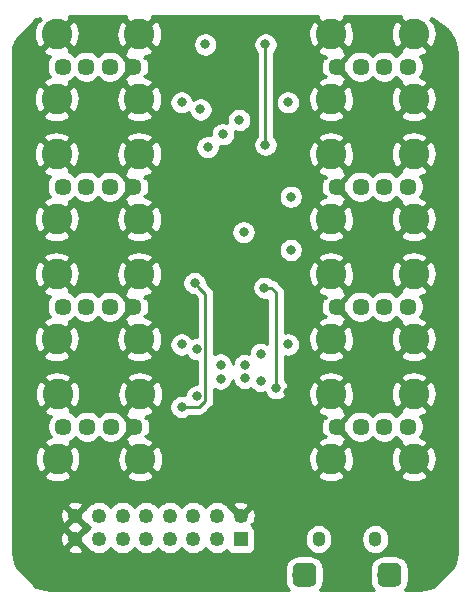
<source format=gbr>
G04 #@! TF.GenerationSoftware,KiCad,Pcbnew,(5.1.0)-1*
G04 #@! TF.CreationDate,2020-02-18T23:46:36-06:00*
G04 #@! TF.ProjectId,USBMuxV1,5553424d-7578-4563-912e-6b696361645f,rev?*
G04 #@! TF.SameCoordinates,Original*
G04 #@! TF.FileFunction,Copper,L3,Inr*
G04 #@! TF.FilePolarity,Positive*
%FSLAX46Y46*%
G04 Gerber Fmt 4.6, Leading zero omitted, Abs format (unit mm)*
G04 Created by KiCad (PCBNEW (5.1.0)-1) date 2020-02-18 23:46:36*
%MOMM*%
%LPD*%
G04 APERTURE LIST*
%ADD10C,0.100000*%
%ADD11C,2.000000*%
%ADD12O,1.100000X1.300000*%
%ADD13R,1.250000X1.250000*%
%ADD14C,1.250000*%
%ADD15C,1.450000*%
%ADD16C,2.600000*%
%ADD17C,0.800000*%
%ADD18C,0.250000*%
%ADD19C,0.254000*%
G04 APERTURE END LIST*
D10*
G36*
X135949009Y-136002408D02*
G01*
X135997545Y-136009607D01*
X136045142Y-136021530D01*
X136091342Y-136038060D01*
X136135698Y-136059039D01*
X136177785Y-136084265D01*
X136217197Y-136113495D01*
X136253553Y-136146447D01*
X136286505Y-136182803D01*
X136315735Y-136222215D01*
X136340961Y-136264302D01*
X136361940Y-136308658D01*
X136378470Y-136354858D01*
X136390393Y-136402455D01*
X136397592Y-136450991D01*
X136400000Y-136500000D01*
X136400000Y-137500000D01*
X136397592Y-137549009D01*
X136390393Y-137597545D01*
X136378470Y-137645142D01*
X136361940Y-137691342D01*
X136340961Y-137735698D01*
X136315735Y-137777785D01*
X136286505Y-137817197D01*
X136253553Y-137853553D01*
X136217197Y-137886505D01*
X136177785Y-137915735D01*
X136135698Y-137940961D01*
X136091342Y-137961940D01*
X136045142Y-137978470D01*
X135997545Y-137990393D01*
X135949009Y-137997592D01*
X135900000Y-138000000D01*
X134900000Y-138000000D01*
X134850991Y-137997592D01*
X134802455Y-137990393D01*
X134754858Y-137978470D01*
X134708658Y-137961940D01*
X134664302Y-137940961D01*
X134622215Y-137915735D01*
X134582803Y-137886505D01*
X134546447Y-137853553D01*
X134513495Y-137817197D01*
X134484265Y-137777785D01*
X134459039Y-137735698D01*
X134438060Y-137691342D01*
X134421530Y-137645142D01*
X134409607Y-137597545D01*
X134402408Y-137549009D01*
X134400000Y-137500000D01*
X134400000Y-136500000D01*
X134402408Y-136450991D01*
X134409607Y-136402455D01*
X134421530Y-136354858D01*
X134438060Y-136308658D01*
X134459039Y-136264302D01*
X134484265Y-136222215D01*
X134513495Y-136182803D01*
X134546447Y-136146447D01*
X134582803Y-136113495D01*
X134622215Y-136084265D01*
X134664302Y-136059039D01*
X134708658Y-136038060D01*
X134754858Y-136021530D01*
X134802455Y-136009607D01*
X134850991Y-136002408D01*
X134900000Y-136000000D01*
X135900000Y-136000000D01*
X135949009Y-136002408D01*
X135949009Y-136002408D01*
G37*
D11*
X135400000Y-137000000D03*
D10*
G36*
X143149009Y-136002408D02*
G01*
X143197545Y-136009607D01*
X143245142Y-136021530D01*
X143291342Y-136038060D01*
X143335698Y-136059039D01*
X143377785Y-136084265D01*
X143417197Y-136113495D01*
X143453553Y-136146447D01*
X143486505Y-136182803D01*
X143515735Y-136222215D01*
X143540961Y-136264302D01*
X143561940Y-136308658D01*
X143578470Y-136354858D01*
X143590393Y-136402455D01*
X143597592Y-136450991D01*
X143600000Y-136500000D01*
X143600000Y-137500000D01*
X143597592Y-137549009D01*
X143590393Y-137597545D01*
X143578470Y-137645142D01*
X143561940Y-137691342D01*
X143540961Y-137735698D01*
X143515735Y-137777785D01*
X143486505Y-137817197D01*
X143453553Y-137853553D01*
X143417197Y-137886505D01*
X143377785Y-137915735D01*
X143335698Y-137940961D01*
X143291342Y-137961940D01*
X143245142Y-137978470D01*
X143197545Y-137990393D01*
X143149009Y-137997592D01*
X143100000Y-138000000D01*
X142100000Y-138000000D01*
X142050991Y-137997592D01*
X142002455Y-137990393D01*
X141954858Y-137978470D01*
X141908658Y-137961940D01*
X141864302Y-137940961D01*
X141822215Y-137915735D01*
X141782803Y-137886505D01*
X141746447Y-137853553D01*
X141713495Y-137817197D01*
X141684265Y-137777785D01*
X141659039Y-137735698D01*
X141638060Y-137691342D01*
X141621530Y-137645142D01*
X141609607Y-137597545D01*
X141602408Y-137549009D01*
X141600000Y-137500000D01*
X141600000Y-136500000D01*
X141602408Y-136450991D01*
X141609607Y-136402455D01*
X141621530Y-136354858D01*
X141638060Y-136308658D01*
X141659039Y-136264302D01*
X141684265Y-136222215D01*
X141713495Y-136182803D01*
X141746447Y-136146447D01*
X141782803Y-136113495D01*
X141822215Y-136084265D01*
X141864302Y-136059039D01*
X141908658Y-136038060D01*
X141954858Y-136021530D01*
X142002455Y-136009607D01*
X142050991Y-136002408D01*
X142100000Y-136000000D01*
X143100000Y-136000000D01*
X143149009Y-136002408D01*
X143149009Y-136002408D01*
G37*
D11*
X142600000Y-137000000D03*
D12*
X136600000Y-134000000D03*
X141400000Y-134000000D03*
D13*
X130000000Y-134000000D03*
D14*
X128000000Y-134000000D03*
X126000000Y-134000000D03*
X124000000Y-134000000D03*
X122000000Y-134000000D03*
X120000000Y-134000000D03*
X118000000Y-134000000D03*
X116000000Y-134000000D03*
X116000000Y-132000000D03*
X118000000Y-132000000D03*
X120000000Y-132000000D03*
X122000000Y-132000000D03*
X124000000Y-132000000D03*
X126000000Y-132000000D03*
X128000000Y-132000000D03*
X130000000Y-132000000D03*
D15*
X120920000Y-93980000D03*
X118920000Y-93980000D03*
X116920000Y-93980000D03*
X114920000Y-93980000D03*
D16*
X114420000Y-96730000D03*
X121420000Y-96730000D03*
X121420000Y-91230000D03*
X114420000Y-91230000D03*
D15*
X120920000Y-104140000D03*
X118920000Y-104140000D03*
X116920000Y-104140000D03*
X114920000Y-104140000D03*
D16*
X114420000Y-106890000D03*
X121420000Y-106890000D03*
X121420000Y-101390000D03*
X114420000Y-101390000D03*
D15*
X120920000Y-114300000D03*
X118920000Y-114300000D03*
X116920000Y-114300000D03*
X114920000Y-114300000D03*
D16*
X114420000Y-117050000D03*
X121420000Y-117050000D03*
X121420000Y-111550000D03*
X114420000Y-111550000D03*
D15*
X121000000Y-124460000D03*
X119000000Y-124460000D03*
X117000000Y-124460000D03*
X115000000Y-124460000D03*
D16*
X114500000Y-127210000D03*
X121500000Y-127210000D03*
X121500000Y-121710000D03*
X114500000Y-121710000D03*
D15*
X138160000Y-93980000D03*
X140160000Y-93980000D03*
X142160000Y-93980000D03*
X144160000Y-93980000D03*
D16*
X144660000Y-91230000D03*
X137660000Y-91230000D03*
X137660000Y-96730000D03*
X144660000Y-96730000D03*
D15*
X138160000Y-104140000D03*
X140160000Y-104140000D03*
X142160000Y-104140000D03*
X144160000Y-104140000D03*
D16*
X144660000Y-101390000D03*
X137660000Y-101390000D03*
X137660000Y-106890000D03*
X144660000Y-106890000D03*
D15*
X138160000Y-114300000D03*
X140160000Y-114300000D03*
X142160000Y-114300000D03*
X144160000Y-114300000D03*
D16*
X144660000Y-111550000D03*
X137660000Y-111550000D03*
X137660000Y-117050000D03*
X144660000Y-117050000D03*
D15*
X138160000Y-124460000D03*
X140160000Y-124460000D03*
X142160000Y-124460000D03*
X144160000Y-124460000D03*
D16*
X144660000Y-121710000D03*
X137660000Y-121710000D03*
X137660000Y-127210000D03*
X144660000Y-127210000D03*
D17*
X125000000Y-101000000D03*
X124874990Y-121500000D03*
X134000000Y-101000000D03*
X134000000Y-121500000D03*
X134000000Y-117500000D03*
X134000000Y-97000000D03*
X125000000Y-117500000D03*
X130250000Y-108000000D03*
X125000000Y-97000000D03*
X134250000Y-105000000D03*
X134250000Y-109500000D03*
X130350000Y-119250000D03*
X129875010Y-98500009D03*
X128300000Y-119199999D03*
X130336501Y-120336501D03*
X128300000Y-120399994D03*
X128500000Y-99700000D03*
X131700000Y-120600000D03*
X131700000Y-118300000D03*
X126600000Y-97600000D03*
X126300000Y-121900000D03*
X126300000Y-117900000D03*
X125000000Y-122800000D03*
X126100000Y-112300000D03*
X127200000Y-100800000D03*
X127000000Y-92100000D03*
X133000000Y-121200000D03*
X131999998Y-112700000D03*
X132100000Y-100600000D03*
X132100000Y-92099996D03*
D18*
X127025001Y-113225001D02*
X126499999Y-112699999D01*
X127025001Y-122248001D02*
X127025001Y-113225001D01*
X125000000Y-122800000D02*
X126473002Y-122800000D01*
X126473002Y-122800000D02*
X127025001Y-122248001D01*
X126499999Y-112699999D02*
X126100000Y-112300000D01*
X132600000Y-112700000D02*
X131999998Y-112700000D01*
X133000000Y-121200000D02*
X133000000Y-113100000D01*
X133000000Y-113100000D02*
X132600000Y-112700000D01*
X132100000Y-100600000D02*
X132100000Y-92099996D01*
D19*
G36*
X120250381Y-89880776D02*
G01*
X121420000Y-91050395D01*
X122589619Y-89880776D01*
X122509687Y-89702000D01*
X136570313Y-89702000D01*
X136490381Y-89880776D01*
X137660000Y-91050395D01*
X138829619Y-89880776D01*
X138749687Y-89702000D01*
X143570313Y-89702000D01*
X143490381Y-89880776D01*
X144660000Y-91050395D01*
X144674143Y-91036253D01*
X144853748Y-91215858D01*
X144839605Y-91230000D01*
X146009224Y-92399619D01*
X146304312Y-92267683D01*
X146475159Y-91926955D01*
X146576250Y-91559443D01*
X146603701Y-91179271D01*
X146556457Y-90801049D01*
X146436333Y-90439310D01*
X146304312Y-90192317D01*
X146009226Y-90060382D01*
X146124241Y-89945367D01*
X146079787Y-89900913D01*
X146255488Y-89953960D01*
X146579504Y-90126242D01*
X147462473Y-90832618D01*
X147731376Y-91157665D01*
X148037202Y-91723278D01*
X148227342Y-92337524D01*
X148298001Y-93009795D01*
X148298000Y-134965663D01*
X148231887Y-135639934D01*
X148046041Y-136255486D01*
X148024619Y-136295775D01*
X146290810Y-138029584D01*
X146276721Y-138037202D01*
X145662479Y-138227342D01*
X144990215Y-138298000D01*
X143899919Y-138298000D01*
X144039588Y-138127813D01*
X144144014Y-137932445D01*
X144208320Y-137720459D01*
X144230033Y-137500000D01*
X144230033Y-136500000D01*
X144208320Y-136279541D01*
X144144014Y-136067555D01*
X144039588Y-135872187D01*
X143899054Y-135700946D01*
X143727813Y-135560412D01*
X143532445Y-135455986D01*
X143320459Y-135391680D01*
X143100000Y-135369967D01*
X142100000Y-135369967D01*
X141879541Y-135391680D01*
X141667555Y-135455986D01*
X141472187Y-135560412D01*
X141300946Y-135700946D01*
X141160412Y-135872187D01*
X141055986Y-136067555D01*
X140991680Y-136279541D01*
X140969967Y-136500000D01*
X140969967Y-137500000D01*
X140991680Y-137720459D01*
X141055986Y-137932445D01*
X141160412Y-138127813D01*
X141300081Y-138298000D01*
X136699919Y-138298000D01*
X136839588Y-138127813D01*
X136944014Y-137932445D01*
X137008320Y-137720459D01*
X137030033Y-137500000D01*
X137030033Y-136500000D01*
X137008320Y-136279541D01*
X136944014Y-136067555D01*
X136839588Y-135872187D01*
X136699054Y-135700946D01*
X136527813Y-135560412D01*
X136332445Y-135455986D01*
X136120459Y-135391680D01*
X135900000Y-135369967D01*
X134900000Y-135369967D01*
X134679541Y-135391680D01*
X134467555Y-135455986D01*
X134272187Y-135560412D01*
X134100946Y-135700946D01*
X133960412Y-135872187D01*
X133855986Y-136067555D01*
X133791680Y-136279541D01*
X133769967Y-136500000D01*
X133769967Y-137500000D01*
X133791680Y-137720459D01*
X133855986Y-137932445D01*
X133960412Y-138127813D01*
X134100081Y-138298000D01*
X114034337Y-138298000D01*
X113360066Y-138231887D01*
X112744514Y-138046041D01*
X112704225Y-138024619D01*
X110970416Y-136290810D01*
X110962798Y-136276721D01*
X110772658Y-135662479D01*
X110702000Y-134990215D01*
X110702000Y-134867648D01*
X115311957Y-134867648D01*
X115362306Y-135093777D01*
X115587944Y-135197168D01*
X115829418Y-135254553D01*
X116077447Y-135263726D01*
X116322499Y-135224335D01*
X116555158Y-135137893D01*
X116637694Y-135093777D01*
X116688043Y-134867648D01*
X116000000Y-134179605D01*
X115311957Y-134867648D01*
X110702000Y-134867648D01*
X110702000Y-134077447D01*
X114736274Y-134077447D01*
X114775665Y-134322499D01*
X114862107Y-134555158D01*
X114906223Y-134637694D01*
X115132352Y-134688043D01*
X115820395Y-134000000D01*
X115132352Y-133311957D01*
X114906223Y-133362306D01*
X114802832Y-133587944D01*
X114745447Y-133829418D01*
X114736274Y-134077447D01*
X110702000Y-134077447D01*
X110702000Y-132867648D01*
X115311957Y-132867648D01*
X115341426Y-133000000D01*
X115311957Y-133132352D01*
X116000000Y-133820395D01*
X116688043Y-133132352D01*
X116658574Y-133000000D01*
X116688043Y-132867648D01*
X116000000Y-132179605D01*
X115311957Y-132867648D01*
X110702000Y-132867648D01*
X110702000Y-132077447D01*
X114736274Y-132077447D01*
X114775665Y-132322499D01*
X114862107Y-132555158D01*
X114906223Y-132637694D01*
X115132352Y-132688043D01*
X115820395Y-132000000D01*
X116179605Y-132000000D01*
X116867648Y-132688043D01*
X116942789Y-132671312D01*
X117027508Y-132798104D01*
X117201896Y-132972492D01*
X117243065Y-133000000D01*
X117201896Y-133027508D01*
X117027508Y-133201896D01*
X116942789Y-133328688D01*
X116867648Y-133311957D01*
X116179605Y-134000000D01*
X116867648Y-134688043D01*
X116942789Y-134671312D01*
X117027508Y-134798104D01*
X117201896Y-134972492D01*
X117406956Y-135109508D01*
X117634805Y-135203886D01*
X117876689Y-135252000D01*
X118123311Y-135252000D01*
X118365195Y-135203886D01*
X118593044Y-135109508D01*
X118798104Y-134972492D01*
X118972492Y-134798104D01*
X119000000Y-134756935D01*
X119027508Y-134798104D01*
X119201896Y-134972492D01*
X119406956Y-135109508D01*
X119634805Y-135203886D01*
X119876689Y-135252000D01*
X120123311Y-135252000D01*
X120365195Y-135203886D01*
X120593044Y-135109508D01*
X120798104Y-134972492D01*
X120972492Y-134798104D01*
X121000000Y-134756935D01*
X121027508Y-134798104D01*
X121201896Y-134972492D01*
X121406956Y-135109508D01*
X121634805Y-135203886D01*
X121876689Y-135252000D01*
X122123311Y-135252000D01*
X122365195Y-135203886D01*
X122593044Y-135109508D01*
X122798104Y-134972492D01*
X122972492Y-134798104D01*
X123000000Y-134756935D01*
X123027508Y-134798104D01*
X123201896Y-134972492D01*
X123406956Y-135109508D01*
X123634805Y-135203886D01*
X123876689Y-135252000D01*
X124123311Y-135252000D01*
X124365195Y-135203886D01*
X124593044Y-135109508D01*
X124798104Y-134972492D01*
X124972492Y-134798104D01*
X125000000Y-134756935D01*
X125027508Y-134798104D01*
X125201896Y-134972492D01*
X125406956Y-135109508D01*
X125634805Y-135203886D01*
X125876689Y-135252000D01*
X126123311Y-135252000D01*
X126365195Y-135203886D01*
X126593044Y-135109508D01*
X126798104Y-134972492D01*
X126972492Y-134798104D01*
X127000000Y-134756935D01*
X127027508Y-134798104D01*
X127201896Y-134972492D01*
X127406956Y-135109508D01*
X127634805Y-135203886D01*
X127876689Y-135252000D01*
X128123311Y-135252000D01*
X128365195Y-135203886D01*
X128593044Y-135109508D01*
X128798104Y-134972492D01*
X128831787Y-134938809D01*
X128851147Y-134975028D01*
X128929499Y-135070501D01*
X129024972Y-135148853D01*
X129133897Y-135207075D01*
X129252087Y-135242927D01*
X129375000Y-135255033D01*
X130625000Y-135255033D01*
X130747913Y-135242927D01*
X130866103Y-135207075D01*
X130975028Y-135148853D01*
X131070501Y-135070501D01*
X131148853Y-134975028D01*
X131207075Y-134866103D01*
X131242927Y-134747913D01*
X131255033Y-134625000D01*
X131255033Y-133842189D01*
X135423000Y-133842189D01*
X135423000Y-134157812D01*
X135440031Y-134330732D01*
X135507333Y-134552597D01*
X135616626Y-134757070D01*
X135763710Y-134936291D01*
X135942931Y-135083374D01*
X136147404Y-135192667D01*
X136369269Y-135259969D01*
X136600000Y-135282694D01*
X136830732Y-135259969D01*
X137052597Y-135192667D01*
X137257070Y-135083374D01*
X137436291Y-134936291D01*
X137583374Y-134757069D01*
X137692667Y-134552596D01*
X137759969Y-134330731D01*
X137777000Y-134157811D01*
X137777000Y-133842189D01*
X140223000Y-133842189D01*
X140223000Y-134157812D01*
X140240031Y-134330732D01*
X140307333Y-134552597D01*
X140416626Y-134757070D01*
X140563710Y-134936291D01*
X140742931Y-135083374D01*
X140947404Y-135192667D01*
X141169269Y-135259969D01*
X141400000Y-135282694D01*
X141630732Y-135259969D01*
X141852597Y-135192667D01*
X142057070Y-135083374D01*
X142236291Y-134936291D01*
X142383374Y-134757069D01*
X142492667Y-134552596D01*
X142559969Y-134330731D01*
X142577000Y-134157811D01*
X142577000Y-133842188D01*
X142559969Y-133669268D01*
X142492667Y-133447403D01*
X142383374Y-133242930D01*
X142236291Y-133063709D01*
X142057069Y-132916626D01*
X141852596Y-132807333D01*
X141630731Y-132740031D01*
X141400000Y-132717306D01*
X141169268Y-132740031D01*
X140947403Y-132807333D01*
X140742930Y-132916626D01*
X140563709Y-133063709D01*
X140416626Y-133242931D01*
X140307333Y-133447404D01*
X140240031Y-133669269D01*
X140223000Y-133842189D01*
X137777000Y-133842189D01*
X137777000Y-133842188D01*
X137759969Y-133669268D01*
X137692667Y-133447403D01*
X137583374Y-133242930D01*
X137436291Y-133063709D01*
X137257069Y-132916626D01*
X137052596Y-132807333D01*
X136830731Y-132740031D01*
X136600000Y-132717306D01*
X136369268Y-132740031D01*
X136147403Y-132807333D01*
X135942930Y-132916626D01*
X135763709Y-133063709D01*
X135616626Y-133242931D01*
X135507333Y-133447404D01*
X135440031Y-133669269D01*
X135423000Y-133842189D01*
X131255033Y-133842189D01*
X131255033Y-133375000D01*
X131242927Y-133252087D01*
X131207075Y-133133897D01*
X131148853Y-133024972D01*
X131070501Y-132929499D01*
X130975028Y-132851147D01*
X130951234Y-132838428D01*
X130984635Y-132805027D01*
X130867650Y-132688042D01*
X131093777Y-132637694D01*
X131197168Y-132412056D01*
X131254553Y-132170582D01*
X131263726Y-131922553D01*
X131224335Y-131677501D01*
X131137893Y-131444842D01*
X131093777Y-131362306D01*
X130867648Y-131311957D01*
X130179605Y-132000000D01*
X130193748Y-132014143D01*
X130014143Y-132193748D01*
X130000000Y-132179605D01*
X129985858Y-132193748D01*
X129806253Y-132014143D01*
X129820395Y-132000000D01*
X129132352Y-131311957D01*
X129057211Y-131328688D01*
X128972492Y-131201896D01*
X128902948Y-131132352D01*
X129311957Y-131132352D01*
X130000000Y-131820395D01*
X130688043Y-131132352D01*
X130637694Y-130906223D01*
X130412056Y-130802832D01*
X130170582Y-130745447D01*
X129922553Y-130736274D01*
X129677501Y-130775665D01*
X129444842Y-130862107D01*
X129362306Y-130906223D01*
X129311957Y-131132352D01*
X128902948Y-131132352D01*
X128798104Y-131027508D01*
X128593044Y-130890492D01*
X128365195Y-130796114D01*
X128123311Y-130748000D01*
X127876689Y-130748000D01*
X127634805Y-130796114D01*
X127406956Y-130890492D01*
X127201896Y-131027508D01*
X127027508Y-131201896D01*
X127000000Y-131243065D01*
X126972492Y-131201896D01*
X126798104Y-131027508D01*
X126593044Y-130890492D01*
X126365195Y-130796114D01*
X126123311Y-130748000D01*
X125876689Y-130748000D01*
X125634805Y-130796114D01*
X125406956Y-130890492D01*
X125201896Y-131027508D01*
X125027508Y-131201896D01*
X125000000Y-131243065D01*
X124972492Y-131201896D01*
X124798104Y-131027508D01*
X124593044Y-130890492D01*
X124365195Y-130796114D01*
X124123311Y-130748000D01*
X123876689Y-130748000D01*
X123634805Y-130796114D01*
X123406956Y-130890492D01*
X123201896Y-131027508D01*
X123027508Y-131201896D01*
X123000000Y-131243065D01*
X122972492Y-131201896D01*
X122798104Y-131027508D01*
X122593044Y-130890492D01*
X122365195Y-130796114D01*
X122123311Y-130748000D01*
X121876689Y-130748000D01*
X121634805Y-130796114D01*
X121406956Y-130890492D01*
X121201896Y-131027508D01*
X121027508Y-131201896D01*
X121000000Y-131243065D01*
X120972492Y-131201896D01*
X120798104Y-131027508D01*
X120593044Y-130890492D01*
X120365195Y-130796114D01*
X120123311Y-130748000D01*
X119876689Y-130748000D01*
X119634805Y-130796114D01*
X119406956Y-130890492D01*
X119201896Y-131027508D01*
X119027508Y-131201896D01*
X119000000Y-131243065D01*
X118972492Y-131201896D01*
X118798104Y-131027508D01*
X118593044Y-130890492D01*
X118365195Y-130796114D01*
X118123311Y-130748000D01*
X117876689Y-130748000D01*
X117634805Y-130796114D01*
X117406956Y-130890492D01*
X117201896Y-131027508D01*
X117027508Y-131201896D01*
X116942789Y-131328688D01*
X116867648Y-131311957D01*
X116179605Y-132000000D01*
X115820395Y-132000000D01*
X115132352Y-131311957D01*
X114906223Y-131362306D01*
X114802832Y-131587944D01*
X114745447Y-131829418D01*
X114736274Y-132077447D01*
X110702000Y-132077447D01*
X110702000Y-131132352D01*
X115311957Y-131132352D01*
X116000000Y-131820395D01*
X116688043Y-131132352D01*
X116637694Y-130906223D01*
X116412056Y-130802832D01*
X116170582Y-130745447D01*
X115922553Y-130736274D01*
X115677501Y-130775665D01*
X115444842Y-130862107D01*
X115362306Y-130906223D01*
X115311957Y-131132352D01*
X110702000Y-131132352D01*
X110702000Y-128559224D01*
X113330381Y-128559224D01*
X113462317Y-128854312D01*
X113803045Y-129025159D01*
X114170557Y-129126250D01*
X114550729Y-129153701D01*
X114928951Y-129106457D01*
X115290690Y-128986333D01*
X115537683Y-128854312D01*
X115669619Y-128559224D01*
X120330381Y-128559224D01*
X120462317Y-128854312D01*
X120803045Y-129025159D01*
X121170557Y-129126250D01*
X121550729Y-129153701D01*
X121928951Y-129106457D01*
X122290690Y-128986333D01*
X122537683Y-128854312D01*
X122669619Y-128559224D01*
X136490381Y-128559224D01*
X136622317Y-128854312D01*
X136963045Y-129025159D01*
X137330557Y-129126250D01*
X137710729Y-129153701D01*
X138088951Y-129106457D01*
X138450690Y-128986333D01*
X138697683Y-128854312D01*
X138829619Y-128559224D01*
X143490381Y-128559224D01*
X143622317Y-128854312D01*
X143963045Y-129025159D01*
X144330557Y-129126250D01*
X144710729Y-129153701D01*
X145088951Y-129106457D01*
X145450690Y-128986333D01*
X145697683Y-128854312D01*
X145829619Y-128559224D01*
X144660000Y-127389605D01*
X143490381Y-128559224D01*
X138829619Y-128559224D01*
X137660000Y-127389605D01*
X136490381Y-128559224D01*
X122669619Y-128559224D01*
X121500000Y-127389605D01*
X120330381Y-128559224D01*
X115669619Y-128559224D01*
X114500000Y-127389605D01*
X113330381Y-128559224D01*
X110702000Y-128559224D01*
X110702000Y-127260729D01*
X112556299Y-127260729D01*
X112603543Y-127638951D01*
X112723667Y-128000690D01*
X112855688Y-128247683D01*
X113150776Y-128379619D01*
X114320395Y-127210000D01*
X114679605Y-127210000D01*
X115849224Y-128379619D01*
X116144312Y-128247683D01*
X116315159Y-127906955D01*
X116416250Y-127539443D01*
X116436375Y-127260729D01*
X119556299Y-127260729D01*
X119603543Y-127638951D01*
X119723667Y-128000690D01*
X119855688Y-128247683D01*
X120150776Y-128379619D01*
X121320395Y-127210000D01*
X121679605Y-127210000D01*
X122849224Y-128379619D01*
X123144312Y-128247683D01*
X123315159Y-127906955D01*
X123416250Y-127539443D01*
X123436375Y-127260729D01*
X135716299Y-127260729D01*
X135763543Y-127638951D01*
X135883667Y-128000690D01*
X136015688Y-128247683D01*
X136310776Y-128379619D01*
X137480395Y-127210000D01*
X137839605Y-127210000D01*
X139009224Y-128379619D01*
X139304312Y-128247683D01*
X139475159Y-127906955D01*
X139576250Y-127539443D01*
X139596375Y-127260729D01*
X142716299Y-127260729D01*
X142763543Y-127638951D01*
X142883667Y-128000690D01*
X143015688Y-128247683D01*
X143310776Y-128379619D01*
X144480395Y-127210000D01*
X144839605Y-127210000D01*
X146009224Y-128379619D01*
X146304312Y-128247683D01*
X146475159Y-127906955D01*
X146576250Y-127539443D01*
X146603701Y-127159271D01*
X146556457Y-126781049D01*
X146436333Y-126419310D01*
X146304312Y-126172317D01*
X146009224Y-126040381D01*
X144839605Y-127210000D01*
X144480395Y-127210000D01*
X143310776Y-126040381D01*
X143015688Y-126172317D01*
X142844841Y-126513045D01*
X142743750Y-126880557D01*
X142716299Y-127260729D01*
X139596375Y-127260729D01*
X139603701Y-127159271D01*
X139556457Y-126781049D01*
X139436333Y-126419310D01*
X139304312Y-126172317D01*
X139009224Y-126040381D01*
X137839605Y-127210000D01*
X137480395Y-127210000D01*
X136310776Y-126040381D01*
X136015688Y-126172317D01*
X135844841Y-126513045D01*
X135743750Y-126880557D01*
X135716299Y-127260729D01*
X123436375Y-127260729D01*
X123443701Y-127159271D01*
X123396457Y-126781049D01*
X123276333Y-126419310D01*
X123144312Y-126172317D01*
X122849224Y-126040381D01*
X121679605Y-127210000D01*
X121320395Y-127210000D01*
X120150776Y-126040381D01*
X119855688Y-126172317D01*
X119684841Y-126513045D01*
X119583750Y-126880557D01*
X119556299Y-127260729D01*
X116436375Y-127260729D01*
X116443701Y-127159271D01*
X116396457Y-126781049D01*
X116276333Y-126419310D01*
X116144312Y-126172317D01*
X115849224Y-126040381D01*
X114679605Y-127210000D01*
X114320395Y-127210000D01*
X113150776Y-126040381D01*
X112855688Y-126172317D01*
X112684841Y-126513045D01*
X112583750Y-126880557D01*
X112556299Y-127260729D01*
X110702000Y-127260729D01*
X110702000Y-123059224D01*
X113330381Y-123059224D01*
X113462317Y-123354312D01*
X113803045Y-123525159D01*
X113975411Y-123572572D01*
X113949833Y-123598150D01*
X113801873Y-123819588D01*
X113699956Y-124065636D01*
X113648000Y-124326840D01*
X113648000Y-124593160D01*
X113699956Y-124854364D01*
X113801873Y-125100412D01*
X113949833Y-125321850D01*
X113973815Y-125345832D01*
X113709310Y-125433667D01*
X113462317Y-125565688D01*
X113330381Y-125860776D01*
X114500000Y-127030395D01*
X115669619Y-125860776D01*
X115588607Y-125679585D01*
X115640412Y-125658127D01*
X115861850Y-125510167D01*
X116000000Y-125372017D01*
X116138150Y-125510167D01*
X116359588Y-125658127D01*
X116605636Y-125760044D01*
X116866840Y-125812000D01*
X117133160Y-125812000D01*
X117394364Y-125760044D01*
X117640412Y-125658127D01*
X117861850Y-125510167D01*
X118000000Y-125372017D01*
X118138150Y-125510167D01*
X118359588Y-125658127D01*
X118605636Y-125760044D01*
X118866840Y-125812000D01*
X119133160Y-125812000D01*
X119394364Y-125760044D01*
X119640412Y-125658127D01*
X119861850Y-125510167D01*
X120050167Y-125321850D01*
X120198127Y-125100412D01*
X120210957Y-125069438D01*
X120820395Y-124460000D01*
X120210957Y-123850562D01*
X120198127Y-123819588D01*
X120050167Y-123598150D01*
X119972884Y-123520867D01*
X120240472Y-123520867D01*
X121000000Y-124280395D01*
X121014143Y-124266253D01*
X121193748Y-124445858D01*
X121179605Y-124460000D01*
X121193748Y-124474143D01*
X121014143Y-124653748D01*
X121000000Y-124639605D01*
X120240472Y-125399133D01*
X120302965Y-125635450D01*
X120408980Y-125684982D01*
X120330381Y-125860776D01*
X121500000Y-127030395D01*
X122669619Y-125860776D01*
X122537683Y-125565688D01*
X122196955Y-125394841D01*
X122040079Y-125351689D01*
X122055688Y-125336080D01*
X121939135Y-125219527D01*
X122175450Y-125157035D01*
X122288850Y-124914322D01*
X122352719Y-124654151D01*
X122364604Y-124386518D01*
X122324048Y-124121709D01*
X122232609Y-123869900D01*
X122175450Y-123762965D01*
X121939135Y-123700473D01*
X122055688Y-123583920D01*
X122041012Y-123569244D01*
X122290690Y-123486333D01*
X122537683Y-123354312D01*
X122669619Y-123059224D01*
X121500000Y-121889605D01*
X120330381Y-123059224D01*
X120406405Y-123229259D01*
X120302965Y-123284550D01*
X120240472Y-123520867D01*
X119972884Y-123520867D01*
X119861850Y-123409833D01*
X119640412Y-123261873D01*
X119394364Y-123159956D01*
X119133160Y-123108000D01*
X118866840Y-123108000D01*
X118605636Y-123159956D01*
X118359588Y-123261873D01*
X118138150Y-123409833D01*
X118000000Y-123547983D01*
X117861850Y-123409833D01*
X117640412Y-123261873D01*
X117394364Y-123159956D01*
X117133160Y-123108000D01*
X116866840Y-123108000D01*
X116605636Y-123159956D01*
X116359588Y-123261873D01*
X116138150Y-123409833D01*
X116000000Y-123547983D01*
X115861850Y-123409833D01*
X115640412Y-123261873D01*
X115588607Y-123240415D01*
X115669619Y-123059224D01*
X114500000Y-121889605D01*
X113330381Y-123059224D01*
X110702000Y-123059224D01*
X110702000Y-121760729D01*
X112556299Y-121760729D01*
X112603543Y-122138951D01*
X112723667Y-122500690D01*
X112855688Y-122747683D01*
X113150776Y-122879619D01*
X114320395Y-121710000D01*
X114679605Y-121710000D01*
X115849224Y-122879619D01*
X116144312Y-122747683D01*
X116315159Y-122406955D01*
X116416250Y-122039443D01*
X116436375Y-121760729D01*
X119556299Y-121760729D01*
X119603543Y-122138951D01*
X119723667Y-122500690D01*
X119855688Y-122747683D01*
X120150776Y-122879619D01*
X121320395Y-121710000D01*
X121679605Y-121710000D01*
X122849224Y-122879619D01*
X123144312Y-122747683D01*
X123315159Y-122406955D01*
X123416250Y-122039443D01*
X123443701Y-121659271D01*
X123396457Y-121281049D01*
X123276333Y-120919310D01*
X123144312Y-120672317D01*
X122849224Y-120540381D01*
X121679605Y-121710000D01*
X121320395Y-121710000D01*
X120150776Y-120540381D01*
X119855688Y-120672317D01*
X119684841Y-121013045D01*
X119583750Y-121380557D01*
X119556299Y-121760729D01*
X116436375Y-121760729D01*
X116443701Y-121659271D01*
X116396457Y-121281049D01*
X116276333Y-120919310D01*
X116144312Y-120672317D01*
X115849224Y-120540381D01*
X114679605Y-121710000D01*
X114320395Y-121710000D01*
X113150776Y-120540381D01*
X112855688Y-120672317D01*
X112684841Y-121013045D01*
X112583750Y-121380557D01*
X112556299Y-121760729D01*
X110702000Y-121760729D01*
X110702000Y-120360776D01*
X113330381Y-120360776D01*
X114500000Y-121530395D01*
X115669619Y-120360776D01*
X120330381Y-120360776D01*
X121500000Y-121530395D01*
X122669619Y-120360776D01*
X122537683Y-120065688D01*
X122196955Y-119894841D01*
X121829443Y-119793750D01*
X121449271Y-119766299D01*
X121071049Y-119813543D01*
X120709310Y-119933667D01*
X120462317Y-120065688D01*
X120330381Y-120360776D01*
X115669619Y-120360776D01*
X115537683Y-120065688D01*
X115196955Y-119894841D01*
X114829443Y-119793750D01*
X114449271Y-119766299D01*
X114071049Y-119813543D01*
X113709310Y-119933667D01*
X113462317Y-120065688D01*
X113330381Y-120360776D01*
X110702000Y-120360776D01*
X110702000Y-118399224D01*
X113250381Y-118399224D01*
X113382317Y-118694312D01*
X113723045Y-118865159D01*
X114090557Y-118966250D01*
X114470729Y-118993701D01*
X114848951Y-118946457D01*
X115210690Y-118826333D01*
X115457683Y-118694312D01*
X115589619Y-118399224D01*
X120250381Y-118399224D01*
X120382317Y-118694312D01*
X120723045Y-118865159D01*
X121090557Y-118966250D01*
X121470729Y-118993701D01*
X121848951Y-118946457D01*
X122210690Y-118826333D01*
X122457683Y-118694312D01*
X122589619Y-118399224D01*
X121420000Y-117229605D01*
X120250381Y-118399224D01*
X115589619Y-118399224D01*
X114420000Y-117229605D01*
X113250381Y-118399224D01*
X110702000Y-118399224D01*
X110702000Y-117100729D01*
X112476299Y-117100729D01*
X112523543Y-117478951D01*
X112643667Y-117840690D01*
X112775688Y-118087683D01*
X113070776Y-118219619D01*
X114240395Y-117050000D01*
X114599605Y-117050000D01*
X115769224Y-118219619D01*
X116064312Y-118087683D01*
X116235159Y-117746955D01*
X116336250Y-117379443D01*
X116356375Y-117100729D01*
X119476299Y-117100729D01*
X119523543Y-117478951D01*
X119643667Y-117840690D01*
X119775688Y-118087683D01*
X120070776Y-118219619D01*
X121240395Y-117050000D01*
X121599605Y-117050000D01*
X122769224Y-118219619D01*
X123064312Y-118087683D01*
X123235159Y-117746955D01*
X123330912Y-117398849D01*
X123973000Y-117398849D01*
X123973000Y-117601151D01*
X124012467Y-117799565D01*
X124089885Y-117986467D01*
X124202277Y-118154674D01*
X124345326Y-118297723D01*
X124513533Y-118410115D01*
X124700435Y-118487533D01*
X124898849Y-118527000D01*
X125101151Y-118527000D01*
X125299565Y-118487533D01*
X125423197Y-118436322D01*
X125502277Y-118554674D01*
X125645326Y-118697723D01*
X125813533Y-118810115D01*
X126000435Y-118887533D01*
X126198849Y-118927000D01*
X126273001Y-118927000D01*
X126273001Y-120873000D01*
X126198849Y-120873000D01*
X126000435Y-120912467D01*
X125813533Y-120989885D01*
X125645326Y-121102277D01*
X125502277Y-121245326D01*
X125389885Y-121413533D01*
X125312467Y-121600435D01*
X125273000Y-121798849D01*
X125273000Y-121807183D01*
X125101151Y-121773000D01*
X124898849Y-121773000D01*
X124700435Y-121812467D01*
X124513533Y-121889885D01*
X124345326Y-122002277D01*
X124202277Y-122145326D01*
X124089885Y-122313533D01*
X124012467Y-122500435D01*
X123973000Y-122698849D01*
X123973000Y-122901151D01*
X124012467Y-123099565D01*
X124089885Y-123286467D01*
X124202277Y-123454674D01*
X124345326Y-123597723D01*
X124513533Y-123710115D01*
X124700435Y-123787533D01*
X124898849Y-123827000D01*
X125101151Y-123827000D01*
X125299565Y-123787533D01*
X125486467Y-123710115D01*
X125654674Y-123597723D01*
X125700397Y-123552000D01*
X126436067Y-123552000D01*
X126473002Y-123555638D01*
X126509937Y-123552000D01*
X126509940Y-123552000D01*
X126620420Y-123541119D01*
X126762172Y-123498118D01*
X126892812Y-123428290D01*
X127007319Y-123334317D01*
X127030869Y-123305621D01*
X127277266Y-123059224D01*
X136490381Y-123059224D01*
X136622317Y-123354312D01*
X136963045Y-123525159D01*
X137119921Y-123568311D01*
X137104312Y-123583920D01*
X137220865Y-123700473D01*
X136984550Y-123762965D01*
X136871150Y-124005678D01*
X136807281Y-124265849D01*
X136795396Y-124533482D01*
X136835952Y-124798291D01*
X136927391Y-125050100D01*
X136984550Y-125157035D01*
X137220865Y-125219527D01*
X137104312Y-125336080D01*
X137118988Y-125350756D01*
X136869310Y-125433667D01*
X136622317Y-125565688D01*
X136490381Y-125860776D01*
X137660000Y-127030395D01*
X138829619Y-125860776D01*
X138753595Y-125690741D01*
X138857035Y-125635450D01*
X138919528Y-125399133D01*
X138160000Y-124639605D01*
X138145858Y-124653748D01*
X137966253Y-124474143D01*
X137980395Y-124460000D01*
X138339605Y-124460000D01*
X138949043Y-125069438D01*
X138961873Y-125100412D01*
X139109833Y-125321850D01*
X139298150Y-125510167D01*
X139519588Y-125658127D01*
X139765636Y-125760044D01*
X140026840Y-125812000D01*
X140293160Y-125812000D01*
X140554364Y-125760044D01*
X140800412Y-125658127D01*
X141021850Y-125510167D01*
X141160000Y-125372017D01*
X141298150Y-125510167D01*
X141519588Y-125658127D01*
X141765636Y-125760044D01*
X142026840Y-125812000D01*
X142293160Y-125812000D01*
X142554364Y-125760044D01*
X142800412Y-125658127D01*
X143021850Y-125510167D01*
X143160000Y-125372017D01*
X143298150Y-125510167D01*
X143519588Y-125658127D01*
X143571393Y-125679585D01*
X143490381Y-125860776D01*
X144660000Y-127030395D01*
X145829619Y-125860776D01*
X145697683Y-125565688D01*
X145356955Y-125394841D01*
X145184589Y-125347428D01*
X145210167Y-125321850D01*
X145358127Y-125100412D01*
X145460044Y-124854364D01*
X145512000Y-124593160D01*
X145512000Y-124326840D01*
X145460044Y-124065636D01*
X145358127Y-123819588D01*
X145210167Y-123598150D01*
X145186185Y-123574168D01*
X145450690Y-123486333D01*
X145697683Y-123354312D01*
X145829619Y-123059224D01*
X144660000Y-121889605D01*
X143490381Y-123059224D01*
X143571393Y-123240415D01*
X143519588Y-123261873D01*
X143298150Y-123409833D01*
X143160000Y-123547983D01*
X143021850Y-123409833D01*
X142800412Y-123261873D01*
X142554364Y-123159956D01*
X142293160Y-123108000D01*
X142026840Y-123108000D01*
X141765636Y-123159956D01*
X141519588Y-123261873D01*
X141298150Y-123409833D01*
X141160000Y-123547983D01*
X141021850Y-123409833D01*
X140800412Y-123261873D01*
X140554364Y-123159956D01*
X140293160Y-123108000D01*
X140026840Y-123108000D01*
X139765636Y-123159956D01*
X139519588Y-123261873D01*
X139298150Y-123409833D01*
X139109833Y-123598150D01*
X138961873Y-123819588D01*
X138949043Y-123850562D01*
X138339605Y-124460000D01*
X137980395Y-124460000D01*
X137966253Y-124445858D01*
X138145858Y-124266253D01*
X138160000Y-124280395D01*
X138919528Y-123520867D01*
X138857035Y-123284550D01*
X138751020Y-123235018D01*
X138829619Y-123059224D01*
X137660000Y-121889605D01*
X136490381Y-123059224D01*
X127277266Y-123059224D01*
X127530628Y-122805863D01*
X127559318Y-122782318D01*
X127627819Y-122698849D01*
X127653291Y-122667812D01*
X127690614Y-122597984D01*
X127723119Y-122537171D01*
X127766120Y-122395419D01*
X127777001Y-122284939D01*
X127777001Y-122284937D01*
X127780639Y-122248002D01*
X127777001Y-122211066D01*
X127777001Y-121285699D01*
X127813533Y-121310109D01*
X128000435Y-121387527D01*
X128198849Y-121426994D01*
X128401151Y-121426994D01*
X128599565Y-121387527D01*
X128786467Y-121310109D01*
X128954674Y-121197717D01*
X129097723Y-121054668D01*
X129210115Y-120886461D01*
X129287533Y-120699559D01*
X129324565Y-120513385D01*
X129348968Y-120636066D01*
X129426386Y-120822968D01*
X129538778Y-120991175D01*
X129681827Y-121134224D01*
X129850034Y-121246616D01*
X130036936Y-121324034D01*
X130235350Y-121363501D01*
X130437652Y-121363501D01*
X130636066Y-121324034D01*
X130822968Y-121246616D01*
X130874075Y-121212467D01*
X130902277Y-121254674D01*
X131045326Y-121397723D01*
X131213533Y-121510115D01*
X131400435Y-121587533D01*
X131598849Y-121627000D01*
X131801151Y-121627000D01*
X131999565Y-121587533D01*
X132041679Y-121570089D01*
X132089885Y-121686467D01*
X132202277Y-121854674D01*
X132345326Y-121997723D01*
X132513533Y-122110115D01*
X132700435Y-122187533D01*
X132898849Y-122227000D01*
X133101151Y-122227000D01*
X133299565Y-122187533D01*
X133486467Y-122110115D01*
X133654674Y-121997723D01*
X133797723Y-121854674D01*
X133860494Y-121760729D01*
X135716299Y-121760729D01*
X135763543Y-122138951D01*
X135883667Y-122500690D01*
X136015688Y-122747683D01*
X136310776Y-122879619D01*
X137480395Y-121710000D01*
X137839605Y-121710000D01*
X139009224Y-122879619D01*
X139304312Y-122747683D01*
X139475159Y-122406955D01*
X139576250Y-122039443D01*
X139596375Y-121760729D01*
X142716299Y-121760729D01*
X142763543Y-122138951D01*
X142883667Y-122500690D01*
X143015688Y-122747683D01*
X143310776Y-122879619D01*
X144480395Y-121710000D01*
X144839605Y-121710000D01*
X146009224Y-122879619D01*
X146304312Y-122747683D01*
X146475159Y-122406955D01*
X146576250Y-122039443D01*
X146603701Y-121659271D01*
X146556457Y-121281049D01*
X146436333Y-120919310D01*
X146304312Y-120672317D01*
X146009224Y-120540381D01*
X144839605Y-121710000D01*
X144480395Y-121710000D01*
X143310776Y-120540381D01*
X143015688Y-120672317D01*
X142844841Y-121013045D01*
X142743750Y-121380557D01*
X142716299Y-121760729D01*
X139596375Y-121760729D01*
X139603701Y-121659271D01*
X139556457Y-121281049D01*
X139436333Y-120919310D01*
X139304312Y-120672317D01*
X139009224Y-120540381D01*
X137839605Y-121710000D01*
X137480395Y-121710000D01*
X136310776Y-120540381D01*
X136015688Y-120672317D01*
X135844841Y-121013045D01*
X135743750Y-121380557D01*
X135716299Y-121760729D01*
X133860494Y-121760729D01*
X133910115Y-121686467D01*
X133987533Y-121499565D01*
X134027000Y-121301151D01*
X134027000Y-121098849D01*
X133987533Y-120900435D01*
X133910115Y-120713533D01*
X133797723Y-120545326D01*
X133752000Y-120499603D01*
X133752000Y-120360776D01*
X136490381Y-120360776D01*
X137660000Y-121530395D01*
X138829619Y-120360776D01*
X143490381Y-120360776D01*
X144660000Y-121530395D01*
X145829619Y-120360776D01*
X145697683Y-120065688D01*
X145356955Y-119894841D01*
X144989443Y-119793750D01*
X144609271Y-119766299D01*
X144231049Y-119813543D01*
X143869310Y-119933667D01*
X143622317Y-120065688D01*
X143490381Y-120360776D01*
X138829619Y-120360776D01*
X138697683Y-120065688D01*
X138356955Y-119894841D01*
X137989443Y-119793750D01*
X137609271Y-119766299D01*
X137231049Y-119813543D01*
X136869310Y-119933667D01*
X136622317Y-120065688D01*
X136490381Y-120360776D01*
X133752000Y-120360776D01*
X133752000Y-118497790D01*
X133898849Y-118527000D01*
X134101151Y-118527000D01*
X134299565Y-118487533D01*
X134486467Y-118410115D01*
X134502766Y-118399224D01*
X136490381Y-118399224D01*
X136622317Y-118694312D01*
X136963045Y-118865159D01*
X137330557Y-118966250D01*
X137710729Y-118993701D01*
X138088951Y-118946457D01*
X138450690Y-118826333D01*
X138697683Y-118694312D01*
X138829619Y-118399224D01*
X143490381Y-118399224D01*
X143622317Y-118694312D01*
X143963045Y-118865159D01*
X144330557Y-118966250D01*
X144710729Y-118993701D01*
X145088951Y-118946457D01*
X145450690Y-118826333D01*
X145697683Y-118694312D01*
X145829619Y-118399224D01*
X144660000Y-117229605D01*
X143490381Y-118399224D01*
X138829619Y-118399224D01*
X137660000Y-117229605D01*
X136490381Y-118399224D01*
X134502766Y-118399224D01*
X134654674Y-118297723D01*
X134797723Y-118154674D01*
X134910115Y-117986467D01*
X134987533Y-117799565D01*
X135027000Y-117601151D01*
X135027000Y-117398849D01*
X134987533Y-117200435D01*
X134946234Y-117100729D01*
X135716299Y-117100729D01*
X135763543Y-117478951D01*
X135883667Y-117840690D01*
X136015688Y-118087683D01*
X136310776Y-118219619D01*
X137480395Y-117050000D01*
X137839605Y-117050000D01*
X139009224Y-118219619D01*
X139304312Y-118087683D01*
X139475159Y-117746955D01*
X139576250Y-117379443D01*
X139596375Y-117100729D01*
X142716299Y-117100729D01*
X142763543Y-117478951D01*
X142883667Y-117840690D01*
X143015688Y-118087683D01*
X143310776Y-118219619D01*
X144480395Y-117050000D01*
X144839605Y-117050000D01*
X146009224Y-118219619D01*
X146304312Y-118087683D01*
X146475159Y-117746955D01*
X146576250Y-117379443D01*
X146603701Y-116999271D01*
X146556457Y-116621049D01*
X146436333Y-116259310D01*
X146304312Y-116012317D01*
X146009224Y-115880381D01*
X144839605Y-117050000D01*
X144480395Y-117050000D01*
X143310776Y-115880381D01*
X143015688Y-116012317D01*
X142844841Y-116353045D01*
X142743750Y-116720557D01*
X142716299Y-117100729D01*
X139596375Y-117100729D01*
X139603701Y-116999271D01*
X139556457Y-116621049D01*
X139436333Y-116259310D01*
X139304312Y-116012317D01*
X139009224Y-115880381D01*
X137839605Y-117050000D01*
X137480395Y-117050000D01*
X136310776Y-115880381D01*
X136015688Y-116012317D01*
X135844841Y-116353045D01*
X135743750Y-116720557D01*
X135716299Y-117100729D01*
X134946234Y-117100729D01*
X134910115Y-117013533D01*
X134797723Y-116845326D01*
X134654674Y-116702277D01*
X134486467Y-116589885D01*
X134299565Y-116512467D01*
X134101151Y-116473000D01*
X133898849Y-116473000D01*
X133752000Y-116502210D01*
X133752000Y-113136935D01*
X133755638Y-113099999D01*
X133746887Y-113011150D01*
X133741119Y-112952582D01*
X133724933Y-112899224D01*
X136490381Y-112899224D01*
X136622317Y-113194312D01*
X136963045Y-113365159D01*
X137119921Y-113408311D01*
X137104312Y-113423920D01*
X137220865Y-113540473D01*
X136984550Y-113602965D01*
X136871150Y-113845678D01*
X136807281Y-114105849D01*
X136795396Y-114373482D01*
X136835952Y-114638291D01*
X136927391Y-114890100D01*
X136984550Y-114997035D01*
X137220865Y-115059527D01*
X137104312Y-115176080D01*
X137118988Y-115190756D01*
X136869310Y-115273667D01*
X136622317Y-115405688D01*
X136490381Y-115700776D01*
X137660000Y-116870395D01*
X138829619Y-115700776D01*
X138753595Y-115530741D01*
X138857035Y-115475450D01*
X138919528Y-115239133D01*
X138160000Y-114479605D01*
X138145858Y-114493748D01*
X137966253Y-114314143D01*
X137980395Y-114300000D01*
X138339605Y-114300000D01*
X138949043Y-114909438D01*
X138961873Y-114940412D01*
X139109833Y-115161850D01*
X139298150Y-115350167D01*
X139519588Y-115498127D01*
X139765636Y-115600044D01*
X140026840Y-115652000D01*
X140293160Y-115652000D01*
X140554364Y-115600044D01*
X140800412Y-115498127D01*
X141021850Y-115350167D01*
X141160000Y-115212017D01*
X141298150Y-115350167D01*
X141519588Y-115498127D01*
X141765636Y-115600044D01*
X142026840Y-115652000D01*
X142293160Y-115652000D01*
X142554364Y-115600044D01*
X142800412Y-115498127D01*
X143021850Y-115350167D01*
X143160000Y-115212017D01*
X143298150Y-115350167D01*
X143519588Y-115498127D01*
X143571393Y-115519585D01*
X143490381Y-115700776D01*
X144660000Y-116870395D01*
X145829619Y-115700776D01*
X145697683Y-115405688D01*
X145356955Y-115234841D01*
X145184589Y-115187428D01*
X145210167Y-115161850D01*
X145358127Y-114940412D01*
X145460044Y-114694364D01*
X145512000Y-114433160D01*
X145512000Y-114166840D01*
X145460044Y-113905636D01*
X145358127Y-113659588D01*
X145210167Y-113438150D01*
X145186185Y-113414168D01*
X145450690Y-113326333D01*
X145697683Y-113194312D01*
X145829619Y-112899224D01*
X144660000Y-111729605D01*
X143490381Y-112899224D01*
X143571393Y-113080415D01*
X143519588Y-113101873D01*
X143298150Y-113249833D01*
X143160000Y-113387983D01*
X143021850Y-113249833D01*
X142800412Y-113101873D01*
X142554364Y-112999956D01*
X142293160Y-112948000D01*
X142026840Y-112948000D01*
X141765636Y-112999956D01*
X141519588Y-113101873D01*
X141298150Y-113249833D01*
X141160000Y-113387983D01*
X141021850Y-113249833D01*
X140800412Y-113101873D01*
X140554364Y-112999956D01*
X140293160Y-112948000D01*
X140026840Y-112948000D01*
X139765636Y-112999956D01*
X139519588Y-113101873D01*
X139298150Y-113249833D01*
X139109833Y-113438150D01*
X138961873Y-113659588D01*
X138949043Y-113690562D01*
X138339605Y-114300000D01*
X137980395Y-114300000D01*
X137966253Y-114285858D01*
X138145858Y-114106253D01*
X138160000Y-114120395D01*
X138919528Y-113360867D01*
X138857035Y-113124550D01*
X138751020Y-113075018D01*
X138829619Y-112899224D01*
X137660000Y-111729605D01*
X136490381Y-112899224D01*
X133724933Y-112899224D01*
X133698118Y-112810830D01*
X133628290Y-112680190D01*
X133534317Y-112565683D01*
X133505621Y-112542133D01*
X133157867Y-112194379D01*
X133134317Y-112165683D01*
X133019810Y-112071710D01*
X132889170Y-112001882D01*
X132747418Y-111958881D01*
X132707328Y-111954933D01*
X132654672Y-111902277D01*
X132486465Y-111789885D01*
X132299563Y-111712467D01*
X132101149Y-111673000D01*
X131898847Y-111673000D01*
X131700433Y-111712467D01*
X131513531Y-111789885D01*
X131345324Y-111902277D01*
X131202275Y-112045326D01*
X131089883Y-112213533D01*
X131012465Y-112400435D01*
X130972998Y-112598849D01*
X130972998Y-112801151D01*
X131012465Y-112999565D01*
X131089883Y-113186467D01*
X131202275Y-113354674D01*
X131345324Y-113497723D01*
X131513531Y-113610115D01*
X131700433Y-113687533D01*
X131898847Y-113727000D01*
X132101149Y-113727000D01*
X132248001Y-113697789D01*
X132248000Y-117431000D01*
X132186467Y-117389885D01*
X131999565Y-117312467D01*
X131801151Y-117273000D01*
X131598849Y-117273000D01*
X131400435Y-117312467D01*
X131213533Y-117389885D01*
X131045326Y-117502277D01*
X130902277Y-117645326D01*
X130789885Y-117813533D01*
X130712467Y-118000435D01*
X130673000Y-118198849D01*
X130673000Y-118272174D01*
X130649565Y-118262467D01*
X130451151Y-118223000D01*
X130248849Y-118223000D01*
X130050435Y-118262467D01*
X129863533Y-118339885D01*
X129695326Y-118452277D01*
X129552277Y-118595326D01*
X129439885Y-118763533D01*
X129362467Y-118950435D01*
X129327000Y-119128740D01*
X129327000Y-119098848D01*
X129287533Y-118900434D01*
X129210115Y-118713532D01*
X129097723Y-118545325D01*
X128954674Y-118402276D01*
X128786467Y-118289884D01*
X128599565Y-118212466D01*
X128401151Y-118172999D01*
X128198849Y-118172999D01*
X128000435Y-118212466D01*
X127813533Y-118289884D01*
X127777001Y-118314294D01*
X127777001Y-113261936D01*
X127780639Y-113225001D01*
X127776844Y-113186467D01*
X127766120Y-113077583D01*
X127723119Y-112935831D01*
X127653291Y-112805191D01*
X127559318Y-112690684D01*
X127530627Y-112667138D01*
X127127000Y-112263512D01*
X127127000Y-112198849D01*
X127087533Y-112000435D01*
X127010115Y-111813533D01*
X126897723Y-111645326D01*
X126853126Y-111600729D01*
X135716299Y-111600729D01*
X135763543Y-111978951D01*
X135883667Y-112340690D01*
X136015688Y-112587683D01*
X136310776Y-112719619D01*
X137480395Y-111550000D01*
X137839605Y-111550000D01*
X139009224Y-112719619D01*
X139304312Y-112587683D01*
X139475159Y-112246955D01*
X139576250Y-111879443D01*
X139596375Y-111600729D01*
X142716299Y-111600729D01*
X142763543Y-111978951D01*
X142883667Y-112340690D01*
X143015688Y-112587683D01*
X143310776Y-112719619D01*
X144480395Y-111550000D01*
X144839605Y-111550000D01*
X146009224Y-112719619D01*
X146304312Y-112587683D01*
X146475159Y-112246955D01*
X146576250Y-111879443D01*
X146603701Y-111499271D01*
X146556457Y-111121049D01*
X146436333Y-110759310D01*
X146304312Y-110512317D01*
X146009224Y-110380381D01*
X144839605Y-111550000D01*
X144480395Y-111550000D01*
X143310776Y-110380381D01*
X143015688Y-110512317D01*
X142844841Y-110853045D01*
X142743750Y-111220557D01*
X142716299Y-111600729D01*
X139596375Y-111600729D01*
X139603701Y-111499271D01*
X139556457Y-111121049D01*
X139436333Y-110759310D01*
X139304312Y-110512317D01*
X139009224Y-110380381D01*
X137839605Y-111550000D01*
X137480395Y-111550000D01*
X136310776Y-110380381D01*
X136015688Y-110512317D01*
X135844841Y-110853045D01*
X135743750Y-111220557D01*
X135716299Y-111600729D01*
X126853126Y-111600729D01*
X126754674Y-111502277D01*
X126586467Y-111389885D01*
X126399565Y-111312467D01*
X126201151Y-111273000D01*
X125998849Y-111273000D01*
X125800435Y-111312467D01*
X125613533Y-111389885D01*
X125445326Y-111502277D01*
X125302277Y-111645326D01*
X125189885Y-111813533D01*
X125112467Y-112000435D01*
X125073000Y-112198849D01*
X125073000Y-112401151D01*
X125112467Y-112599565D01*
X125189885Y-112786467D01*
X125302277Y-112954674D01*
X125445326Y-113097723D01*
X125613533Y-113210115D01*
X125800435Y-113287533D01*
X125998849Y-113327000D01*
X126063512Y-113327000D01*
X126273002Y-113536491D01*
X126273002Y-116873000D01*
X126198849Y-116873000D01*
X126000435Y-116912467D01*
X125876803Y-116963678D01*
X125797723Y-116845326D01*
X125654674Y-116702277D01*
X125486467Y-116589885D01*
X125299565Y-116512467D01*
X125101151Y-116473000D01*
X124898849Y-116473000D01*
X124700435Y-116512467D01*
X124513533Y-116589885D01*
X124345326Y-116702277D01*
X124202277Y-116845326D01*
X124089885Y-117013533D01*
X124012467Y-117200435D01*
X123973000Y-117398849D01*
X123330912Y-117398849D01*
X123336250Y-117379443D01*
X123363701Y-116999271D01*
X123316457Y-116621049D01*
X123196333Y-116259310D01*
X123064312Y-116012317D01*
X122769224Y-115880381D01*
X121599605Y-117050000D01*
X121240395Y-117050000D01*
X120070776Y-115880381D01*
X119775688Y-116012317D01*
X119604841Y-116353045D01*
X119503750Y-116720557D01*
X119476299Y-117100729D01*
X116356375Y-117100729D01*
X116363701Y-116999271D01*
X116316457Y-116621049D01*
X116196333Y-116259310D01*
X116064312Y-116012317D01*
X115769224Y-115880381D01*
X114599605Y-117050000D01*
X114240395Y-117050000D01*
X113070776Y-115880381D01*
X112775688Y-116012317D01*
X112604841Y-116353045D01*
X112503750Y-116720557D01*
X112476299Y-117100729D01*
X110702000Y-117100729D01*
X110702000Y-112899224D01*
X113250381Y-112899224D01*
X113382317Y-113194312D01*
X113723045Y-113365159D01*
X113895411Y-113412572D01*
X113869833Y-113438150D01*
X113721873Y-113659588D01*
X113619956Y-113905636D01*
X113568000Y-114166840D01*
X113568000Y-114433160D01*
X113619956Y-114694364D01*
X113721873Y-114940412D01*
X113869833Y-115161850D01*
X113893815Y-115185832D01*
X113629310Y-115273667D01*
X113382317Y-115405688D01*
X113250381Y-115700776D01*
X114420000Y-116870395D01*
X115589619Y-115700776D01*
X115508607Y-115519585D01*
X115560412Y-115498127D01*
X115781850Y-115350167D01*
X115920000Y-115212017D01*
X116058150Y-115350167D01*
X116279588Y-115498127D01*
X116525636Y-115600044D01*
X116786840Y-115652000D01*
X117053160Y-115652000D01*
X117314364Y-115600044D01*
X117560412Y-115498127D01*
X117781850Y-115350167D01*
X117920000Y-115212017D01*
X118058150Y-115350167D01*
X118279588Y-115498127D01*
X118525636Y-115600044D01*
X118786840Y-115652000D01*
X119053160Y-115652000D01*
X119314364Y-115600044D01*
X119560412Y-115498127D01*
X119781850Y-115350167D01*
X119970167Y-115161850D01*
X120118127Y-114940412D01*
X120130957Y-114909438D01*
X120740395Y-114300000D01*
X120130957Y-113690562D01*
X120118127Y-113659588D01*
X119970167Y-113438150D01*
X119892884Y-113360867D01*
X120160472Y-113360867D01*
X120920000Y-114120395D01*
X120934143Y-114106253D01*
X121113748Y-114285858D01*
X121099605Y-114300000D01*
X121113748Y-114314143D01*
X120934143Y-114493748D01*
X120920000Y-114479605D01*
X120160472Y-115239133D01*
X120222965Y-115475450D01*
X120328980Y-115524982D01*
X120250381Y-115700776D01*
X121420000Y-116870395D01*
X122589619Y-115700776D01*
X122457683Y-115405688D01*
X122116955Y-115234841D01*
X121960079Y-115191689D01*
X121975688Y-115176080D01*
X121859135Y-115059527D01*
X122095450Y-114997035D01*
X122208850Y-114754322D01*
X122272719Y-114494151D01*
X122284604Y-114226518D01*
X122244048Y-113961709D01*
X122152609Y-113709900D01*
X122095450Y-113602965D01*
X121859135Y-113540473D01*
X121975688Y-113423920D01*
X121961012Y-113409244D01*
X122210690Y-113326333D01*
X122457683Y-113194312D01*
X122589619Y-112899224D01*
X121420000Y-111729605D01*
X120250381Y-112899224D01*
X120326405Y-113069259D01*
X120222965Y-113124550D01*
X120160472Y-113360867D01*
X119892884Y-113360867D01*
X119781850Y-113249833D01*
X119560412Y-113101873D01*
X119314364Y-112999956D01*
X119053160Y-112948000D01*
X118786840Y-112948000D01*
X118525636Y-112999956D01*
X118279588Y-113101873D01*
X118058150Y-113249833D01*
X117920000Y-113387983D01*
X117781850Y-113249833D01*
X117560412Y-113101873D01*
X117314364Y-112999956D01*
X117053160Y-112948000D01*
X116786840Y-112948000D01*
X116525636Y-112999956D01*
X116279588Y-113101873D01*
X116058150Y-113249833D01*
X115920000Y-113387983D01*
X115781850Y-113249833D01*
X115560412Y-113101873D01*
X115508607Y-113080415D01*
X115589619Y-112899224D01*
X114420000Y-111729605D01*
X113250381Y-112899224D01*
X110702000Y-112899224D01*
X110702000Y-111600729D01*
X112476299Y-111600729D01*
X112523543Y-111978951D01*
X112643667Y-112340690D01*
X112775688Y-112587683D01*
X113070776Y-112719619D01*
X114240395Y-111550000D01*
X114599605Y-111550000D01*
X115769224Y-112719619D01*
X116064312Y-112587683D01*
X116235159Y-112246955D01*
X116336250Y-111879443D01*
X116356375Y-111600729D01*
X119476299Y-111600729D01*
X119523543Y-111978951D01*
X119643667Y-112340690D01*
X119775688Y-112587683D01*
X120070776Y-112719619D01*
X121240395Y-111550000D01*
X121599605Y-111550000D01*
X122769224Y-112719619D01*
X123064312Y-112587683D01*
X123235159Y-112246955D01*
X123336250Y-111879443D01*
X123363701Y-111499271D01*
X123316457Y-111121049D01*
X123196333Y-110759310D01*
X123064312Y-110512317D01*
X122769224Y-110380381D01*
X121599605Y-111550000D01*
X121240395Y-111550000D01*
X120070776Y-110380381D01*
X119775688Y-110512317D01*
X119604841Y-110853045D01*
X119503750Y-111220557D01*
X119476299Y-111600729D01*
X116356375Y-111600729D01*
X116363701Y-111499271D01*
X116316457Y-111121049D01*
X116196333Y-110759310D01*
X116064312Y-110512317D01*
X115769224Y-110380381D01*
X114599605Y-111550000D01*
X114240395Y-111550000D01*
X113070776Y-110380381D01*
X112775688Y-110512317D01*
X112604841Y-110853045D01*
X112503750Y-111220557D01*
X112476299Y-111600729D01*
X110702000Y-111600729D01*
X110702000Y-110200776D01*
X113250381Y-110200776D01*
X114420000Y-111370395D01*
X115589619Y-110200776D01*
X120250381Y-110200776D01*
X121420000Y-111370395D01*
X122589619Y-110200776D01*
X122457683Y-109905688D01*
X122116955Y-109734841D01*
X121749443Y-109633750D01*
X121369271Y-109606299D01*
X120991049Y-109653543D01*
X120629310Y-109773667D01*
X120382317Y-109905688D01*
X120250381Y-110200776D01*
X115589619Y-110200776D01*
X115457683Y-109905688D01*
X115116955Y-109734841D01*
X114749443Y-109633750D01*
X114369271Y-109606299D01*
X113991049Y-109653543D01*
X113629310Y-109773667D01*
X113382317Y-109905688D01*
X113250381Y-110200776D01*
X110702000Y-110200776D01*
X110702000Y-109398849D01*
X133223000Y-109398849D01*
X133223000Y-109601151D01*
X133262467Y-109799565D01*
X133339885Y-109986467D01*
X133452277Y-110154674D01*
X133595326Y-110297723D01*
X133763533Y-110410115D01*
X133950435Y-110487533D01*
X134148849Y-110527000D01*
X134351151Y-110527000D01*
X134549565Y-110487533D01*
X134736467Y-110410115D01*
X134904674Y-110297723D01*
X135001621Y-110200776D01*
X136490381Y-110200776D01*
X137660000Y-111370395D01*
X138829619Y-110200776D01*
X143490381Y-110200776D01*
X144660000Y-111370395D01*
X145829619Y-110200776D01*
X145697683Y-109905688D01*
X145356955Y-109734841D01*
X144989443Y-109633750D01*
X144609271Y-109606299D01*
X144231049Y-109653543D01*
X143869310Y-109773667D01*
X143622317Y-109905688D01*
X143490381Y-110200776D01*
X138829619Y-110200776D01*
X138697683Y-109905688D01*
X138356955Y-109734841D01*
X137989443Y-109633750D01*
X137609271Y-109606299D01*
X137231049Y-109653543D01*
X136869310Y-109773667D01*
X136622317Y-109905688D01*
X136490381Y-110200776D01*
X135001621Y-110200776D01*
X135047723Y-110154674D01*
X135160115Y-109986467D01*
X135237533Y-109799565D01*
X135277000Y-109601151D01*
X135277000Y-109398849D01*
X135237533Y-109200435D01*
X135160115Y-109013533D01*
X135047723Y-108845326D01*
X134904674Y-108702277D01*
X134736467Y-108589885D01*
X134549565Y-108512467D01*
X134351151Y-108473000D01*
X134148849Y-108473000D01*
X133950435Y-108512467D01*
X133763533Y-108589885D01*
X133595326Y-108702277D01*
X133452277Y-108845326D01*
X133339885Y-109013533D01*
X133262467Y-109200435D01*
X133223000Y-109398849D01*
X110702000Y-109398849D01*
X110702000Y-108239224D01*
X113250381Y-108239224D01*
X113382317Y-108534312D01*
X113723045Y-108705159D01*
X114090557Y-108806250D01*
X114470729Y-108833701D01*
X114848951Y-108786457D01*
X115210690Y-108666333D01*
X115457683Y-108534312D01*
X115589619Y-108239224D01*
X120250381Y-108239224D01*
X120382317Y-108534312D01*
X120723045Y-108705159D01*
X121090557Y-108806250D01*
X121470729Y-108833701D01*
X121848951Y-108786457D01*
X122210690Y-108666333D01*
X122457683Y-108534312D01*
X122589619Y-108239224D01*
X121420000Y-107069605D01*
X120250381Y-108239224D01*
X115589619Y-108239224D01*
X114420000Y-107069605D01*
X113250381Y-108239224D01*
X110702000Y-108239224D01*
X110702000Y-106940729D01*
X112476299Y-106940729D01*
X112523543Y-107318951D01*
X112643667Y-107680690D01*
X112775688Y-107927683D01*
X113070776Y-108059619D01*
X114240395Y-106890000D01*
X114599605Y-106890000D01*
X115769224Y-108059619D01*
X116064312Y-107927683D01*
X116235159Y-107586955D01*
X116336250Y-107219443D01*
X116356375Y-106940729D01*
X119476299Y-106940729D01*
X119523543Y-107318951D01*
X119643667Y-107680690D01*
X119775688Y-107927683D01*
X120070776Y-108059619D01*
X121240395Y-106890000D01*
X121599605Y-106890000D01*
X122769224Y-108059619D01*
X123064312Y-107927683D01*
X123078769Y-107898849D01*
X129223000Y-107898849D01*
X129223000Y-108101151D01*
X129262467Y-108299565D01*
X129339885Y-108486467D01*
X129452277Y-108654674D01*
X129595326Y-108797723D01*
X129763533Y-108910115D01*
X129950435Y-108987533D01*
X130148849Y-109027000D01*
X130351151Y-109027000D01*
X130549565Y-108987533D01*
X130736467Y-108910115D01*
X130904674Y-108797723D01*
X131047723Y-108654674D01*
X131160115Y-108486467D01*
X131237533Y-108299565D01*
X131249535Y-108239224D01*
X136490381Y-108239224D01*
X136622317Y-108534312D01*
X136963045Y-108705159D01*
X137330557Y-108806250D01*
X137710729Y-108833701D01*
X138088951Y-108786457D01*
X138450690Y-108666333D01*
X138697683Y-108534312D01*
X138829619Y-108239224D01*
X143490381Y-108239224D01*
X143622317Y-108534312D01*
X143963045Y-108705159D01*
X144330557Y-108806250D01*
X144710729Y-108833701D01*
X145088951Y-108786457D01*
X145450690Y-108666333D01*
X145697683Y-108534312D01*
X145829619Y-108239224D01*
X144660000Y-107069605D01*
X143490381Y-108239224D01*
X138829619Y-108239224D01*
X137660000Y-107069605D01*
X136490381Y-108239224D01*
X131249535Y-108239224D01*
X131277000Y-108101151D01*
X131277000Y-107898849D01*
X131237533Y-107700435D01*
X131160115Y-107513533D01*
X131047723Y-107345326D01*
X130904674Y-107202277D01*
X130736467Y-107089885D01*
X130549565Y-107012467D01*
X130351151Y-106973000D01*
X130148849Y-106973000D01*
X129950435Y-107012467D01*
X129763533Y-107089885D01*
X129595326Y-107202277D01*
X129452277Y-107345326D01*
X129339885Y-107513533D01*
X129262467Y-107700435D01*
X129223000Y-107898849D01*
X123078769Y-107898849D01*
X123235159Y-107586955D01*
X123336250Y-107219443D01*
X123356375Y-106940729D01*
X135716299Y-106940729D01*
X135763543Y-107318951D01*
X135883667Y-107680690D01*
X136015688Y-107927683D01*
X136310776Y-108059619D01*
X137480395Y-106890000D01*
X137839605Y-106890000D01*
X139009224Y-108059619D01*
X139304312Y-107927683D01*
X139475159Y-107586955D01*
X139576250Y-107219443D01*
X139596375Y-106940729D01*
X142716299Y-106940729D01*
X142763543Y-107318951D01*
X142883667Y-107680690D01*
X143015688Y-107927683D01*
X143310776Y-108059619D01*
X144480395Y-106890000D01*
X144839605Y-106890000D01*
X146009224Y-108059619D01*
X146304312Y-107927683D01*
X146475159Y-107586955D01*
X146576250Y-107219443D01*
X146603701Y-106839271D01*
X146556457Y-106461049D01*
X146436333Y-106099310D01*
X146304312Y-105852317D01*
X146009224Y-105720381D01*
X144839605Y-106890000D01*
X144480395Y-106890000D01*
X143310776Y-105720381D01*
X143015688Y-105852317D01*
X142844841Y-106193045D01*
X142743750Y-106560557D01*
X142716299Y-106940729D01*
X139596375Y-106940729D01*
X139603701Y-106839271D01*
X139556457Y-106461049D01*
X139436333Y-106099310D01*
X139304312Y-105852317D01*
X139009224Y-105720381D01*
X137839605Y-106890000D01*
X137480395Y-106890000D01*
X136310776Y-105720381D01*
X136015688Y-105852317D01*
X135844841Y-106193045D01*
X135743750Y-106560557D01*
X135716299Y-106940729D01*
X123356375Y-106940729D01*
X123363701Y-106839271D01*
X123316457Y-106461049D01*
X123196333Y-106099310D01*
X123064312Y-105852317D01*
X122769224Y-105720381D01*
X121599605Y-106890000D01*
X121240395Y-106890000D01*
X120070776Y-105720381D01*
X119775688Y-105852317D01*
X119604841Y-106193045D01*
X119503750Y-106560557D01*
X119476299Y-106940729D01*
X116356375Y-106940729D01*
X116363701Y-106839271D01*
X116316457Y-106461049D01*
X116196333Y-106099310D01*
X116064312Y-105852317D01*
X115769224Y-105720381D01*
X114599605Y-106890000D01*
X114240395Y-106890000D01*
X113070776Y-105720381D01*
X112775688Y-105852317D01*
X112604841Y-106193045D01*
X112503750Y-106560557D01*
X112476299Y-106940729D01*
X110702000Y-106940729D01*
X110702000Y-102739224D01*
X113250381Y-102739224D01*
X113382317Y-103034312D01*
X113723045Y-103205159D01*
X113895411Y-103252572D01*
X113869833Y-103278150D01*
X113721873Y-103499588D01*
X113619956Y-103745636D01*
X113568000Y-104006840D01*
X113568000Y-104273160D01*
X113619956Y-104534364D01*
X113721873Y-104780412D01*
X113869833Y-105001850D01*
X113893815Y-105025832D01*
X113629310Y-105113667D01*
X113382317Y-105245688D01*
X113250381Y-105540776D01*
X114420000Y-106710395D01*
X115589619Y-105540776D01*
X115508607Y-105359585D01*
X115560412Y-105338127D01*
X115781850Y-105190167D01*
X115920000Y-105052017D01*
X116058150Y-105190167D01*
X116279588Y-105338127D01*
X116525636Y-105440044D01*
X116786840Y-105492000D01*
X117053160Y-105492000D01*
X117314364Y-105440044D01*
X117560412Y-105338127D01*
X117781850Y-105190167D01*
X117920000Y-105052017D01*
X118058150Y-105190167D01*
X118279588Y-105338127D01*
X118525636Y-105440044D01*
X118786840Y-105492000D01*
X119053160Y-105492000D01*
X119314364Y-105440044D01*
X119560412Y-105338127D01*
X119781850Y-105190167D01*
X119970167Y-105001850D01*
X120118127Y-104780412D01*
X120130957Y-104749438D01*
X120740395Y-104140000D01*
X120130957Y-103530562D01*
X120118127Y-103499588D01*
X119970167Y-103278150D01*
X119892884Y-103200867D01*
X120160472Y-103200867D01*
X120920000Y-103960395D01*
X120934143Y-103946253D01*
X121113748Y-104125858D01*
X121099605Y-104140000D01*
X121113748Y-104154143D01*
X120934143Y-104333748D01*
X120920000Y-104319605D01*
X120160472Y-105079133D01*
X120222965Y-105315450D01*
X120328980Y-105364982D01*
X120250381Y-105540776D01*
X121420000Y-106710395D01*
X122589619Y-105540776D01*
X122457683Y-105245688D01*
X122116955Y-105074841D01*
X121960079Y-105031689D01*
X121975688Y-105016080D01*
X121859135Y-104899527D01*
X121861698Y-104898849D01*
X133223000Y-104898849D01*
X133223000Y-105101151D01*
X133262467Y-105299565D01*
X133339885Y-105486467D01*
X133452277Y-105654674D01*
X133595326Y-105797723D01*
X133763533Y-105910115D01*
X133950435Y-105987533D01*
X134148849Y-106027000D01*
X134351151Y-106027000D01*
X134549565Y-105987533D01*
X134736467Y-105910115D01*
X134904674Y-105797723D01*
X135047723Y-105654674D01*
X135160115Y-105486467D01*
X135237533Y-105299565D01*
X135277000Y-105101151D01*
X135277000Y-104898849D01*
X135237533Y-104700435D01*
X135160115Y-104513533D01*
X135047723Y-104345326D01*
X134904674Y-104202277D01*
X134736467Y-104089885D01*
X134549565Y-104012467D01*
X134351151Y-103973000D01*
X134148849Y-103973000D01*
X133950435Y-104012467D01*
X133763533Y-104089885D01*
X133595326Y-104202277D01*
X133452277Y-104345326D01*
X133339885Y-104513533D01*
X133262467Y-104700435D01*
X133223000Y-104898849D01*
X121861698Y-104898849D01*
X122095450Y-104837035D01*
X122208850Y-104594322D01*
X122272719Y-104334151D01*
X122284604Y-104066518D01*
X122244048Y-103801709D01*
X122152609Y-103549900D01*
X122095450Y-103442965D01*
X121859135Y-103380473D01*
X121975688Y-103263920D01*
X121961012Y-103249244D01*
X122210690Y-103166333D01*
X122457683Y-103034312D01*
X122589619Y-102739224D01*
X136490381Y-102739224D01*
X136622317Y-103034312D01*
X136963045Y-103205159D01*
X137119921Y-103248311D01*
X137104312Y-103263920D01*
X137220865Y-103380473D01*
X136984550Y-103442965D01*
X136871150Y-103685678D01*
X136807281Y-103945849D01*
X136795396Y-104213482D01*
X136835952Y-104478291D01*
X136927391Y-104730100D01*
X136984550Y-104837035D01*
X137220865Y-104899527D01*
X137104312Y-105016080D01*
X137118988Y-105030756D01*
X136869310Y-105113667D01*
X136622317Y-105245688D01*
X136490381Y-105540776D01*
X137660000Y-106710395D01*
X138829619Y-105540776D01*
X138753595Y-105370741D01*
X138857035Y-105315450D01*
X138919528Y-105079133D01*
X138160000Y-104319605D01*
X138145858Y-104333748D01*
X137966253Y-104154143D01*
X137980395Y-104140000D01*
X138339605Y-104140000D01*
X138949043Y-104749438D01*
X138961873Y-104780412D01*
X139109833Y-105001850D01*
X139298150Y-105190167D01*
X139519588Y-105338127D01*
X139765636Y-105440044D01*
X140026840Y-105492000D01*
X140293160Y-105492000D01*
X140554364Y-105440044D01*
X140800412Y-105338127D01*
X141021850Y-105190167D01*
X141160000Y-105052017D01*
X141298150Y-105190167D01*
X141519588Y-105338127D01*
X141765636Y-105440044D01*
X142026840Y-105492000D01*
X142293160Y-105492000D01*
X142554364Y-105440044D01*
X142800412Y-105338127D01*
X143021850Y-105190167D01*
X143160000Y-105052017D01*
X143298150Y-105190167D01*
X143519588Y-105338127D01*
X143571393Y-105359585D01*
X143490381Y-105540776D01*
X144660000Y-106710395D01*
X145829619Y-105540776D01*
X145697683Y-105245688D01*
X145356955Y-105074841D01*
X145184589Y-105027428D01*
X145210167Y-105001850D01*
X145358127Y-104780412D01*
X145460044Y-104534364D01*
X145512000Y-104273160D01*
X145512000Y-104006840D01*
X145460044Y-103745636D01*
X145358127Y-103499588D01*
X145210167Y-103278150D01*
X145186185Y-103254168D01*
X145450690Y-103166333D01*
X145697683Y-103034312D01*
X145829619Y-102739224D01*
X144660000Y-101569605D01*
X143490381Y-102739224D01*
X143571393Y-102920415D01*
X143519588Y-102941873D01*
X143298150Y-103089833D01*
X143160000Y-103227983D01*
X143021850Y-103089833D01*
X142800412Y-102941873D01*
X142554364Y-102839956D01*
X142293160Y-102788000D01*
X142026840Y-102788000D01*
X141765636Y-102839956D01*
X141519588Y-102941873D01*
X141298150Y-103089833D01*
X141160000Y-103227983D01*
X141021850Y-103089833D01*
X140800412Y-102941873D01*
X140554364Y-102839956D01*
X140293160Y-102788000D01*
X140026840Y-102788000D01*
X139765636Y-102839956D01*
X139519588Y-102941873D01*
X139298150Y-103089833D01*
X139109833Y-103278150D01*
X138961873Y-103499588D01*
X138949043Y-103530562D01*
X138339605Y-104140000D01*
X137980395Y-104140000D01*
X137966253Y-104125858D01*
X138145858Y-103946253D01*
X138160000Y-103960395D01*
X138919528Y-103200867D01*
X138857035Y-102964550D01*
X138751020Y-102915018D01*
X138829619Y-102739224D01*
X137660000Y-101569605D01*
X136490381Y-102739224D01*
X122589619Y-102739224D01*
X121420000Y-101569605D01*
X120250381Y-102739224D01*
X120326405Y-102909259D01*
X120222965Y-102964550D01*
X120160472Y-103200867D01*
X119892884Y-103200867D01*
X119781850Y-103089833D01*
X119560412Y-102941873D01*
X119314364Y-102839956D01*
X119053160Y-102788000D01*
X118786840Y-102788000D01*
X118525636Y-102839956D01*
X118279588Y-102941873D01*
X118058150Y-103089833D01*
X117920000Y-103227983D01*
X117781850Y-103089833D01*
X117560412Y-102941873D01*
X117314364Y-102839956D01*
X117053160Y-102788000D01*
X116786840Y-102788000D01*
X116525636Y-102839956D01*
X116279588Y-102941873D01*
X116058150Y-103089833D01*
X115920000Y-103227983D01*
X115781850Y-103089833D01*
X115560412Y-102941873D01*
X115508607Y-102920415D01*
X115589619Y-102739224D01*
X114420000Y-101569605D01*
X113250381Y-102739224D01*
X110702000Y-102739224D01*
X110702000Y-101440729D01*
X112476299Y-101440729D01*
X112523543Y-101818951D01*
X112643667Y-102180690D01*
X112775688Y-102427683D01*
X113070776Y-102559619D01*
X114240395Y-101390000D01*
X114599605Y-101390000D01*
X115769224Y-102559619D01*
X116064312Y-102427683D01*
X116235159Y-102086955D01*
X116336250Y-101719443D01*
X116356375Y-101440729D01*
X119476299Y-101440729D01*
X119523543Y-101818951D01*
X119643667Y-102180690D01*
X119775688Y-102427683D01*
X120070776Y-102559619D01*
X121240395Y-101390000D01*
X121599605Y-101390000D01*
X122769224Y-102559619D01*
X123064312Y-102427683D01*
X123235159Y-102086955D01*
X123336250Y-101719443D01*
X123363701Y-101339271D01*
X123316457Y-100961049D01*
X123229388Y-100698849D01*
X126173000Y-100698849D01*
X126173000Y-100901151D01*
X126212467Y-101099565D01*
X126289885Y-101286467D01*
X126402277Y-101454674D01*
X126545326Y-101597723D01*
X126713533Y-101710115D01*
X126900435Y-101787533D01*
X127098849Y-101827000D01*
X127301151Y-101827000D01*
X127499565Y-101787533D01*
X127686467Y-101710115D01*
X127854674Y-101597723D01*
X127997723Y-101454674D01*
X128110115Y-101286467D01*
X128187533Y-101099565D01*
X128227000Y-100901151D01*
X128227000Y-100698849D01*
X128225751Y-100692569D01*
X128398849Y-100727000D01*
X128601151Y-100727000D01*
X128799565Y-100687533D01*
X128986467Y-100610115D01*
X129154674Y-100497723D01*
X129297723Y-100354674D01*
X129410115Y-100186467D01*
X129487533Y-99999565D01*
X129527000Y-99801151D01*
X129527000Y-99598849D01*
X129498522Y-99455679D01*
X129575445Y-99487542D01*
X129773859Y-99527009D01*
X129976161Y-99527009D01*
X130174575Y-99487542D01*
X130361477Y-99410124D01*
X130529684Y-99297732D01*
X130672733Y-99154683D01*
X130785125Y-98986476D01*
X130862543Y-98799574D01*
X130902010Y-98601160D01*
X130902010Y-98398858D01*
X130862543Y-98200444D01*
X130785125Y-98013542D01*
X130672733Y-97845335D01*
X130529684Y-97702286D01*
X130361477Y-97589894D01*
X130174575Y-97512476D01*
X129976161Y-97473009D01*
X129773859Y-97473009D01*
X129575445Y-97512476D01*
X129388543Y-97589894D01*
X129220336Y-97702286D01*
X129077287Y-97845335D01*
X128964895Y-98013542D01*
X128887477Y-98200444D01*
X128848010Y-98398858D01*
X128848010Y-98601160D01*
X128876488Y-98744330D01*
X128799565Y-98712467D01*
X128601151Y-98673000D01*
X128398849Y-98673000D01*
X128200435Y-98712467D01*
X128013533Y-98789885D01*
X127845326Y-98902277D01*
X127702277Y-99045326D01*
X127589885Y-99213533D01*
X127512467Y-99400435D01*
X127473000Y-99598849D01*
X127473000Y-99801151D01*
X127474249Y-99807431D01*
X127301151Y-99773000D01*
X127098849Y-99773000D01*
X126900435Y-99812467D01*
X126713533Y-99889885D01*
X126545326Y-100002277D01*
X126402277Y-100145326D01*
X126289885Y-100313533D01*
X126212467Y-100500435D01*
X126173000Y-100698849D01*
X123229388Y-100698849D01*
X123196333Y-100599310D01*
X123064312Y-100352317D01*
X122769224Y-100220381D01*
X121599605Y-101390000D01*
X121240395Y-101390000D01*
X120070776Y-100220381D01*
X119775688Y-100352317D01*
X119604841Y-100693045D01*
X119503750Y-101060557D01*
X119476299Y-101440729D01*
X116356375Y-101440729D01*
X116363701Y-101339271D01*
X116316457Y-100961049D01*
X116196333Y-100599310D01*
X116064312Y-100352317D01*
X115769224Y-100220381D01*
X114599605Y-101390000D01*
X114240395Y-101390000D01*
X113070776Y-100220381D01*
X112775688Y-100352317D01*
X112604841Y-100693045D01*
X112503750Y-101060557D01*
X112476299Y-101440729D01*
X110702000Y-101440729D01*
X110702000Y-100040776D01*
X113250381Y-100040776D01*
X114420000Y-101210395D01*
X115589619Y-100040776D01*
X120250381Y-100040776D01*
X121420000Y-101210395D01*
X122589619Y-100040776D01*
X122457683Y-99745688D01*
X122116955Y-99574841D01*
X121749443Y-99473750D01*
X121369271Y-99446299D01*
X120991049Y-99493543D01*
X120629310Y-99613667D01*
X120382317Y-99745688D01*
X120250381Y-100040776D01*
X115589619Y-100040776D01*
X115457683Y-99745688D01*
X115116955Y-99574841D01*
X114749443Y-99473750D01*
X114369271Y-99446299D01*
X113991049Y-99493543D01*
X113629310Y-99613667D01*
X113382317Y-99745688D01*
X113250381Y-100040776D01*
X110702000Y-100040776D01*
X110702000Y-98079224D01*
X113250381Y-98079224D01*
X113382317Y-98374312D01*
X113723045Y-98545159D01*
X114090557Y-98646250D01*
X114470729Y-98673701D01*
X114848951Y-98626457D01*
X115210690Y-98506333D01*
X115457683Y-98374312D01*
X115589619Y-98079224D01*
X120250381Y-98079224D01*
X120382317Y-98374312D01*
X120723045Y-98545159D01*
X121090557Y-98646250D01*
X121470729Y-98673701D01*
X121848951Y-98626457D01*
X122210690Y-98506333D01*
X122457683Y-98374312D01*
X122589619Y-98079224D01*
X121420000Y-96909605D01*
X120250381Y-98079224D01*
X115589619Y-98079224D01*
X114420000Y-96909605D01*
X113250381Y-98079224D01*
X110702000Y-98079224D01*
X110702000Y-96780729D01*
X112476299Y-96780729D01*
X112523543Y-97158951D01*
X112643667Y-97520690D01*
X112775688Y-97767683D01*
X113070776Y-97899619D01*
X114240395Y-96730000D01*
X114599605Y-96730000D01*
X115769224Y-97899619D01*
X116064312Y-97767683D01*
X116235159Y-97426955D01*
X116336250Y-97059443D01*
X116356375Y-96780729D01*
X119476299Y-96780729D01*
X119523543Y-97158951D01*
X119643667Y-97520690D01*
X119775688Y-97767683D01*
X120070776Y-97899619D01*
X121240395Y-96730000D01*
X121599605Y-96730000D01*
X122769224Y-97899619D01*
X123064312Y-97767683D01*
X123235159Y-97426955D01*
X123336250Y-97059443D01*
X123347845Y-96898849D01*
X123973000Y-96898849D01*
X123973000Y-97101151D01*
X124012467Y-97299565D01*
X124089885Y-97486467D01*
X124202277Y-97654674D01*
X124345326Y-97797723D01*
X124513533Y-97910115D01*
X124700435Y-97987533D01*
X124898849Y-98027000D01*
X125101151Y-98027000D01*
X125299565Y-97987533D01*
X125486467Y-97910115D01*
X125599537Y-97834564D01*
X125612467Y-97899565D01*
X125689885Y-98086467D01*
X125802277Y-98254674D01*
X125945326Y-98397723D01*
X126113533Y-98510115D01*
X126300435Y-98587533D01*
X126498849Y-98627000D01*
X126701151Y-98627000D01*
X126899565Y-98587533D01*
X127086467Y-98510115D01*
X127254674Y-98397723D01*
X127397723Y-98254674D01*
X127510115Y-98086467D01*
X127587533Y-97899565D01*
X127627000Y-97701151D01*
X127627000Y-97498849D01*
X127587533Y-97300435D01*
X127510115Y-97113533D01*
X127397723Y-96945326D01*
X127254674Y-96802277D01*
X127086467Y-96689885D01*
X126899565Y-96612467D01*
X126701151Y-96573000D01*
X126498849Y-96573000D01*
X126300435Y-96612467D01*
X126113533Y-96689885D01*
X126000463Y-96765436D01*
X125987533Y-96700435D01*
X125910115Y-96513533D01*
X125797723Y-96345326D01*
X125654674Y-96202277D01*
X125486467Y-96089885D01*
X125299565Y-96012467D01*
X125101151Y-95973000D01*
X124898849Y-95973000D01*
X124700435Y-96012467D01*
X124513533Y-96089885D01*
X124345326Y-96202277D01*
X124202277Y-96345326D01*
X124089885Y-96513533D01*
X124012467Y-96700435D01*
X123973000Y-96898849D01*
X123347845Y-96898849D01*
X123363701Y-96679271D01*
X123316457Y-96301049D01*
X123196333Y-95939310D01*
X123064312Y-95692317D01*
X122769224Y-95560381D01*
X121599605Y-96730000D01*
X121240395Y-96730000D01*
X120070776Y-95560381D01*
X119775688Y-95692317D01*
X119604841Y-96033045D01*
X119503750Y-96400557D01*
X119476299Y-96780729D01*
X116356375Y-96780729D01*
X116363701Y-96679271D01*
X116316457Y-96301049D01*
X116196333Y-95939310D01*
X116064312Y-95692317D01*
X115769224Y-95560381D01*
X114599605Y-96730000D01*
X114240395Y-96730000D01*
X113070776Y-95560381D01*
X112775688Y-95692317D01*
X112604841Y-96033045D01*
X112503750Y-96400557D01*
X112476299Y-96780729D01*
X110702000Y-96780729D01*
X110702000Y-93034337D01*
X110746623Y-92579224D01*
X113250381Y-92579224D01*
X113382317Y-92874312D01*
X113723045Y-93045159D01*
X113895411Y-93092572D01*
X113869833Y-93118150D01*
X113721873Y-93339588D01*
X113619956Y-93585636D01*
X113568000Y-93846840D01*
X113568000Y-94113160D01*
X113619956Y-94374364D01*
X113721873Y-94620412D01*
X113869833Y-94841850D01*
X113893815Y-94865832D01*
X113629310Y-94953667D01*
X113382317Y-95085688D01*
X113250381Y-95380776D01*
X114420000Y-96550395D01*
X115589619Y-95380776D01*
X115508607Y-95199585D01*
X115560412Y-95178127D01*
X115781850Y-95030167D01*
X115920000Y-94892017D01*
X116058150Y-95030167D01*
X116279588Y-95178127D01*
X116525636Y-95280044D01*
X116786840Y-95332000D01*
X117053160Y-95332000D01*
X117314364Y-95280044D01*
X117560412Y-95178127D01*
X117781850Y-95030167D01*
X117920000Y-94892017D01*
X118058150Y-95030167D01*
X118279588Y-95178127D01*
X118525636Y-95280044D01*
X118786840Y-95332000D01*
X119053160Y-95332000D01*
X119314364Y-95280044D01*
X119560412Y-95178127D01*
X119781850Y-95030167D01*
X119970167Y-94841850D01*
X120118127Y-94620412D01*
X120130957Y-94589438D01*
X120740395Y-93980000D01*
X120130957Y-93370562D01*
X120118127Y-93339588D01*
X119970167Y-93118150D01*
X119892884Y-93040867D01*
X120160472Y-93040867D01*
X120920000Y-93800395D01*
X120934143Y-93786253D01*
X121113748Y-93965858D01*
X121099605Y-93980000D01*
X121113748Y-93994143D01*
X120934143Y-94173748D01*
X120920000Y-94159605D01*
X120160472Y-94919133D01*
X120222965Y-95155450D01*
X120328980Y-95204982D01*
X120250381Y-95380776D01*
X121420000Y-96550395D01*
X122589619Y-95380776D01*
X122457683Y-95085688D01*
X122116955Y-94914841D01*
X121960079Y-94871689D01*
X121975688Y-94856080D01*
X121859135Y-94739527D01*
X122095450Y-94677035D01*
X122208850Y-94434322D01*
X122272719Y-94174151D01*
X122284604Y-93906518D01*
X122244048Y-93641709D01*
X122152609Y-93389900D01*
X122095450Y-93282965D01*
X121859135Y-93220473D01*
X121975688Y-93103920D01*
X121961012Y-93089244D01*
X122210690Y-93006333D01*
X122457683Y-92874312D01*
X122589619Y-92579224D01*
X121420000Y-91409605D01*
X120250381Y-92579224D01*
X120326405Y-92749259D01*
X120222965Y-92804550D01*
X120160472Y-93040867D01*
X119892884Y-93040867D01*
X119781850Y-92929833D01*
X119560412Y-92781873D01*
X119314364Y-92679956D01*
X119053160Y-92628000D01*
X118786840Y-92628000D01*
X118525636Y-92679956D01*
X118279588Y-92781873D01*
X118058150Y-92929833D01*
X117920000Y-93067983D01*
X117781850Y-92929833D01*
X117560412Y-92781873D01*
X117314364Y-92679956D01*
X117053160Y-92628000D01*
X116786840Y-92628000D01*
X116525636Y-92679956D01*
X116279588Y-92781873D01*
X116058150Y-92929833D01*
X115920000Y-93067983D01*
X115781850Y-92929833D01*
X115560412Y-92781873D01*
X115508607Y-92760415D01*
X115589619Y-92579224D01*
X114420000Y-91409605D01*
X113250381Y-92579224D01*
X110746623Y-92579224D01*
X110768112Y-92360067D01*
X110953960Y-91744512D01*
X110975381Y-91704225D01*
X112709191Y-89970415D01*
X112723278Y-89962798D01*
X113034742Y-89866384D01*
X112955759Y-89945367D01*
X113070774Y-90060382D01*
X112775688Y-90192317D01*
X112604841Y-90533045D01*
X112503750Y-90900557D01*
X112476299Y-91280729D01*
X112523543Y-91658951D01*
X112643667Y-92020690D01*
X112775688Y-92267683D01*
X113070776Y-92399619D01*
X114240395Y-91230000D01*
X114599605Y-91230000D01*
X115769224Y-92399619D01*
X116064312Y-92267683D01*
X116235159Y-91926955D01*
X116336250Y-91559443D01*
X116356375Y-91280729D01*
X119476299Y-91280729D01*
X119523543Y-91658951D01*
X119643667Y-92020690D01*
X119775688Y-92267683D01*
X120070776Y-92399619D01*
X121240395Y-91230000D01*
X121599605Y-91230000D01*
X122769224Y-92399619D01*
X123064312Y-92267683D01*
X123199110Y-91998849D01*
X125973000Y-91998849D01*
X125973000Y-92201151D01*
X126012467Y-92399565D01*
X126089885Y-92586467D01*
X126202277Y-92754674D01*
X126345326Y-92897723D01*
X126513533Y-93010115D01*
X126700435Y-93087533D01*
X126898849Y-93127000D01*
X127101151Y-93127000D01*
X127299565Y-93087533D01*
X127486467Y-93010115D01*
X127654674Y-92897723D01*
X127797723Y-92754674D01*
X127910115Y-92586467D01*
X127987533Y-92399565D01*
X128027000Y-92201151D01*
X128027000Y-91998849D01*
X128027000Y-91998845D01*
X131073000Y-91998845D01*
X131073000Y-92201147D01*
X131112467Y-92399561D01*
X131189885Y-92586463D01*
X131302277Y-92754670D01*
X131348001Y-92800394D01*
X131348000Y-99899603D01*
X131302277Y-99945326D01*
X131189885Y-100113533D01*
X131112467Y-100300435D01*
X131073000Y-100498849D01*
X131073000Y-100701151D01*
X131112467Y-100899565D01*
X131189885Y-101086467D01*
X131302277Y-101254674D01*
X131445326Y-101397723D01*
X131613533Y-101510115D01*
X131800435Y-101587533D01*
X131998849Y-101627000D01*
X132201151Y-101627000D01*
X132399565Y-101587533D01*
X132586467Y-101510115D01*
X132690310Y-101440729D01*
X135716299Y-101440729D01*
X135763543Y-101818951D01*
X135883667Y-102180690D01*
X136015688Y-102427683D01*
X136310776Y-102559619D01*
X137480395Y-101390000D01*
X137839605Y-101390000D01*
X139009224Y-102559619D01*
X139304312Y-102427683D01*
X139475159Y-102086955D01*
X139576250Y-101719443D01*
X139596375Y-101440729D01*
X142716299Y-101440729D01*
X142763543Y-101818951D01*
X142883667Y-102180690D01*
X143015688Y-102427683D01*
X143310776Y-102559619D01*
X144480395Y-101390000D01*
X144839605Y-101390000D01*
X146009224Y-102559619D01*
X146304312Y-102427683D01*
X146475159Y-102086955D01*
X146576250Y-101719443D01*
X146603701Y-101339271D01*
X146556457Y-100961049D01*
X146436333Y-100599310D01*
X146304312Y-100352317D01*
X146009224Y-100220381D01*
X144839605Y-101390000D01*
X144480395Y-101390000D01*
X143310776Y-100220381D01*
X143015688Y-100352317D01*
X142844841Y-100693045D01*
X142743750Y-101060557D01*
X142716299Y-101440729D01*
X139596375Y-101440729D01*
X139603701Y-101339271D01*
X139556457Y-100961049D01*
X139436333Y-100599310D01*
X139304312Y-100352317D01*
X139009224Y-100220381D01*
X137839605Y-101390000D01*
X137480395Y-101390000D01*
X136310776Y-100220381D01*
X136015688Y-100352317D01*
X135844841Y-100693045D01*
X135743750Y-101060557D01*
X135716299Y-101440729D01*
X132690310Y-101440729D01*
X132754674Y-101397723D01*
X132897723Y-101254674D01*
X133010115Y-101086467D01*
X133087533Y-100899565D01*
X133127000Y-100701151D01*
X133127000Y-100498849D01*
X133087533Y-100300435D01*
X133010115Y-100113533D01*
X132961501Y-100040776D01*
X136490381Y-100040776D01*
X137660000Y-101210395D01*
X138829619Y-100040776D01*
X143490381Y-100040776D01*
X144660000Y-101210395D01*
X145829619Y-100040776D01*
X145697683Y-99745688D01*
X145356955Y-99574841D01*
X144989443Y-99473750D01*
X144609271Y-99446299D01*
X144231049Y-99493543D01*
X143869310Y-99613667D01*
X143622317Y-99745688D01*
X143490381Y-100040776D01*
X138829619Y-100040776D01*
X138697683Y-99745688D01*
X138356955Y-99574841D01*
X137989443Y-99473750D01*
X137609271Y-99446299D01*
X137231049Y-99493543D01*
X136869310Y-99613667D01*
X136622317Y-99745688D01*
X136490381Y-100040776D01*
X132961501Y-100040776D01*
X132897723Y-99945326D01*
X132852000Y-99899603D01*
X132852000Y-98079224D01*
X136490381Y-98079224D01*
X136622317Y-98374312D01*
X136963045Y-98545159D01*
X137330557Y-98646250D01*
X137710729Y-98673701D01*
X138088951Y-98626457D01*
X138450690Y-98506333D01*
X138697683Y-98374312D01*
X138829619Y-98079224D01*
X143490381Y-98079224D01*
X143622317Y-98374312D01*
X143963045Y-98545159D01*
X144330557Y-98646250D01*
X144710729Y-98673701D01*
X145088951Y-98626457D01*
X145450690Y-98506333D01*
X145697683Y-98374312D01*
X145829619Y-98079224D01*
X144660000Y-96909605D01*
X143490381Y-98079224D01*
X138829619Y-98079224D01*
X137660000Y-96909605D01*
X136490381Y-98079224D01*
X132852000Y-98079224D01*
X132852000Y-96898849D01*
X132973000Y-96898849D01*
X132973000Y-97101151D01*
X133012467Y-97299565D01*
X133089885Y-97486467D01*
X133202277Y-97654674D01*
X133345326Y-97797723D01*
X133513533Y-97910115D01*
X133700435Y-97987533D01*
X133898849Y-98027000D01*
X134101151Y-98027000D01*
X134299565Y-97987533D01*
X134486467Y-97910115D01*
X134654674Y-97797723D01*
X134797723Y-97654674D01*
X134910115Y-97486467D01*
X134987533Y-97299565D01*
X135027000Y-97101151D01*
X135027000Y-96898849D01*
X135003505Y-96780729D01*
X135716299Y-96780729D01*
X135763543Y-97158951D01*
X135883667Y-97520690D01*
X136015688Y-97767683D01*
X136310776Y-97899619D01*
X137480395Y-96730000D01*
X137839605Y-96730000D01*
X139009224Y-97899619D01*
X139304312Y-97767683D01*
X139475159Y-97426955D01*
X139576250Y-97059443D01*
X139596375Y-96780729D01*
X142716299Y-96780729D01*
X142763543Y-97158951D01*
X142883667Y-97520690D01*
X143015688Y-97767683D01*
X143310776Y-97899619D01*
X144480395Y-96730000D01*
X144839605Y-96730000D01*
X146009224Y-97899619D01*
X146304312Y-97767683D01*
X146475159Y-97426955D01*
X146576250Y-97059443D01*
X146603701Y-96679271D01*
X146556457Y-96301049D01*
X146436333Y-95939310D01*
X146304312Y-95692317D01*
X146009224Y-95560381D01*
X144839605Y-96730000D01*
X144480395Y-96730000D01*
X143310776Y-95560381D01*
X143015688Y-95692317D01*
X142844841Y-96033045D01*
X142743750Y-96400557D01*
X142716299Y-96780729D01*
X139596375Y-96780729D01*
X139603701Y-96679271D01*
X139556457Y-96301049D01*
X139436333Y-95939310D01*
X139304312Y-95692317D01*
X139009224Y-95560381D01*
X137839605Y-96730000D01*
X137480395Y-96730000D01*
X136310776Y-95560381D01*
X136015688Y-95692317D01*
X135844841Y-96033045D01*
X135743750Y-96400557D01*
X135716299Y-96780729D01*
X135003505Y-96780729D01*
X134987533Y-96700435D01*
X134910115Y-96513533D01*
X134797723Y-96345326D01*
X134654674Y-96202277D01*
X134486467Y-96089885D01*
X134299565Y-96012467D01*
X134101151Y-95973000D01*
X133898849Y-95973000D01*
X133700435Y-96012467D01*
X133513533Y-96089885D01*
X133345326Y-96202277D01*
X133202277Y-96345326D01*
X133089885Y-96513533D01*
X133012467Y-96700435D01*
X132973000Y-96898849D01*
X132852000Y-96898849D01*
X132852000Y-92800393D01*
X132897723Y-92754670D01*
X133010115Y-92586463D01*
X133013113Y-92579224D01*
X136490381Y-92579224D01*
X136622317Y-92874312D01*
X136963045Y-93045159D01*
X137119921Y-93088311D01*
X137104312Y-93103920D01*
X137220865Y-93220473D01*
X136984550Y-93282965D01*
X136871150Y-93525678D01*
X136807281Y-93785849D01*
X136795396Y-94053482D01*
X136835952Y-94318291D01*
X136927391Y-94570100D01*
X136984550Y-94677035D01*
X137220865Y-94739527D01*
X137104312Y-94856080D01*
X137118988Y-94870756D01*
X136869310Y-94953667D01*
X136622317Y-95085688D01*
X136490381Y-95380776D01*
X137660000Y-96550395D01*
X138829619Y-95380776D01*
X138753595Y-95210741D01*
X138857035Y-95155450D01*
X138919528Y-94919133D01*
X138160000Y-94159605D01*
X138145858Y-94173748D01*
X137966253Y-93994143D01*
X137980395Y-93980000D01*
X138339605Y-93980000D01*
X138949043Y-94589438D01*
X138961873Y-94620412D01*
X139109833Y-94841850D01*
X139298150Y-95030167D01*
X139519588Y-95178127D01*
X139765636Y-95280044D01*
X140026840Y-95332000D01*
X140293160Y-95332000D01*
X140554364Y-95280044D01*
X140800412Y-95178127D01*
X141021850Y-95030167D01*
X141160000Y-94892017D01*
X141298150Y-95030167D01*
X141519588Y-95178127D01*
X141765636Y-95280044D01*
X142026840Y-95332000D01*
X142293160Y-95332000D01*
X142554364Y-95280044D01*
X142800412Y-95178127D01*
X143021850Y-95030167D01*
X143160000Y-94892017D01*
X143298150Y-95030167D01*
X143519588Y-95178127D01*
X143571393Y-95199585D01*
X143490381Y-95380776D01*
X144660000Y-96550395D01*
X145829619Y-95380776D01*
X145697683Y-95085688D01*
X145356955Y-94914841D01*
X145184589Y-94867428D01*
X145210167Y-94841850D01*
X145358127Y-94620412D01*
X145460044Y-94374364D01*
X145512000Y-94113160D01*
X145512000Y-93846840D01*
X145460044Y-93585636D01*
X145358127Y-93339588D01*
X145210167Y-93118150D01*
X145186185Y-93094168D01*
X145450690Y-93006333D01*
X145697683Y-92874312D01*
X145829619Y-92579224D01*
X144660000Y-91409605D01*
X143490381Y-92579224D01*
X143571393Y-92760415D01*
X143519588Y-92781873D01*
X143298150Y-92929833D01*
X143160000Y-93067983D01*
X143021850Y-92929833D01*
X142800412Y-92781873D01*
X142554364Y-92679956D01*
X142293160Y-92628000D01*
X142026840Y-92628000D01*
X141765636Y-92679956D01*
X141519588Y-92781873D01*
X141298150Y-92929833D01*
X141160000Y-93067983D01*
X141021850Y-92929833D01*
X140800412Y-92781873D01*
X140554364Y-92679956D01*
X140293160Y-92628000D01*
X140026840Y-92628000D01*
X139765636Y-92679956D01*
X139519588Y-92781873D01*
X139298150Y-92929833D01*
X139109833Y-93118150D01*
X138961873Y-93339588D01*
X138949043Y-93370562D01*
X138339605Y-93980000D01*
X137980395Y-93980000D01*
X137966253Y-93965858D01*
X138145858Y-93786253D01*
X138160000Y-93800395D01*
X138919528Y-93040867D01*
X138857035Y-92804550D01*
X138751020Y-92755018D01*
X138829619Y-92579224D01*
X137660000Y-91409605D01*
X136490381Y-92579224D01*
X133013113Y-92579224D01*
X133087533Y-92399561D01*
X133127000Y-92201147D01*
X133127000Y-91998845D01*
X133087533Y-91800431D01*
X133010115Y-91613529D01*
X132897723Y-91445322D01*
X132754674Y-91302273D01*
X132722432Y-91280729D01*
X135716299Y-91280729D01*
X135763543Y-91658951D01*
X135883667Y-92020690D01*
X136015688Y-92267683D01*
X136310776Y-92399619D01*
X137480395Y-91230000D01*
X137839605Y-91230000D01*
X139009224Y-92399619D01*
X139304312Y-92267683D01*
X139475159Y-91926955D01*
X139576250Y-91559443D01*
X139596375Y-91280729D01*
X142716299Y-91280729D01*
X142763543Y-91658951D01*
X142883667Y-92020690D01*
X143015688Y-92267683D01*
X143310776Y-92399619D01*
X144480395Y-91230000D01*
X143310776Y-90060381D01*
X143015688Y-90192317D01*
X142844841Y-90533045D01*
X142743750Y-90900557D01*
X142716299Y-91280729D01*
X139596375Y-91280729D01*
X139603701Y-91179271D01*
X139556457Y-90801049D01*
X139436333Y-90439310D01*
X139304312Y-90192317D01*
X139009224Y-90060381D01*
X137839605Y-91230000D01*
X137480395Y-91230000D01*
X136310776Y-90060381D01*
X136015688Y-90192317D01*
X135844841Y-90533045D01*
X135743750Y-90900557D01*
X135716299Y-91280729D01*
X132722432Y-91280729D01*
X132586467Y-91189881D01*
X132399565Y-91112463D01*
X132201151Y-91072996D01*
X131998849Y-91072996D01*
X131800435Y-91112463D01*
X131613533Y-91189881D01*
X131445326Y-91302273D01*
X131302277Y-91445322D01*
X131189885Y-91613529D01*
X131112467Y-91800431D01*
X131073000Y-91998845D01*
X128027000Y-91998845D01*
X127987533Y-91800435D01*
X127910115Y-91613533D01*
X127797723Y-91445326D01*
X127654674Y-91302277D01*
X127486467Y-91189885D01*
X127299565Y-91112467D01*
X127101151Y-91073000D01*
X126898849Y-91073000D01*
X126700435Y-91112467D01*
X126513533Y-91189885D01*
X126345326Y-91302277D01*
X126202277Y-91445326D01*
X126089885Y-91613533D01*
X126012467Y-91800435D01*
X125973000Y-91998849D01*
X123199110Y-91998849D01*
X123235159Y-91926955D01*
X123336250Y-91559443D01*
X123363701Y-91179271D01*
X123316457Y-90801049D01*
X123196333Y-90439310D01*
X123064312Y-90192317D01*
X122769224Y-90060381D01*
X121599605Y-91230000D01*
X121240395Y-91230000D01*
X120070776Y-90060381D01*
X119775688Y-90192317D01*
X119604841Y-90533045D01*
X119503750Y-90900557D01*
X119476299Y-91280729D01*
X116356375Y-91280729D01*
X116363701Y-91179271D01*
X116316457Y-90801049D01*
X116196333Y-90439310D01*
X116064312Y-90192317D01*
X115769224Y-90060381D01*
X114599605Y-91230000D01*
X114240395Y-91230000D01*
X114226253Y-91215858D01*
X114405858Y-91036253D01*
X114420000Y-91050395D01*
X115589619Y-89880776D01*
X115509687Y-89702000D01*
X120330313Y-89702000D01*
X120250381Y-89880776D01*
X120250381Y-89880776D01*
G37*
X120250381Y-89880776D02*
X121420000Y-91050395D01*
X122589619Y-89880776D01*
X122509687Y-89702000D01*
X136570313Y-89702000D01*
X136490381Y-89880776D01*
X137660000Y-91050395D01*
X138829619Y-89880776D01*
X138749687Y-89702000D01*
X143570313Y-89702000D01*
X143490381Y-89880776D01*
X144660000Y-91050395D01*
X144674143Y-91036253D01*
X144853748Y-91215858D01*
X144839605Y-91230000D01*
X146009224Y-92399619D01*
X146304312Y-92267683D01*
X146475159Y-91926955D01*
X146576250Y-91559443D01*
X146603701Y-91179271D01*
X146556457Y-90801049D01*
X146436333Y-90439310D01*
X146304312Y-90192317D01*
X146009226Y-90060382D01*
X146124241Y-89945367D01*
X146079787Y-89900913D01*
X146255488Y-89953960D01*
X146579504Y-90126242D01*
X147462473Y-90832618D01*
X147731376Y-91157665D01*
X148037202Y-91723278D01*
X148227342Y-92337524D01*
X148298001Y-93009795D01*
X148298000Y-134965663D01*
X148231887Y-135639934D01*
X148046041Y-136255486D01*
X148024619Y-136295775D01*
X146290810Y-138029584D01*
X146276721Y-138037202D01*
X145662479Y-138227342D01*
X144990215Y-138298000D01*
X143899919Y-138298000D01*
X144039588Y-138127813D01*
X144144014Y-137932445D01*
X144208320Y-137720459D01*
X144230033Y-137500000D01*
X144230033Y-136500000D01*
X144208320Y-136279541D01*
X144144014Y-136067555D01*
X144039588Y-135872187D01*
X143899054Y-135700946D01*
X143727813Y-135560412D01*
X143532445Y-135455986D01*
X143320459Y-135391680D01*
X143100000Y-135369967D01*
X142100000Y-135369967D01*
X141879541Y-135391680D01*
X141667555Y-135455986D01*
X141472187Y-135560412D01*
X141300946Y-135700946D01*
X141160412Y-135872187D01*
X141055986Y-136067555D01*
X140991680Y-136279541D01*
X140969967Y-136500000D01*
X140969967Y-137500000D01*
X140991680Y-137720459D01*
X141055986Y-137932445D01*
X141160412Y-138127813D01*
X141300081Y-138298000D01*
X136699919Y-138298000D01*
X136839588Y-138127813D01*
X136944014Y-137932445D01*
X137008320Y-137720459D01*
X137030033Y-137500000D01*
X137030033Y-136500000D01*
X137008320Y-136279541D01*
X136944014Y-136067555D01*
X136839588Y-135872187D01*
X136699054Y-135700946D01*
X136527813Y-135560412D01*
X136332445Y-135455986D01*
X136120459Y-135391680D01*
X135900000Y-135369967D01*
X134900000Y-135369967D01*
X134679541Y-135391680D01*
X134467555Y-135455986D01*
X134272187Y-135560412D01*
X134100946Y-135700946D01*
X133960412Y-135872187D01*
X133855986Y-136067555D01*
X133791680Y-136279541D01*
X133769967Y-136500000D01*
X133769967Y-137500000D01*
X133791680Y-137720459D01*
X133855986Y-137932445D01*
X133960412Y-138127813D01*
X134100081Y-138298000D01*
X114034337Y-138298000D01*
X113360066Y-138231887D01*
X112744514Y-138046041D01*
X112704225Y-138024619D01*
X110970416Y-136290810D01*
X110962798Y-136276721D01*
X110772658Y-135662479D01*
X110702000Y-134990215D01*
X110702000Y-134867648D01*
X115311957Y-134867648D01*
X115362306Y-135093777D01*
X115587944Y-135197168D01*
X115829418Y-135254553D01*
X116077447Y-135263726D01*
X116322499Y-135224335D01*
X116555158Y-135137893D01*
X116637694Y-135093777D01*
X116688043Y-134867648D01*
X116000000Y-134179605D01*
X115311957Y-134867648D01*
X110702000Y-134867648D01*
X110702000Y-134077447D01*
X114736274Y-134077447D01*
X114775665Y-134322499D01*
X114862107Y-134555158D01*
X114906223Y-134637694D01*
X115132352Y-134688043D01*
X115820395Y-134000000D01*
X115132352Y-133311957D01*
X114906223Y-133362306D01*
X114802832Y-133587944D01*
X114745447Y-133829418D01*
X114736274Y-134077447D01*
X110702000Y-134077447D01*
X110702000Y-132867648D01*
X115311957Y-132867648D01*
X115341426Y-133000000D01*
X115311957Y-133132352D01*
X116000000Y-133820395D01*
X116688043Y-133132352D01*
X116658574Y-133000000D01*
X116688043Y-132867648D01*
X116000000Y-132179605D01*
X115311957Y-132867648D01*
X110702000Y-132867648D01*
X110702000Y-132077447D01*
X114736274Y-132077447D01*
X114775665Y-132322499D01*
X114862107Y-132555158D01*
X114906223Y-132637694D01*
X115132352Y-132688043D01*
X115820395Y-132000000D01*
X116179605Y-132000000D01*
X116867648Y-132688043D01*
X116942789Y-132671312D01*
X117027508Y-132798104D01*
X117201896Y-132972492D01*
X117243065Y-133000000D01*
X117201896Y-133027508D01*
X117027508Y-133201896D01*
X116942789Y-133328688D01*
X116867648Y-133311957D01*
X116179605Y-134000000D01*
X116867648Y-134688043D01*
X116942789Y-134671312D01*
X117027508Y-134798104D01*
X117201896Y-134972492D01*
X117406956Y-135109508D01*
X117634805Y-135203886D01*
X117876689Y-135252000D01*
X118123311Y-135252000D01*
X118365195Y-135203886D01*
X118593044Y-135109508D01*
X118798104Y-134972492D01*
X118972492Y-134798104D01*
X119000000Y-134756935D01*
X119027508Y-134798104D01*
X119201896Y-134972492D01*
X119406956Y-135109508D01*
X119634805Y-135203886D01*
X119876689Y-135252000D01*
X120123311Y-135252000D01*
X120365195Y-135203886D01*
X120593044Y-135109508D01*
X120798104Y-134972492D01*
X120972492Y-134798104D01*
X121000000Y-134756935D01*
X121027508Y-134798104D01*
X121201896Y-134972492D01*
X121406956Y-135109508D01*
X121634805Y-135203886D01*
X121876689Y-135252000D01*
X122123311Y-135252000D01*
X122365195Y-135203886D01*
X122593044Y-135109508D01*
X122798104Y-134972492D01*
X122972492Y-134798104D01*
X123000000Y-134756935D01*
X123027508Y-134798104D01*
X123201896Y-134972492D01*
X123406956Y-135109508D01*
X123634805Y-135203886D01*
X123876689Y-135252000D01*
X124123311Y-135252000D01*
X124365195Y-135203886D01*
X124593044Y-135109508D01*
X124798104Y-134972492D01*
X124972492Y-134798104D01*
X125000000Y-134756935D01*
X125027508Y-134798104D01*
X125201896Y-134972492D01*
X125406956Y-135109508D01*
X125634805Y-135203886D01*
X125876689Y-135252000D01*
X126123311Y-135252000D01*
X126365195Y-135203886D01*
X126593044Y-135109508D01*
X126798104Y-134972492D01*
X126972492Y-134798104D01*
X127000000Y-134756935D01*
X127027508Y-134798104D01*
X127201896Y-134972492D01*
X127406956Y-135109508D01*
X127634805Y-135203886D01*
X127876689Y-135252000D01*
X128123311Y-135252000D01*
X128365195Y-135203886D01*
X128593044Y-135109508D01*
X128798104Y-134972492D01*
X128831787Y-134938809D01*
X128851147Y-134975028D01*
X128929499Y-135070501D01*
X129024972Y-135148853D01*
X129133897Y-135207075D01*
X129252087Y-135242927D01*
X129375000Y-135255033D01*
X130625000Y-135255033D01*
X130747913Y-135242927D01*
X130866103Y-135207075D01*
X130975028Y-135148853D01*
X131070501Y-135070501D01*
X131148853Y-134975028D01*
X131207075Y-134866103D01*
X131242927Y-134747913D01*
X131255033Y-134625000D01*
X131255033Y-133842189D01*
X135423000Y-133842189D01*
X135423000Y-134157812D01*
X135440031Y-134330732D01*
X135507333Y-134552597D01*
X135616626Y-134757070D01*
X135763710Y-134936291D01*
X135942931Y-135083374D01*
X136147404Y-135192667D01*
X136369269Y-135259969D01*
X136600000Y-135282694D01*
X136830732Y-135259969D01*
X137052597Y-135192667D01*
X137257070Y-135083374D01*
X137436291Y-134936291D01*
X137583374Y-134757069D01*
X137692667Y-134552596D01*
X137759969Y-134330731D01*
X137777000Y-134157811D01*
X137777000Y-133842189D01*
X140223000Y-133842189D01*
X140223000Y-134157812D01*
X140240031Y-134330732D01*
X140307333Y-134552597D01*
X140416626Y-134757070D01*
X140563710Y-134936291D01*
X140742931Y-135083374D01*
X140947404Y-135192667D01*
X141169269Y-135259969D01*
X141400000Y-135282694D01*
X141630732Y-135259969D01*
X141852597Y-135192667D01*
X142057070Y-135083374D01*
X142236291Y-134936291D01*
X142383374Y-134757069D01*
X142492667Y-134552596D01*
X142559969Y-134330731D01*
X142577000Y-134157811D01*
X142577000Y-133842188D01*
X142559969Y-133669268D01*
X142492667Y-133447403D01*
X142383374Y-133242930D01*
X142236291Y-133063709D01*
X142057069Y-132916626D01*
X141852596Y-132807333D01*
X141630731Y-132740031D01*
X141400000Y-132717306D01*
X141169268Y-132740031D01*
X140947403Y-132807333D01*
X140742930Y-132916626D01*
X140563709Y-133063709D01*
X140416626Y-133242931D01*
X140307333Y-133447404D01*
X140240031Y-133669269D01*
X140223000Y-133842189D01*
X137777000Y-133842189D01*
X137777000Y-133842188D01*
X137759969Y-133669268D01*
X137692667Y-133447403D01*
X137583374Y-133242930D01*
X137436291Y-133063709D01*
X137257069Y-132916626D01*
X137052596Y-132807333D01*
X136830731Y-132740031D01*
X136600000Y-132717306D01*
X136369268Y-132740031D01*
X136147403Y-132807333D01*
X135942930Y-132916626D01*
X135763709Y-133063709D01*
X135616626Y-133242931D01*
X135507333Y-133447404D01*
X135440031Y-133669269D01*
X135423000Y-133842189D01*
X131255033Y-133842189D01*
X131255033Y-133375000D01*
X131242927Y-133252087D01*
X131207075Y-133133897D01*
X131148853Y-133024972D01*
X131070501Y-132929499D01*
X130975028Y-132851147D01*
X130951234Y-132838428D01*
X130984635Y-132805027D01*
X130867650Y-132688042D01*
X131093777Y-132637694D01*
X131197168Y-132412056D01*
X131254553Y-132170582D01*
X131263726Y-131922553D01*
X131224335Y-131677501D01*
X131137893Y-131444842D01*
X131093777Y-131362306D01*
X130867648Y-131311957D01*
X130179605Y-132000000D01*
X130193748Y-132014143D01*
X130014143Y-132193748D01*
X130000000Y-132179605D01*
X129985858Y-132193748D01*
X129806253Y-132014143D01*
X129820395Y-132000000D01*
X129132352Y-131311957D01*
X129057211Y-131328688D01*
X128972492Y-131201896D01*
X128902948Y-131132352D01*
X129311957Y-131132352D01*
X130000000Y-131820395D01*
X130688043Y-131132352D01*
X130637694Y-130906223D01*
X130412056Y-130802832D01*
X130170582Y-130745447D01*
X129922553Y-130736274D01*
X129677501Y-130775665D01*
X129444842Y-130862107D01*
X129362306Y-130906223D01*
X129311957Y-131132352D01*
X128902948Y-131132352D01*
X128798104Y-131027508D01*
X128593044Y-130890492D01*
X128365195Y-130796114D01*
X128123311Y-130748000D01*
X127876689Y-130748000D01*
X127634805Y-130796114D01*
X127406956Y-130890492D01*
X127201896Y-131027508D01*
X127027508Y-131201896D01*
X127000000Y-131243065D01*
X126972492Y-131201896D01*
X126798104Y-131027508D01*
X126593044Y-130890492D01*
X126365195Y-130796114D01*
X126123311Y-130748000D01*
X125876689Y-130748000D01*
X125634805Y-130796114D01*
X125406956Y-130890492D01*
X125201896Y-131027508D01*
X125027508Y-131201896D01*
X125000000Y-131243065D01*
X124972492Y-131201896D01*
X124798104Y-131027508D01*
X124593044Y-130890492D01*
X124365195Y-130796114D01*
X124123311Y-130748000D01*
X123876689Y-130748000D01*
X123634805Y-130796114D01*
X123406956Y-130890492D01*
X123201896Y-131027508D01*
X123027508Y-131201896D01*
X123000000Y-131243065D01*
X122972492Y-131201896D01*
X122798104Y-131027508D01*
X122593044Y-130890492D01*
X122365195Y-130796114D01*
X122123311Y-130748000D01*
X121876689Y-130748000D01*
X121634805Y-130796114D01*
X121406956Y-130890492D01*
X121201896Y-131027508D01*
X121027508Y-131201896D01*
X121000000Y-131243065D01*
X120972492Y-131201896D01*
X120798104Y-131027508D01*
X120593044Y-130890492D01*
X120365195Y-130796114D01*
X120123311Y-130748000D01*
X119876689Y-130748000D01*
X119634805Y-130796114D01*
X119406956Y-130890492D01*
X119201896Y-131027508D01*
X119027508Y-131201896D01*
X119000000Y-131243065D01*
X118972492Y-131201896D01*
X118798104Y-131027508D01*
X118593044Y-130890492D01*
X118365195Y-130796114D01*
X118123311Y-130748000D01*
X117876689Y-130748000D01*
X117634805Y-130796114D01*
X117406956Y-130890492D01*
X117201896Y-131027508D01*
X117027508Y-131201896D01*
X116942789Y-131328688D01*
X116867648Y-131311957D01*
X116179605Y-132000000D01*
X115820395Y-132000000D01*
X115132352Y-131311957D01*
X114906223Y-131362306D01*
X114802832Y-131587944D01*
X114745447Y-131829418D01*
X114736274Y-132077447D01*
X110702000Y-132077447D01*
X110702000Y-131132352D01*
X115311957Y-131132352D01*
X116000000Y-131820395D01*
X116688043Y-131132352D01*
X116637694Y-130906223D01*
X116412056Y-130802832D01*
X116170582Y-130745447D01*
X115922553Y-130736274D01*
X115677501Y-130775665D01*
X115444842Y-130862107D01*
X115362306Y-130906223D01*
X115311957Y-131132352D01*
X110702000Y-131132352D01*
X110702000Y-128559224D01*
X113330381Y-128559224D01*
X113462317Y-128854312D01*
X113803045Y-129025159D01*
X114170557Y-129126250D01*
X114550729Y-129153701D01*
X114928951Y-129106457D01*
X115290690Y-128986333D01*
X115537683Y-128854312D01*
X115669619Y-128559224D01*
X120330381Y-128559224D01*
X120462317Y-128854312D01*
X120803045Y-129025159D01*
X121170557Y-129126250D01*
X121550729Y-129153701D01*
X121928951Y-129106457D01*
X122290690Y-128986333D01*
X122537683Y-128854312D01*
X122669619Y-128559224D01*
X136490381Y-128559224D01*
X136622317Y-128854312D01*
X136963045Y-129025159D01*
X137330557Y-129126250D01*
X137710729Y-129153701D01*
X138088951Y-129106457D01*
X138450690Y-128986333D01*
X138697683Y-128854312D01*
X138829619Y-128559224D01*
X143490381Y-128559224D01*
X143622317Y-128854312D01*
X143963045Y-129025159D01*
X144330557Y-129126250D01*
X144710729Y-129153701D01*
X145088951Y-129106457D01*
X145450690Y-128986333D01*
X145697683Y-128854312D01*
X145829619Y-128559224D01*
X144660000Y-127389605D01*
X143490381Y-128559224D01*
X138829619Y-128559224D01*
X137660000Y-127389605D01*
X136490381Y-128559224D01*
X122669619Y-128559224D01*
X121500000Y-127389605D01*
X120330381Y-128559224D01*
X115669619Y-128559224D01*
X114500000Y-127389605D01*
X113330381Y-128559224D01*
X110702000Y-128559224D01*
X110702000Y-127260729D01*
X112556299Y-127260729D01*
X112603543Y-127638951D01*
X112723667Y-128000690D01*
X112855688Y-128247683D01*
X113150776Y-128379619D01*
X114320395Y-127210000D01*
X114679605Y-127210000D01*
X115849224Y-128379619D01*
X116144312Y-128247683D01*
X116315159Y-127906955D01*
X116416250Y-127539443D01*
X116436375Y-127260729D01*
X119556299Y-127260729D01*
X119603543Y-127638951D01*
X119723667Y-128000690D01*
X119855688Y-128247683D01*
X120150776Y-128379619D01*
X121320395Y-127210000D01*
X121679605Y-127210000D01*
X122849224Y-128379619D01*
X123144312Y-128247683D01*
X123315159Y-127906955D01*
X123416250Y-127539443D01*
X123436375Y-127260729D01*
X135716299Y-127260729D01*
X135763543Y-127638951D01*
X135883667Y-128000690D01*
X136015688Y-128247683D01*
X136310776Y-128379619D01*
X137480395Y-127210000D01*
X137839605Y-127210000D01*
X139009224Y-128379619D01*
X139304312Y-128247683D01*
X139475159Y-127906955D01*
X139576250Y-127539443D01*
X139596375Y-127260729D01*
X142716299Y-127260729D01*
X142763543Y-127638951D01*
X142883667Y-128000690D01*
X143015688Y-128247683D01*
X143310776Y-128379619D01*
X144480395Y-127210000D01*
X144839605Y-127210000D01*
X146009224Y-128379619D01*
X146304312Y-128247683D01*
X146475159Y-127906955D01*
X146576250Y-127539443D01*
X146603701Y-127159271D01*
X146556457Y-126781049D01*
X146436333Y-126419310D01*
X146304312Y-126172317D01*
X146009224Y-126040381D01*
X144839605Y-127210000D01*
X144480395Y-127210000D01*
X143310776Y-126040381D01*
X143015688Y-126172317D01*
X142844841Y-126513045D01*
X142743750Y-126880557D01*
X142716299Y-127260729D01*
X139596375Y-127260729D01*
X139603701Y-127159271D01*
X139556457Y-126781049D01*
X139436333Y-126419310D01*
X139304312Y-126172317D01*
X139009224Y-126040381D01*
X137839605Y-127210000D01*
X137480395Y-127210000D01*
X136310776Y-126040381D01*
X136015688Y-126172317D01*
X135844841Y-126513045D01*
X135743750Y-126880557D01*
X135716299Y-127260729D01*
X123436375Y-127260729D01*
X123443701Y-127159271D01*
X123396457Y-126781049D01*
X123276333Y-126419310D01*
X123144312Y-126172317D01*
X122849224Y-126040381D01*
X121679605Y-127210000D01*
X121320395Y-127210000D01*
X120150776Y-126040381D01*
X119855688Y-126172317D01*
X119684841Y-126513045D01*
X119583750Y-126880557D01*
X119556299Y-127260729D01*
X116436375Y-127260729D01*
X116443701Y-127159271D01*
X116396457Y-126781049D01*
X116276333Y-126419310D01*
X116144312Y-126172317D01*
X115849224Y-126040381D01*
X114679605Y-127210000D01*
X114320395Y-127210000D01*
X113150776Y-126040381D01*
X112855688Y-126172317D01*
X112684841Y-126513045D01*
X112583750Y-126880557D01*
X112556299Y-127260729D01*
X110702000Y-127260729D01*
X110702000Y-123059224D01*
X113330381Y-123059224D01*
X113462317Y-123354312D01*
X113803045Y-123525159D01*
X113975411Y-123572572D01*
X113949833Y-123598150D01*
X113801873Y-123819588D01*
X113699956Y-124065636D01*
X113648000Y-124326840D01*
X113648000Y-124593160D01*
X113699956Y-124854364D01*
X113801873Y-125100412D01*
X113949833Y-125321850D01*
X113973815Y-125345832D01*
X113709310Y-125433667D01*
X113462317Y-125565688D01*
X113330381Y-125860776D01*
X114500000Y-127030395D01*
X115669619Y-125860776D01*
X115588607Y-125679585D01*
X115640412Y-125658127D01*
X115861850Y-125510167D01*
X116000000Y-125372017D01*
X116138150Y-125510167D01*
X116359588Y-125658127D01*
X116605636Y-125760044D01*
X116866840Y-125812000D01*
X117133160Y-125812000D01*
X117394364Y-125760044D01*
X117640412Y-125658127D01*
X117861850Y-125510167D01*
X118000000Y-125372017D01*
X118138150Y-125510167D01*
X118359588Y-125658127D01*
X118605636Y-125760044D01*
X118866840Y-125812000D01*
X119133160Y-125812000D01*
X119394364Y-125760044D01*
X119640412Y-125658127D01*
X119861850Y-125510167D01*
X120050167Y-125321850D01*
X120198127Y-125100412D01*
X120210957Y-125069438D01*
X120820395Y-124460000D01*
X120210957Y-123850562D01*
X120198127Y-123819588D01*
X120050167Y-123598150D01*
X119972884Y-123520867D01*
X120240472Y-123520867D01*
X121000000Y-124280395D01*
X121014143Y-124266253D01*
X121193748Y-124445858D01*
X121179605Y-124460000D01*
X121193748Y-124474143D01*
X121014143Y-124653748D01*
X121000000Y-124639605D01*
X120240472Y-125399133D01*
X120302965Y-125635450D01*
X120408980Y-125684982D01*
X120330381Y-125860776D01*
X121500000Y-127030395D01*
X122669619Y-125860776D01*
X122537683Y-125565688D01*
X122196955Y-125394841D01*
X122040079Y-125351689D01*
X122055688Y-125336080D01*
X121939135Y-125219527D01*
X122175450Y-125157035D01*
X122288850Y-124914322D01*
X122352719Y-124654151D01*
X122364604Y-124386518D01*
X122324048Y-124121709D01*
X122232609Y-123869900D01*
X122175450Y-123762965D01*
X121939135Y-123700473D01*
X122055688Y-123583920D01*
X122041012Y-123569244D01*
X122290690Y-123486333D01*
X122537683Y-123354312D01*
X122669619Y-123059224D01*
X121500000Y-121889605D01*
X120330381Y-123059224D01*
X120406405Y-123229259D01*
X120302965Y-123284550D01*
X120240472Y-123520867D01*
X119972884Y-123520867D01*
X119861850Y-123409833D01*
X119640412Y-123261873D01*
X119394364Y-123159956D01*
X119133160Y-123108000D01*
X118866840Y-123108000D01*
X118605636Y-123159956D01*
X118359588Y-123261873D01*
X118138150Y-123409833D01*
X118000000Y-123547983D01*
X117861850Y-123409833D01*
X117640412Y-123261873D01*
X117394364Y-123159956D01*
X117133160Y-123108000D01*
X116866840Y-123108000D01*
X116605636Y-123159956D01*
X116359588Y-123261873D01*
X116138150Y-123409833D01*
X116000000Y-123547983D01*
X115861850Y-123409833D01*
X115640412Y-123261873D01*
X115588607Y-123240415D01*
X115669619Y-123059224D01*
X114500000Y-121889605D01*
X113330381Y-123059224D01*
X110702000Y-123059224D01*
X110702000Y-121760729D01*
X112556299Y-121760729D01*
X112603543Y-122138951D01*
X112723667Y-122500690D01*
X112855688Y-122747683D01*
X113150776Y-122879619D01*
X114320395Y-121710000D01*
X114679605Y-121710000D01*
X115849224Y-122879619D01*
X116144312Y-122747683D01*
X116315159Y-122406955D01*
X116416250Y-122039443D01*
X116436375Y-121760729D01*
X119556299Y-121760729D01*
X119603543Y-122138951D01*
X119723667Y-122500690D01*
X119855688Y-122747683D01*
X120150776Y-122879619D01*
X121320395Y-121710000D01*
X121679605Y-121710000D01*
X122849224Y-122879619D01*
X123144312Y-122747683D01*
X123315159Y-122406955D01*
X123416250Y-122039443D01*
X123443701Y-121659271D01*
X123396457Y-121281049D01*
X123276333Y-120919310D01*
X123144312Y-120672317D01*
X122849224Y-120540381D01*
X121679605Y-121710000D01*
X121320395Y-121710000D01*
X120150776Y-120540381D01*
X119855688Y-120672317D01*
X119684841Y-121013045D01*
X119583750Y-121380557D01*
X119556299Y-121760729D01*
X116436375Y-121760729D01*
X116443701Y-121659271D01*
X116396457Y-121281049D01*
X116276333Y-120919310D01*
X116144312Y-120672317D01*
X115849224Y-120540381D01*
X114679605Y-121710000D01*
X114320395Y-121710000D01*
X113150776Y-120540381D01*
X112855688Y-120672317D01*
X112684841Y-121013045D01*
X112583750Y-121380557D01*
X112556299Y-121760729D01*
X110702000Y-121760729D01*
X110702000Y-120360776D01*
X113330381Y-120360776D01*
X114500000Y-121530395D01*
X115669619Y-120360776D01*
X120330381Y-120360776D01*
X121500000Y-121530395D01*
X122669619Y-120360776D01*
X122537683Y-120065688D01*
X122196955Y-119894841D01*
X121829443Y-119793750D01*
X121449271Y-119766299D01*
X121071049Y-119813543D01*
X120709310Y-119933667D01*
X120462317Y-120065688D01*
X120330381Y-120360776D01*
X115669619Y-120360776D01*
X115537683Y-120065688D01*
X115196955Y-119894841D01*
X114829443Y-119793750D01*
X114449271Y-119766299D01*
X114071049Y-119813543D01*
X113709310Y-119933667D01*
X113462317Y-120065688D01*
X113330381Y-120360776D01*
X110702000Y-120360776D01*
X110702000Y-118399224D01*
X113250381Y-118399224D01*
X113382317Y-118694312D01*
X113723045Y-118865159D01*
X114090557Y-118966250D01*
X114470729Y-118993701D01*
X114848951Y-118946457D01*
X115210690Y-118826333D01*
X115457683Y-118694312D01*
X115589619Y-118399224D01*
X120250381Y-118399224D01*
X120382317Y-118694312D01*
X120723045Y-118865159D01*
X121090557Y-118966250D01*
X121470729Y-118993701D01*
X121848951Y-118946457D01*
X122210690Y-118826333D01*
X122457683Y-118694312D01*
X122589619Y-118399224D01*
X121420000Y-117229605D01*
X120250381Y-118399224D01*
X115589619Y-118399224D01*
X114420000Y-117229605D01*
X113250381Y-118399224D01*
X110702000Y-118399224D01*
X110702000Y-117100729D01*
X112476299Y-117100729D01*
X112523543Y-117478951D01*
X112643667Y-117840690D01*
X112775688Y-118087683D01*
X113070776Y-118219619D01*
X114240395Y-117050000D01*
X114599605Y-117050000D01*
X115769224Y-118219619D01*
X116064312Y-118087683D01*
X116235159Y-117746955D01*
X116336250Y-117379443D01*
X116356375Y-117100729D01*
X119476299Y-117100729D01*
X119523543Y-117478951D01*
X119643667Y-117840690D01*
X119775688Y-118087683D01*
X120070776Y-118219619D01*
X121240395Y-117050000D01*
X121599605Y-117050000D01*
X122769224Y-118219619D01*
X123064312Y-118087683D01*
X123235159Y-117746955D01*
X123330912Y-117398849D01*
X123973000Y-117398849D01*
X123973000Y-117601151D01*
X124012467Y-117799565D01*
X124089885Y-117986467D01*
X124202277Y-118154674D01*
X124345326Y-118297723D01*
X124513533Y-118410115D01*
X124700435Y-118487533D01*
X124898849Y-118527000D01*
X125101151Y-118527000D01*
X125299565Y-118487533D01*
X125423197Y-118436322D01*
X125502277Y-118554674D01*
X125645326Y-118697723D01*
X125813533Y-118810115D01*
X126000435Y-118887533D01*
X126198849Y-118927000D01*
X126273001Y-118927000D01*
X126273001Y-120873000D01*
X126198849Y-120873000D01*
X126000435Y-120912467D01*
X125813533Y-120989885D01*
X125645326Y-121102277D01*
X125502277Y-121245326D01*
X125389885Y-121413533D01*
X125312467Y-121600435D01*
X125273000Y-121798849D01*
X125273000Y-121807183D01*
X125101151Y-121773000D01*
X124898849Y-121773000D01*
X124700435Y-121812467D01*
X124513533Y-121889885D01*
X124345326Y-122002277D01*
X124202277Y-122145326D01*
X124089885Y-122313533D01*
X124012467Y-122500435D01*
X123973000Y-122698849D01*
X123973000Y-122901151D01*
X124012467Y-123099565D01*
X124089885Y-123286467D01*
X124202277Y-123454674D01*
X124345326Y-123597723D01*
X124513533Y-123710115D01*
X124700435Y-123787533D01*
X124898849Y-123827000D01*
X125101151Y-123827000D01*
X125299565Y-123787533D01*
X125486467Y-123710115D01*
X125654674Y-123597723D01*
X125700397Y-123552000D01*
X126436067Y-123552000D01*
X126473002Y-123555638D01*
X126509937Y-123552000D01*
X126509940Y-123552000D01*
X126620420Y-123541119D01*
X126762172Y-123498118D01*
X126892812Y-123428290D01*
X127007319Y-123334317D01*
X127030869Y-123305621D01*
X127277266Y-123059224D01*
X136490381Y-123059224D01*
X136622317Y-123354312D01*
X136963045Y-123525159D01*
X137119921Y-123568311D01*
X137104312Y-123583920D01*
X137220865Y-123700473D01*
X136984550Y-123762965D01*
X136871150Y-124005678D01*
X136807281Y-124265849D01*
X136795396Y-124533482D01*
X136835952Y-124798291D01*
X136927391Y-125050100D01*
X136984550Y-125157035D01*
X137220865Y-125219527D01*
X137104312Y-125336080D01*
X137118988Y-125350756D01*
X136869310Y-125433667D01*
X136622317Y-125565688D01*
X136490381Y-125860776D01*
X137660000Y-127030395D01*
X138829619Y-125860776D01*
X138753595Y-125690741D01*
X138857035Y-125635450D01*
X138919528Y-125399133D01*
X138160000Y-124639605D01*
X138145858Y-124653748D01*
X137966253Y-124474143D01*
X137980395Y-124460000D01*
X138339605Y-124460000D01*
X138949043Y-125069438D01*
X138961873Y-125100412D01*
X139109833Y-125321850D01*
X139298150Y-125510167D01*
X139519588Y-125658127D01*
X139765636Y-125760044D01*
X140026840Y-125812000D01*
X140293160Y-125812000D01*
X140554364Y-125760044D01*
X140800412Y-125658127D01*
X141021850Y-125510167D01*
X141160000Y-125372017D01*
X141298150Y-125510167D01*
X141519588Y-125658127D01*
X141765636Y-125760044D01*
X142026840Y-125812000D01*
X142293160Y-125812000D01*
X142554364Y-125760044D01*
X142800412Y-125658127D01*
X143021850Y-125510167D01*
X143160000Y-125372017D01*
X143298150Y-125510167D01*
X143519588Y-125658127D01*
X143571393Y-125679585D01*
X143490381Y-125860776D01*
X144660000Y-127030395D01*
X145829619Y-125860776D01*
X145697683Y-125565688D01*
X145356955Y-125394841D01*
X145184589Y-125347428D01*
X145210167Y-125321850D01*
X145358127Y-125100412D01*
X145460044Y-124854364D01*
X145512000Y-124593160D01*
X145512000Y-124326840D01*
X145460044Y-124065636D01*
X145358127Y-123819588D01*
X145210167Y-123598150D01*
X145186185Y-123574168D01*
X145450690Y-123486333D01*
X145697683Y-123354312D01*
X145829619Y-123059224D01*
X144660000Y-121889605D01*
X143490381Y-123059224D01*
X143571393Y-123240415D01*
X143519588Y-123261873D01*
X143298150Y-123409833D01*
X143160000Y-123547983D01*
X143021850Y-123409833D01*
X142800412Y-123261873D01*
X142554364Y-123159956D01*
X142293160Y-123108000D01*
X142026840Y-123108000D01*
X141765636Y-123159956D01*
X141519588Y-123261873D01*
X141298150Y-123409833D01*
X141160000Y-123547983D01*
X141021850Y-123409833D01*
X140800412Y-123261873D01*
X140554364Y-123159956D01*
X140293160Y-123108000D01*
X140026840Y-123108000D01*
X139765636Y-123159956D01*
X139519588Y-123261873D01*
X139298150Y-123409833D01*
X139109833Y-123598150D01*
X138961873Y-123819588D01*
X138949043Y-123850562D01*
X138339605Y-124460000D01*
X137980395Y-124460000D01*
X137966253Y-124445858D01*
X138145858Y-124266253D01*
X138160000Y-124280395D01*
X138919528Y-123520867D01*
X138857035Y-123284550D01*
X138751020Y-123235018D01*
X138829619Y-123059224D01*
X137660000Y-121889605D01*
X136490381Y-123059224D01*
X127277266Y-123059224D01*
X127530628Y-122805863D01*
X127559318Y-122782318D01*
X127627819Y-122698849D01*
X127653291Y-122667812D01*
X127690614Y-122597984D01*
X127723119Y-122537171D01*
X127766120Y-122395419D01*
X127777001Y-122284939D01*
X127777001Y-122284937D01*
X127780639Y-122248002D01*
X127777001Y-122211066D01*
X127777001Y-121285699D01*
X127813533Y-121310109D01*
X128000435Y-121387527D01*
X128198849Y-121426994D01*
X128401151Y-121426994D01*
X128599565Y-121387527D01*
X128786467Y-121310109D01*
X128954674Y-121197717D01*
X129097723Y-121054668D01*
X129210115Y-120886461D01*
X129287533Y-120699559D01*
X129324565Y-120513385D01*
X129348968Y-120636066D01*
X129426386Y-120822968D01*
X129538778Y-120991175D01*
X129681827Y-121134224D01*
X129850034Y-121246616D01*
X130036936Y-121324034D01*
X130235350Y-121363501D01*
X130437652Y-121363501D01*
X130636066Y-121324034D01*
X130822968Y-121246616D01*
X130874075Y-121212467D01*
X130902277Y-121254674D01*
X131045326Y-121397723D01*
X131213533Y-121510115D01*
X131400435Y-121587533D01*
X131598849Y-121627000D01*
X131801151Y-121627000D01*
X131999565Y-121587533D01*
X132041679Y-121570089D01*
X132089885Y-121686467D01*
X132202277Y-121854674D01*
X132345326Y-121997723D01*
X132513533Y-122110115D01*
X132700435Y-122187533D01*
X132898849Y-122227000D01*
X133101151Y-122227000D01*
X133299565Y-122187533D01*
X133486467Y-122110115D01*
X133654674Y-121997723D01*
X133797723Y-121854674D01*
X133860494Y-121760729D01*
X135716299Y-121760729D01*
X135763543Y-122138951D01*
X135883667Y-122500690D01*
X136015688Y-122747683D01*
X136310776Y-122879619D01*
X137480395Y-121710000D01*
X137839605Y-121710000D01*
X139009224Y-122879619D01*
X139304312Y-122747683D01*
X139475159Y-122406955D01*
X139576250Y-122039443D01*
X139596375Y-121760729D01*
X142716299Y-121760729D01*
X142763543Y-122138951D01*
X142883667Y-122500690D01*
X143015688Y-122747683D01*
X143310776Y-122879619D01*
X144480395Y-121710000D01*
X144839605Y-121710000D01*
X146009224Y-122879619D01*
X146304312Y-122747683D01*
X146475159Y-122406955D01*
X146576250Y-122039443D01*
X146603701Y-121659271D01*
X146556457Y-121281049D01*
X146436333Y-120919310D01*
X146304312Y-120672317D01*
X146009224Y-120540381D01*
X144839605Y-121710000D01*
X144480395Y-121710000D01*
X143310776Y-120540381D01*
X143015688Y-120672317D01*
X142844841Y-121013045D01*
X142743750Y-121380557D01*
X142716299Y-121760729D01*
X139596375Y-121760729D01*
X139603701Y-121659271D01*
X139556457Y-121281049D01*
X139436333Y-120919310D01*
X139304312Y-120672317D01*
X139009224Y-120540381D01*
X137839605Y-121710000D01*
X137480395Y-121710000D01*
X136310776Y-120540381D01*
X136015688Y-120672317D01*
X135844841Y-121013045D01*
X135743750Y-121380557D01*
X135716299Y-121760729D01*
X133860494Y-121760729D01*
X133910115Y-121686467D01*
X133987533Y-121499565D01*
X134027000Y-121301151D01*
X134027000Y-121098849D01*
X133987533Y-120900435D01*
X133910115Y-120713533D01*
X133797723Y-120545326D01*
X133752000Y-120499603D01*
X133752000Y-120360776D01*
X136490381Y-120360776D01*
X137660000Y-121530395D01*
X138829619Y-120360776D01*
X143490381Y-120360776D01*
X144660000Y-121530395D01*
X145829619Y-120360776D01*
X145697683Y-120065688D01*
X145356955Y-119894841D01*
X144989443Y-119793750D01*
X144609271Y-119766299D01*
X144231049Y-119813543D01*
X143869310Y-119933667D01*
X143622317Y-120065688D01*
X143490381Y-120360776D01*
X138829619Y-120360776D01*
X138697683Y-120065688D01*
X138356955Y-119894841D01*
X137989443Y-119793750D01*
X137609271Y-119766299D01*
X137231049Y-119813543D01*
X136869310Y-119933667D01*
X136622317Y-120065688D01*
X136490381Y-120360776D01*
X133752000Y-120360776D01*
X133752000Y-118497790D01*
X133898849Y-118527000D01*
X134101151Y-118527000D01*
X134299565Y-118487533D01*
X134486467Y-118410115D01*
X134502766Y-118399224D01*
X136490381Y-118399224D01*
X136622317Y-118694312D01*
X136963045Y-118865159D01*
X137330557Y-118966250D01*
X137710729Y-118993701D01*
X138088951Y-118946457D01*
X138450690Y-118826333D01*
X138697683Y-118694312D01*
X138829619Y-118399224D01*
X143490381Y-118399224D01*
X143622317Y-118694312D01*
X143963045Y-118865159D01*
X144330557Y-118966250D01*
X144710729Y-118993701D01*
X145088951Y-118946457D01*
X145450690Y-118826333D01*
X145697683Y-118694312D01*
X145829619Y-118399224D01*
X144660000Y-117229605D01*
X143490381Y-118399224D01*
X138829619Y-118399224D01*
X137660000Y-117229605D01*
X136490381Y-118399224D01*
X134502766Y-118399224D01*
X134654674Y-118297723D01*
X134797723Y-118154674D01*
X134910115Y-117986467D01*
X134987533Y-117799565D01*
X135027000Y-117601151D01*
X135027000Y-117398849D01*
X134987533Y-117200435D01*
X134946234Y-117100729D01*
X135716299Y-117100729D01*
X135763543Y-117478951D01*
X135883667Y-117840690D01*
X136015688Y-118087683D01*
X136310776Y-118219619D01*
X137480395Y-117050000D01*
X137839605Y-117050000D01*
X139009224Y-118219619D01*
X139304312Y-118087683D01*
X139475159Y-117746955D01*
X139576250Y-117379443D01*
X139596375Y-117100729D01*
X142716299Y-117100729D01*
X142763543Y-117478951D01*
X142883667Y-117840690D01*
X143015688Y-118087683D01*
X143310776Y-118219619D01*
X144480395Y-117050000D01*
X144839605Y-117050000D01*
X146009224Y-118219619D01*
X146304312Y-118087683D01*
X146475159Y-117746955D01*
X146576250Y-117379443D01*
X146603701Y-116999271D01*
X146556457Y-116621049D01*
X146436333Y-116259310D01*
X146304312Y-116012317D01*
X146009224Y-115880381D01*
X144839605Y-117050000D01*
X144480395Y-117050000D01*
X143310776Y-115880381D01*
X143015688Y-116012317D01*
X142844841Y-116353045D01*
X142743750Y-116720557D01*
X142716299Y-117100729D01*
X139596375Y-117100729D01*
X139603701Y-116999271D01*
X139556457Y-116621049D01*
X139436333Y-116259310D01*
X139304312Y-116012317D01*
X139009224Y-115880381D01*
X137839605Y-117050000D01*
X137480395Y-117050000D01*
X136310776Y-115880381D01*
X136015688Y-116012317D01*
X135844841Y-116353045D01*
X135743750Y-116720557D01*
X135716299Y-117100729D01*
X134946234Y-117100729D01*
X134910115Y-117013533D01*
X134797723Y-116845326D01*
X134654674Y-116702277D01*
X134486467Y-116589885D01*
X134299565Y-116512467D01*
X134101151Y-116473000D01*
X133898849Y-116473000D01*
X133752000Y-116502210D01*
X133752000Y-113136935D01*
X133755638Y-113099999D01*
X133746887Y-113011150D01*
X133741119Y-112952582D01*
X133724933Y-112899224D01*
X136490381Y-112899224D01*
X136622317Y-113194312D01*
X136963045Y-113365159D01*
X137119921Y-113408311D01*
X137104312Y-113423920D01*
X137220865Y-113540473D01*
X136984550Y-113602965D01*
X136871150Y-113845678D01*
X136807281Y-114105849D01*
X136795396Y-114373482D01*
X136835952Y-114638291D01*
X136927391Y-114890100D01*
X136984550Y-114997035D01*
X137220865Y-115059527D01*
X137104312Y-115176080D01*
X137118988Y-115190756D01*
X136869310Y-115273667D01*
X136622317Y-115405688D01*
X136490381Y-115700776D01*
X137660000Y-116870395D01*
X138829619Y-115700776D01*
X138753595Y-115530741D01*
X138857035Y-115475450D01*
X138919528Y-115239133D01*
X138160000Y-114479605D01*
X138145858Y-114493748D01*
X137966253Y-114314143D01*
X137980395Y-114300000D01*
X138339605Y-114300000D01*
X138949043Y-114909438D01*
X138961873Y-114940412D01*
X139109833Y-115161850D01*
X139298150Y-115350167D01*
X139519588Y-115498127D01*
X139765636Y-115600044D01*
X140026840Y-115652000D01*
X140293160Y-115652000D01*
X140554364Y-115600044D01*
X140800412Y-115498127D01*
X141021850Y-115350167D01*
X141160000Y-115212017D01*
X141298150Y-115350167D01*
X141519588Y-115498127D01*
X141765636Y-115600044D01*
X142026840Y-115652000D01*
X142293160Y-115652000D01*
X142554364Y-115600044D01*
X142800412Y-115498127D01*
X143021850Y-115350167D01*
X143160000Y-115212017D01*
X143298150Y-115350167D01*
X143519588Y-115498127D01*
X143571393Y-115519585D01*
X143490381Y-115700776D01*
X144660000Y-116870395D01*
X145829619Y-115700776D01*
X145697683Y-115405688D01*
X145356955Y-115234841D01*
X145184589Y-115187428D01*
X145210167Y-115161850D01*
X145358127Y-114940412D01*
X145460044Y-114694364D01*
X145512000Y-114433160D01*
X145512000Y-114166840D01*
X145460044Y-113905636D01*
X145358127Y-113659588D01*
X145210167Y-113438150D01*
X145186185Y-113414168D01*
X145450690Y-113326333D01*
X145697683Y-113194312D01*
X145829619Y-112899224D01*
X144660000Y-111729605D01*
X143490381Y-112899224D01*
X143571393Y-113080415D01*
X143519588Y-113101873D01*
X143298150Y-113249833D01*
X143160000Y-113387983D01*
X143021850Y-113249833D01*
X142800412Y-113101873D01*
X142554364Y-112999956D01*
X142293160Y-112948000D01*
X142026840Y-112948000D01*
X141765636Y-112999956D01*
X141519588Y-113101873D01*
X141298150Y-113249833D01*
X141160000Y-113387983D01*
X141021850Y-113249833D01*
X140800412Y-113101873D01*
X140554364Y-112999956D01*
X140293160Y-112948000D01*
X140026840Y-112948000D01*
X139765636Y-112999956D01*
X139519588Y-113101873D01*
X139298150Y-113249833D01*
X139109833Y-113438150D01*
X138961873Y-113659588D01*
X138949043Y-113690562D01*
X138339605Y-114300000D01*
X137980395Y-114300000D01*
X137966253Y-114285858D01*
X138145858Y-114106253D01*
X138160000Y-114120395D01*
X138919528Y-113360867D01*
X138857035Y-113124550D01*
X138751020Y-113075018D01*
X138829619Y-112899224D01*
X137660000Y-111729605D01*
X136490381Y-112899224D01*
X133724933Y-112899224D01*
X133698118Y-112810830D01*
X133628290Y-112680190D01*
X133534317Y-112565683D01*
X133505621Y-112542133D01*
X133157867Y-112194379D01*
X133134317Y-112165683D01*
X133019810Y-112071710D01*
X132889170Y-112001882D01*
X132747418Y-111958881D01*
X132707328Y-111954933D01*
X132654672Y-111902277D01*
X132486465Y-111789885D01*
X132299563Y-111712467D01*
X132101149Y-111673000D01*
X131898847Y-111673000D01*
X131700433Y-111712467D01*
X131513531Y-111789885D01*
X131345324Y-111902277D01*
X131202275Y-112045326D01*
X131089883Y-112213533D01*
X131012465Y-112400435D01*
X130972998Y-112598849D01*
X130972998Y-112801151D01*
X131012465Y-112999565D01*
X131089883Y-113186467D01*
X131202275Y-113354674D01*
X131345324Y-113497723D01*
X131513531Y-113610115D01*
X131700433Y-113687533D01*
X131898847Y-113727000D01*
X132101149Y-113727000D01*
X132248001Y-113697789D01*
X132248000Y-117431000D01*
X132186467Y-117389885D01*
X131999565Y-117312467D01*
X131801151Y-117273000D01*
X131598849Y-117273000D01*
X131400435Y-117312467D01*
X131213533Y-117389885D01*
X131045326Y-117502277D01*
X130902277Y-117645326D01*
X130789885Y-117813533D01*
X130712467Y-118000435D01*
X130673000Y-118198849D01*
X130673000Y-118272174D01*
X130649565Y-118262467D01*
X130451151Y-118223000D01*
X130248849Y-118223000D01*
X130050435Y-118262467D01*
X129863533Y-118339885D01*
X129695326Y-118452277D01*
X129552277Y-118595326D01*
X129439885Y-118763533D01*
X129362467Y-118950435D01*
X129327000Y-119128740D01*
X129327000Y-119098848D01*
X129287533Y-118900434D01*
X129210115Y-118713532D01*
X129097723Y-118545325D01*
X128954674Y-118402276D01*
X128786467Y-118289884D01*
X128599565Y-118212466D01*
X128401151Y-118172999D01*
X128198849Y-118172999D01*
X128000435Y-118212466D01*
X127813533Y-118289884D01*
X127777001Y-118314294D01*
X127777001Y-113261936D01*
X127780639Y-113225001D01*
X127776844Y-113186467D01*
X127766120Y-113077583D01*
X127723119Y-112935831D01*
X127653291Y-112805191D01*
X127559318Y-112690684D01*
X127530627Y-112667138D01*
X127127000Y-112263512D01*
X127127000Y-112198849D01*
X127087533Y-112000435D01*
X127010115Y-111813533D01*
X126897723Y-111645326D01*
X126853126Y-111600729D01*
X135716299Y-111600729D01*
X135763543Y-111978951D01*
X135883667Y-112340690D01*
X136015688Y-112587683D01*
X136310776Y-112719619D01*
X137480395Y-111550000D01*
X137839605Y-111550000D01*
X139009224Y-112719619D01*
X139304312Y-112587683D01*
X139475159Y-112246955D01*
X139576250Y-111879443D01*
X139596375Y-111600729D01*
X142716299Y-111600729D01*
X142763543Y-111978951D01*
X142883667Y-112340690D01*
X143015688Y-112587683D01*
X143310776Y-112719619D01*
X144480395Y-111550000D01*
X144839605Y-111550000D01*
X146009224Y-112719619D01*
X146304312Y-112587683D01*
X146475159Y-112246955D01*
X146576250Y-111879443D01*
X146603701Y-111499271D01*
X146556457Y-111121049D01*
X146436333Y-110759310D01*
X146304312Y-110512317D01*
X146009224Y-110380381D01*
X144839605Y-111550000D01*
X144480395Y-111550000D01*
X143310776Y-110380381D01*
X143015688Y-110512317D01*
X142844841Y-110853045D01*
X142743750Y-111220557D01*
X142716299Y-111600729D01*
X139596375Y-111600729D01*
X139603701Y-111499271D01*
X139556457Y-111121049D01*
X139436333Y-110759310D01*
X139304312Y-110512317D01*
X139009224Y-110380381D01*
X137839605Y-111550000D01*
X137480395Y-111550000D01*
X136310776Y-110380381D01*
X136015688Y-110512317D01*
X135844841Y-110853045D01*
X135743750Y-111220557D01*
X135716299Y-111600729D01*
X126853126Y-111600729D01*
X126754674Y-111502277D01*
X126586467Y-111389885D01*
X126399565Y-111312467D01*
X126201151Y-111273000D01*
X125998849Y-111273000D01*
X125800435Y-111312467D01*
X125613533Y-111389885D01*
X125445326Y-111502277D01*
X125302277Y-111645326D01*
X125189885Y-111813533D01*
X125112467Y-112000435D01*
X125073000Y-112198849D01*
X125073000Y-112401151D01*
X125112467Y-112599565D01*
X125189885Y-112786467D01*
X125302277Y-112954674D01*
X125445326Y-113097723D01*
X125613533Y-113210115D01*
X125800435Y-113287533D01*
X125998849Y-113327000D01*
X126063512Y-113327000D01*
X126273002Y-113536491D01*
X126273002Y-116873000D01*
X126198849Y-116873000D01*
X126000435Y-116912467D01*
X125876803Y-116963678D01*
X125797723Y-116845326D01*
X125654674Y-116702277D01*
X125486467Y-116589885D01*
X125299565Y-116512467D01*
X125101151Y-116473000D01*
X124898849Y-116473000D01*
X124700435Y-116512467D01*
X124513533Y-116589885D01*
X124345326Y-116702277D01*
X124202277Y-116845326D01*
X124089885Y-117013533D01*
X124012467Y-117200435D01*
X123973000Y-117398849D01*
X123330912Y-117398849D01*
X123336250Y-117379443D01*
X123363701Y-116999271D01*
X123316457Y-116621049D01*
X123196333Y-116259310D01*
X123064312Y-116012317D01*
X122769224Y-115880381D01*
X121599605Y-117050000D01*
X121240395Y-117050000D01*
X120070776Y-115880381D01*
X119775688Y-116012317D01*
X119604841Y-116353045D01*
X119503750Y-116720557D01*
X119476299Y-117100729D01*
X116356375Y-117100729D01*
X116363701Y-116999271D01*
X116316457Y-116621049D01*
X116196333Y-116259310D01*
X116064312Y-116012317D01*
X115769224Y-115880381D01*
X114599605Y-117050000D01*
X114240395Y-117050000D01*
X113070776Y-115880381D01*
X112775688Y-116012317D01*
X112604841Y-116353045D01*
X112503750Y-116720557D01*
X112476299Y-117100729D01*
X110702000Y-117100729D01*
X110702000Y-112899224D01*
X113250381Y-112899224D01*
X113382317Y-113194312D01*
X113723045Y-113365159D01*
X113895411Y-113412572D01*
X113869833Y-113438150D01*
X113721873Y-113659588D01*
X113619956Y-113905636D01*
X113568000Y-114166840D01*
X113568000Y-114433160D01*
X113619956Y-114694364D01*
X113721873Y-114940412D01*
X113869833Y-115161850D01*
X113893815Y-115185832D01*
X113629310Y-115273667D01*
X113382317Y-115405688D01*
X113250381Y-115700776D01*
X114420000Y-116870395D01*
X115589619Y-115700776D01*
X115508607Y-115519585D01*
X115560412Y-115498127D01*
X115781850Y-115350167D01*
X115920000Y-115212017D01*
X116058150Y-115350167D01*
X116279588Y-115498127D01*
X116525636Y-115600044D01*
X116786840Y-115652000D01*
X117053160Y-115652000D01*
X117314364Y-115600044D01*
X117560412Y-115498127D01*
X117781850Y-115350167D01*
X117920000Y-115212017D01*
X118058150Y-115350167D01*
X118279588Y-115498127D01*
X118525636Y-115600044D01*
X118786840Y-115652000D01*
X119053160Y-115652000D01*
X119314364Y-115600044D01*
X119560412Y-115498127D01*
X119781850Y-115350167D01*
X119970167Y-115161850D01*
X120118127Y-114940412D01*
X120130957Y-114909438D01*
X120740395Y-114300000D01*
X120130957Y-113690562D01*
X120118127Y-113659588D01*
X119970167Y-113438150D01*
X119892884Y-113360867D01*
X120160472Y-113360867D01*
X120920000Y-114120395D01*
X120934143Y-114106253D01*
X121113748Y-114285858D01*
X121099605Y-114300000D01*
X121113748Y-114314143D01*
X120934143Y-114493748D01*
X120920000Y-114479605D01*
X120160472Y-115239133D01*
X120222965Y-115475450D01*
X120328980Y-115524982D01*
X120250381Y-115700776D01*
X121420000Y-116870395D01*
X122589619Y-115700776D01*
X122457683Y-115405688D01*
X122116955Y-115234841D01*
X121960079Y-115191689D01*
X121975688Y-115176080D01*
X121859135Y-115059527D01*
X122095450Y-114997035D01*
X122208850Y-114754322D01*
X122272719Y-114494151D01*
X122284604Y-114226518D01*
X122244048Y-113961709D01*
X122152609Y-113709900D01*
X122095450Y-113602965D01*
X121859135Y-113540473D01*
X121975688Y-113423920D01*
X121961012Y-113409244D01*
X122210690Y-113326333D01*
X122457683Y-113194312D01*
X122589619Y-112899224D01*
X121420000Y-111729605D01*
X120250381Y-112899224D01*
X120326405Y-113069259D01*
X120222965Y-113124550D01*
X120160472Y-113360867D01*
X119892884Y-113360867D01*
X119781850Y-113249833D01*
X119560412Y-113101873D01*
X119314364Y-112999956D01*
X119053160Y-112948000D01*
X118786840Y-112948000D01*
X118525636Y-112999956D01*
X118279588Y-113101873D01*
X118058150Y-113249833D01*
X117920000Y-113387983D01*
X117781850Y-113249833D01*
X117560412Y-113101873D01*
X117314364Y-112999956D01*
X117053160Y-112948000D01*
X116786840Y-112948000D01*
X116525636Y-112999956D01*
X116279588Y-113101873D01*
X116058150Y-113249833D01*
X115920000Y-113387983D01*
X115781850Y-113249833D01*
X115560412Y-113101873D01*
X115508607Y-113080415D01*
X115589619Y-112899224D01*
X114420000Y-111729605D01*
X113250381Y-112899224D01*
X110702000Y-112899224D01*
X110702000Y-111600729D01*
X112476299Y-111600729D01*
X112523543Y-111978951D01*
X112643667Y-112340690D01*
X112775688Y-112587683D01*
X113070776Y-112719619D01*
X114240395Y-111550000D01*
X114599605Y-111550000D01*
X115769224Y-112719619D01*
X116064312Y-112587683D01*
X116235159Y-112246955D01*
X116336250Y-111879443D01*
X116356375Y-111600729D01*
X119476299Y-111600729D01*
X119523543Y-111978951D01*
X119643667Y-112340690D01*
X119775688Y-112587683D01*
X120070776Y-112719619D01*
X121240395Y-111550000D01*
X121599605Y-111550000D01*
X122769224Y-112719619D01*
X123064312Y-112587683D01*
X123235159Y-112246955D01*
X123336250Y-111879443D01*
X123363701Y-111499271D01*
X123316457Y-111121049D01*
X123196333Y-110759310D01*
X123064312Y-110512317D01*
X122769224Y-110380381D01*
X121599605Y-111550000D01*
X121240395Y-111550000D01*
X120070776Y-110380381D01*
X119775688Y-110512317D01*
X119604841Y-110853045D01*
X119503750Y-111220557D01*
X119476299Y-111600729D01*
X116356375Y-111600729D01*
X116363701Y-111499271D01*
X116316457Y-111121049D01*
X116196333Y-110759310D01*
X116064312Y-110512317D01*
X115769224Y-110380381D01*
X114599605Y-111550000D01*
X114240395Y-111550000D01*
X113070776Y-110380381D01*
X112775688Y-110512317D01*
X112604841Y-110853045D01*
X112503750Y-111220557D01*
X112476299Y-111600729D01*
X110702000Y-111600729D01*
X110702000Y-110200776D01*
X113250381Y-110200776D01*
X114420000Y-111370395D01*
X115589619Y-110200776D01*
X120250381Y-110200776D01*
X121420000Y-111370395D01*
X122589619Y-110200776D01*
X122457683Y-109905688D01*
X122116955Y-109734841D01*
X121749443Y-109633750D01*
X121369271Y-109606299D01*
X120991049Y-109653543D01*
X120629310Y-109773667D01*
X120382317Y-109905688D01*
X120250381Y-110200776D01*
X115589619Y-110200776D01*
X115457683Y-109905688D01*
X115116955Y-109734841D01*
X114749443Y-109633750D01*
X114369271Y-109606299D01*
X113991049Y-109653543D01*
X113629310Y-109773667D01*
X113382317Y-109905688D01*
X113250381Y-110200776D01*
X110702000Y-110200776D01*
X110702000Y-109398849D01*
X133223000Y-109398849D01*
X133223000Y-109601151D01*
X133262467Y-109799565D01*
X133339885Y-109986467D01*
X133452277Y-110154674D01*
X133595326Y-110297723D01*
X133763533Y-110410115D01*
X133950435Y-110487533D01*
X134148849Y-110527000D01*
X134351151Y-110527000D01*
X134549565Y-110487533D01*
X134736467Y-110410115D01*
X134904674Y-110297723D01*
X135001621Y-110200776D01*
X136490381Y-110200776D01*
X137660000Y-111370395D01*
X138829619Y-110200776D01*
X143490381Y-110200776D01*
X144660000Y-111370395D01*
X145829619Y-110200776D01*
X145697683Y-109905688D01*
X145356955Y-109734841D01*
X144989443Y-109633750D01*
X144609271Y-109606299D01*
X144231049Y-109653543D01*
X143869310Y-109773667D01*
X143622317Y-109905688D01*
X143490381Y-110200776D01*
X138829619Y-110200776D01*
X138697683Y-109905688D01*
X138356955Y-109734841D01*
X137989443Y-109633750D01*
X137609271Y-109606299D01*
X137231049Y-109653543D01*
X136869310Y-109773667D01*
X136622317Y-109905688D01*
X136490381Y-110200776D01*
X135001621Y-110200776D01*
X135047723Y-110154674D01*
X135160115Y-109986467D01*
X135237533Y-109799565D01*
X135277000Y-109601151D01*
X135277000Y-109398849D01*
X135237533Y-109200435D01*
X135160115Y-109013533D01*
X135047723Y-108845326D01*
X134904674Y-108702277D01*
X134736467Y-108589885D01*
X134549565Y-108512467D01*
X134351151Y-108473000D01*
X134148849Y-108473000D01*
X133950435Y-108512467D01*
X133763533Y-108589885D01*
X133595326Y-108702277D01*
X133452277Y-108845326D01*
X133339885Y-109013533D01*
X133262467Y-109200435D01*
X133223000Y-109398849D01*
X110702000Y-109398849D01*
X110702000Y-108239224D01*
X113250381Y-108239224D01*
X113382317Y-108534312D01*
X113723045Y-108705159D01*
X114090557Y-108806250D01*
X114470729Y-108833701D01*
X114848951Y-108786457D01*
X115210690Y-108666333D01*
X115457683Y-108534312D01*
X115589619Y-108239224D01*
X120250381Y-108239224D01*
X120382317Y-108534312D01*
X120723045Y-108705159D01*
X121090557Y-108806250D01*
X121470729Y-108833701D01*
X121848951Y-108786457D01*
X122210690Y-108666333D01*
X122457683Y-108534312D01*
X122589619Y-108239224D01*
X121420000Y-107069605D01*
X120250381Y-108239224D01*
X115589619Y-108239224D01*
X114420000Y-107069605D01*
X113250381Y-108239224D01*
X110702000Y-108239224D01*
X110702000Y-106940729D01*
X112476299Y-106940729D01*
X112523543Y-107318951D01*
X112643667Y-107680690D01*
X112775688Y-107927683D01*
X113070776Y-108059619D01*
X114240395Y-106890000D01*
X114599605Y-106890000D01*
X115769224Y-108059619D01*
X116064312Y-107927683D01*
X116235159Y-107586955D01*
X116336250Y-107219443D01*
X116356375Y-106940729D01*
X119476299Y-106940729D01*
X119523543Y-107318951D01*
X119643667Y-107680690D01*
X119775688Y-107927683D01*
X120070776Y-108059619D01*
X121240395Y-106890000D01*
X121599605Y-106890000D01*
X122769224Y-108059619D01*
X123064312Y-107927683D01*
X123078769Y-107898849D01*
X129223000Y-107898849D01*
X129223000Y-108101151D01*
X129262467Y-108299565D01*
X129339885Y-108486467D01*
X129452277Y-108654674D01*
X129595326Y-108797723D01*
X129763533Y-108910115D01*
X129950435Y-108987533D01*
X130148849Y-109027000D01*
X130351151Y-109027000D01*
X130549565Y-108987533D01*
X130736467Y-108910115D01*
X130904674Y-108797723D01*
X131047723Y-108654674D01*
X131160115Y-108486467D01*
X131237533Y-108299565D01*
X131249535Y-108239224D01*
X136490381Y-108239224D01*
X136622317Y-108534312D01*
X136963045Y-108705159D01*
X137330557Y-108806250D01*
X137710729Y-108833701D01*
X138088951Y-108786457D01*
X138450690Y-108666333D01*
X138697683Y-108534312D01*
X138829619Y-108239224D01*
X143490381Y-108239224D01*
X143622317Y-108534312D01*
X143963045Y-108705159D01*
X144330557Y-108806250D01*
X144710729Y-108833701D01*
X145088951Y-108786457D01*
X145450690Y-108666333D01*
X145697683Y-108534312D01*
X145829619Y-108239224D01*
X144660000Y-107069605D01*
X143490381Y-108239224D01*
X138829619Y-108239224D01*
X137660000Y-107069605D01*
X136490381Y-108239224D01*
X131249535Y-108239224D01*
X131277000Y-108101151D01*
X131277000Y-107898849D01*
X131237533Y-107700435D01*
X131160115Y-107513533D01*
X131047723Y-107345326D01*
X130904674Y-107202277D01*
X130736467Y-107089885D01*
X130549565Y-107012467D01*
X130351151Y-106973000D01*
X130148849Y-106973000D01*
X129950435Y-107012467D01*
X129763533Y-107089885D01*
X129595326Y-107202277D01*
X129452277Y-107345326D01*
X129339885Y-107513533D01*
X129262467Y-107700435D01*
X129223000Y-107898849D01*
X123078769Y-107898849D01*
X123235159Y-107586955D01*
X123336250Y-107219443D01*
X123356375Y-106940729D01*
X135716299Y-106940729D01*
X135763543Y-107318951D01*
X135883667Y-107680690D01*
X136015688Y-107927683D01*
X136310776Y-108059619D01*
X137480395Y-106890000D01*
X137839605Y-106890000D01*
X139009224Y-108059619D01*
X139304312Y-107927683D01*
X139475159Y-107586955D01*
X139576250Y-107219443D01*
X139596375Y-106940729D01*
X142716299Y-106940729D01*
X142763543Y-107318951D01*
X142883667Y-107680690D01*
X143015688Y-107927683D01*
X143310776Y-108059619D01*
X144480395Y-106890000D01*
X144839605Y-106890000D01*
X146009224Y-108059619D01*
X146304312Y-107927683D01*
X146475159Y-107586955D01*
X146576250Y-107219443D01*
X146603701Y-106839271D01*
X146556457Y-106461049D01*
X146436333Y-106099310D01*
X146304312Y-105852317D01*
X146009224Y-105720381D01*
X144839605Y-106890000D01*
X144480395Y-106890000D01*
X143310776Y-105720381D01*
X143015688Y-105852317D01*
X142844841Y-106193045D01*
X142743750Y-106560557D01*
X142716299Y-106940729D01*
X139596375Y-106940729D01*
X139603701Y-106839271D01*
X139556457Y-106461049D01*
X139436333Y-106099310D01*
X139304312Y-105852317D01*
X139009224Y-105720381D01*
X137839605Y-106890000D01*
X137480395Y-106890000D01*
X136310776Y-105720381D01*
X136015688Y-105852317D01*
X135844841Y-106193045D01*
X135743750Y-106560557D01*
X135716299Y-106940729D01*
X123356375Y-106940729D01*
X123363701Y-106839271D01*
X123316457Y-106461049D01*
X123196333Y-106099310D01*
X123064312Y-105852317D01*
X122769224Y-105720381D01*
X121599605Y-106890000D01*
X121240395Y-106890000D01*
X120070776Y-105720381D01*
X119775688Y-105852317D01*
X119604841Y-106193045D01*
X119503750Y-106560557D01*
X119476299Y-106940729D01*
X116356375Y-106940729D01*
X116363701Y-106839271D01*
X116316457Y-106461049D01*
X116196333Y-106099310D01*
X116064312Y-105852317D01*
X115769224Y-105720381D01*
X114599605Y-106890000D01*
X114240395Y-106890000D01*
X113070776Y-105720381D01*
X112775688Y-105852317D01*
X112604841Y-106193045D01*
X112503750Y-106560557D01*
X112476299Y-106940729D01*
X110702000Y-106940729D01*
X110702000Y-102739224D01*
X113250381Y-102739224D01*
X113382317Y-103034312D01*
X113723045Y-103205159D01*
X113895411Y-103252572D01*
X113869833Y-103278150D01*
X113721873Y-103499588D01*
X113619956Y-103745636D01*
X113568000Y-104006840D01*
X113568000Y-104273160D01*
X113619956Y-104534364D01*
X113721873Y-104780412D01*
X113869833Y-105001850D01*
X113893815Y-105025832D01*
X113629310Y-105113667D01*
X113382317Y-105245688D01*
X113250381Y-105540776D01*
X114420000Y-106710395D01*
X115589619Y-105540776D01*
X115508607Y-105359585D01*
X115560412Y-105338127D01*
X115781850Y-105190167D01*
X115920000Y-105052017D01*
X116058150Y-105190167D01*
X116279588Y-105338127D01*
X116525636Y-105440044D01*
X116786840Y-105492000D01*
X117053160Y-105492000D01*
X117314364Y-105440044D01*
X117560412Y-105338127D01*
X117781850Y-105190167D01*
X117920000Y-105052017D01*
X118058150Y-105190167D01*
X118279588Y-105338127D01*
X118525636Y-105440044D01*
X118786840Y-105492000D01*
X119053160Y-105492000D01*
X119314364Y-105440044D01*
X119560412Y-105338127D01*
X119781850Y-105190167D01*
X119970167Y-105001850D01*
X120118127Y-104780412D01*
X120130957Y-104749438D01*
X120740395Y-104140000D01*
X120130957Y-103530562D01*
X120118127Y-103499588D01*
X119970167Y-103278150D01*
X119892884Y-103200867D01*
X120160472Y-103200867D01*
X120920000Y-103960395D01*
X120934143Y-103946253D01*
X121113748Y-104125858D01*
X121099605Y-104140000D01*
X121113748Y-104154143D01*
X120934143Y-104333748D01*
X120920000Y-104319605D01*
X120160472Y-105079133D01*
X120222965Y-105315450D01*
X120328980Y-105364982D01*
X120250381Y-105540776D01*
X121420000Y-106710395D01*
X122589619Y-105540776D01*
X122457683Y-105245688D01*
X122116955Y-105074841D01*
X121960079Y-105031689D01*
X121975688Y-105016080D01*
X121859135Y-104899527D01*
X121861698Y-104898849D01*
X133223000Y-104898849D01*
X133223000Y-105101151D01*
X133262467Y-105299565D01*
X133339885Y-105486467D01*
X133452277Y-105654674D01*
X133595326Y-105797723D01*
X133763533Y-105910115D01*
X133950435Y-105987533D01*
X134148849Y-106027000D01*
X134351151Y-106027000D01*
X134549565Y-105987533D01*
X134736467Y-105910115D01*
X134904674Y-105797723D01*
X135047723Y-105654674D01*
X135160115Y-105486467D01*
X135237533Y-105299565D01*
X135277000Y-105101151D01*
X135277000Y-104898849D01*
X135237533Y-104700435D01*
X135160115Y-104513533D01*
X135047723Y-104345326D01*
X134904674Y-104202277D01*
X134736467Y-104089885D01*
X134549565Y-104012467D01*
X134351151Y-103973000D01*
X134148849Y-103973000D01*
X133950435Y-104012467D01*
X133763533Y-104089885D01*
X133595326Y-104202277D01*
X133452277Y-104345326D01*
X133339885Y-104513533D01*
X133262467Y-104700435D01*
X133223000Y-104898849D01*
X121861698Y-104898849D01*
X122095450Y-104837035D01*
X122208850Y-104594322D01*
X122272719Y-104334151D01*
X122284604Y-104066518D01*
X122244048Y-103801709D01*
X122152609Y-103549900D01*
X122095450Y-103442965D01*
X121859135Y-103380473D01*
X121975688Y-103263920D01*
X121961012Y-103249244D01*
X122210690Y-103166333D01*
X122457683Y-103034312D01*
X122589619Y-102739224D01*
X136490381Y-102739224D01*
X136622317Y-103034312D01*
X136963045Y-103205159D01*
X137119921Y-103248311D01*
X137104312Y-103263920D01*
X137220865Y-103380473D01*
X136984550Y-103442965D01*
X136871150Y-103685678D01*
X136807281Y-103945849D01*
X136795396Y-104213482D01*
X136835952Y-104478291D01*
X136927391Y-104730100D01*
X136984550Y-104837035D01*
X137220865Y-104899527D01*
X137104312Y-105016080D01*
X137118988Y-105030756D01*
X136869310Y-105113667D01*
X136622317Y-105245688D01*
X136490381Y-105540776D01*
X137660000Y-106710395D01*
X138829619Y-105540776D01*
X138753595Y-105370741D01*
X138857035Y-105315450D01*
X138919528Y-105079133D01*
X138160000Y-104319605D01*
X138145858Y-104333748D01*
X137966253Y-104154143D01*
X137980395Y-104140000D01*
X138339605Y-104140000D01*
X138949043Y-104749438D01*
X138961873Y-104780412D01*
X139109833Y-105001850D01*
X139298150Y-105190167D01*
X139519588Y-105338127D01*
X139765636Y-105440044D01*
X140026840Y-105492000D01*
X140293160Y-105492000D01*
X140554364Y-105440044D01*
X140800412Y-105338127D01*
X141021850Y-105190167D01*
X141160000Y-105052017D01*
X141298150Y-105190167D01*
X141519588Y-105338127D01*
X141765636Y-105440044D01*
X142026840Y-105492000D01*
X142293160Y-105492000D01*
X142554364Y-105440044D01*
X142800412Y-105338127D01*
X143021850Y-105190167D01*
X143160000Y-105052017D01*
X143298150Y-105190167D01*
X143519588Y-105338127D01*
X143571393Y-105359585D01*
X143490381Y-105540776D01*
X144660000Y-106710395D01*
X145829619Y-105540776D01*
X145697683Y-105245688D01*
X145356955Y-105074841D01*
X145184589Y-105027428D01*
X145210167Y-105001850D01*
X145358127Y-104780412D01*
X145460044Y-104534364D01*
X145512000Y-104273160D01*
X145512000Y-104006840D01*
X145460044Y-103745636D01*
X145358127Y-103499588D01*
X145210167Y-103278150D01*
X145186185Y-103254168D01*
X145450690Y-103166333D01*
X145697683Y-103034312D01*
X145829619Y-102739224D01*
X144660000Y-101569605D01*
X143490381Y-102739224D01*
X143571393Y-102920415D01*
X143519588Y-102941873D01*
X143298150Y-103089833D01*
X143160000Y-103227983D01*
X143021850Y-103089833D01*
X142800412Y-102941873D01*
X142554364Y-102839956D01*
X142293160Y-102788000D01*
X142026840Y-102788000D01*
X141765636Y-102839956D01*
X141519588Y-102941873D01*
X141298150Y-103089833D01*
X141160000Y-103227983D01*
X141021850Y-103089833D01*
X140800412Y-102941873D01*
X140554364Y-102839956D01*
X140293160Y-102788000D01*
X140026840Y-102788000D01*
X139765636Y-102839956D01*
X139519588Y-102941873D01*
X139298150Y-103089833D01*
X139109833Y-103278150D01*
X138961873Y-103499588D01*
X138949043Y-103530562D01*
X138339605Y-104140000D01*
X137980395Y-104140000D01*
X137966253Y-104125858D01*
X138145858Y-103946253D01*
X138160000Y-103960395D01*
X138919528Y-103200867D01*
X138857035Y-102964550D01*
X138751020Y-102915018D01*
X138829619Y-102739224D01*
X137660000Y-101569605D01*
X136490381Y-102739224D01*
X122589619Y-102739224D01*
X121420000Y-101569605D01*
X120250381Y-102739224D01*
X120326405Y-102909259D01*
X120222965Y-102964550D01*
X120160472Y-103200867D01*
X119892884Y-103200867D01*
X119781850Y-103089833D01*
X119560412Y-102941873D01*
X119314364Y-102839956D01*
X119053160Y-102788000D01*
X118786840Y-102788000D01*
X118525636Y-102839956D01*
X118279588Y-102941873D01*
X118058150Y-103089833D01*
X117920000Y-103227983D01*
X117781850Y-103089833D01*
X117560412Y-102941873D01*
X117314364Y-102839956D01*
X117053160Y-102788000D01*
X116786840Y-102788000D01*
X116525636Y-102839956D01*
X116279588Y-102941873D01*
X116058150Y-103089833D01*
X115920000Y-103227983D01*
X115781850Y-103089833D01*
X115560412Y-102941873D01*
X115508607Y-102920415D01*
X115589619Y-102739224D01*
X114420000Y-101569605D01*
X113250381Y-102739224D01*
X110702000Y-102739224D01*
X110702000Y-101440729D01*
X112476299Y-101440729D01*
X112523543Y-101818951D01*
X112643667Y-102180690D01*
X112775688Y-102427683D01*
X113070776Y-102559619D01*
X114240395Y-101390000D01*
X114599605Y-101390000D01*
X115769224Y-102559619D01*
X116064312Y-102427683D01*
X116235159Y-102086955D01*
X116336250Y-101719443D01*
X116356375Y-101440729D01*
X119476299Y-101440729D01*
X119523543Y-101818951D01*
X119643667Y-102180690D01*
X119775688Y-102427683D01*
X120070776Y-102559619D01*
X121240395Y-101390000D01*
X121599605Y-101390000D01*
X122769224Y-102559619D01*
X123064312Y-102427683D01*
X123235159Y-102086955D01*
X123336250Y-101719443D01*
X123363701Y-101339271D01*
X123316457Y-100961049D01*
X123229388Y-100698849D01*
X126173000Y-100698849D01*
X126173000Y-100901151D01*
X126212467Y-101099565D01*
X126289885Y-101286467D01*
X126402277Y-101454674D01*
X126545326Y-101597723D01*
X126713533Y-101710115D01*
X126900435Y-101787533D01*
X127098849Y-101827000D01*
X127301151Y-101827000D01*
X127499565Y-101787533D01*
X127686467Y-101710115D01*
X127854674Y-101597723D01*
X127997723Y-101454674D01*
X128110115Y-101286467D01*
X128187533Y-101099565D01*
X128227000Y-100901151D01*
X128227000Y-100698849D01*
X128225751Y-100692569D01*
X128398849Y-100727000D01*
X128601151Y-100727000D01*
X128799565Y-100687533D01*
X128986467Y-100610115D01*
X129154674Y-100497723D01*
X129297723Y-100354674D01*
X129410115Y-100186467D01*
X129487533Y-99999565D01*
X129527000Y-99801151D01*
X129527000Y-99598849D01*
X129498522Y-99455679D01*
X129575445Y-99487542D01*
X129773859Y-99527009D01*
X129976161Y-99527009D01*
X130174575Y-99487542D01*
X130361477Y-99410124D01*
X130529684Y-99297732D01*
X130672733Y-99154683D01*
X130785125Y-98986476D01*
X130862543Y-98799574D01*
X130902010Y-98601160D01*
X130902010Y-98398858D01*
X130862543Y-98200444D01*
X130785125Y-98013542D01*
X130672733Y-97845335D01*
X130529684Y-97702286D01*
X130361477Y-97589894D01*
X130174575Y-97512476D01*
X129976161Y-97473009D01*
X129773859Y-97473009D01*
X129575445Y-97512476D01*
X129388543Y-97589894D01*
X129220336Y-97702286D01*
X129077287Y-97845335D01*
X128964895Y-98013542D01*
X128887477Y-98200444D01*
X128848010Y-98398858D01*
X128848010Y-98601160D01*
X128876488Y-98744330D01*
X128799565Y-98712467D01*
X128601151Y-98673000D01*
X128398849Y-98673000D01*
X128200435Y-98712467D01*
X128013533Y-98789885D01*
X127845326Y-98902277D01*
X127702277Y-99045326D01*
X127589885Y-99213533D01*
X127512467Y-99400435D01*
X127473000Y-99598849D01*
X127473000Y-99801151D01*
X127474249Y-99807431D01*
X127301151Y-99773000D01*
X127098849Y-99773000D01*
X126900435Y-99812467D01*
X126713533Y-99889885D01*
X126545326Y-100002277D01*
X126402277Y-100145326D01*
X126289885Y-100313533D01*
X126212467Y-100500435D01*
X126173000Y-100698849D01*
X123229388Y-100698849D01*
X123196333Y-100599310D01*
X123064312Y-100352317D01*
X122769224Y-100220381D01*
X121599605Y-101390000D01*
X121240395Y-101390000D01*
X120070776Y-100220381D01*
X119775688Y-100352317D01*
X119604841Y-100693045D01*
X119503750Y-101060557D01*
X119476299Y-101440729D01*
X116356375Y-101440729D01*
X116363701Y-101339271D01*
X116316457Y-100961049D01*
X116196333Y-100599310D01*
X116064312Y-100352317D01*
X115769224Y-100220381D01*
X114599605Y-101390000D01*
X114240395Y-101390000D01*
X113070776Y-100220381D01*
X112775688Y-100352317D01*
X112604841Y-100693045D01*
X112503750Y-101060557D01*
X112476299Y-101440729D01*
X110702000Y-101440729D01*
X110702000Y-100040776D01*
X113250381Y-100040776D01*
X114420000Y-101210395D01*
X115589619Y-100040776D01*
X120250381Y-100040776D01*
X121420000Y-101210395D01*
X122589619Y-100040776D01*
X122457683Y-99745688D01*
X122116955Y-99574841D01*
X121749443Y-99473750D01*
X121369271Y-99446299D01*
X120991049Y-99493543D01*
X120629310Y-99613667D01*
X120382317Y-99745688D01*
X120250381Y-100040776D01*
X115589619Y-100040776D01*
X115457683Y-99745688D01*
X115116955Y-99574841D01*
X114749443Y-99473750D01*
X114369271Y-99446299D01*
X113991049Y-99493543D01*
X113629310Y-99613667D01*
X113382317Y-99745688D01*
X113250381Y-100040776D01*
X110702000Y-100040776D01*
X110702000Y-98079224D01*
X113250381Y-98079224D01*
X113382317Y-98374312D01*
X113723045Y-98545159D01*
X114090557Y-98646250D01*
X114470729Y-98673701D01*
X114848951Y-98626457D01*
X115210690Y-98506333D01*
X115457683Y-98374312D01*
X115589619Y-98079224D01*
X120250381Y-98079224D01*
X120382317Y-98374312D01*
X120723045Y-98545159D01*
X121090557Y-98646250D01*
X121470729Y-98673701D01*
X121848951Y-98626457D01*
X122210690Y-98506333D01*
X122457683Y-98374312D01*
X122589619Y-98079224D01*
X121420000Y-96909605D01*
X120250381Y-98079224D01*
X115589619Y-98079224D01*
X114420000Y-96909605D01*
X113250381Y-98079224D01*
X110702000Y-98079224D01*
X110702000Y-96780729D01*
X112476299Y-96780729D01*
X112523543Y-97158951D01*
X112643667Y-97520690D01*
X112775688Y-97767683D01*
X113070776Y-97899619D01*
X114240395Y-96730000D01*
X114599605Y-96730000D01*
X115769224Y-97899619D01*
X116064312Y-97767683D01*
X116235159Y-97426955D01*
X116336250Y-97059443D01*
X116356375Y-96780729D01*
X119476299Y-96780729D01*
X119523543Y-97158951D01*
X119643667Y-97520690D01*
X119775688Y-97767683D01*
X120070776Y-97899619D01*
X121240395Y-96730000D01*
X121599605Y-96730000D01*
X122769224Y-97899619D01*
X123064312Y-97767683D01*
X123235159Y-97426955D01*
X123336250Y-97059443D01*
X123347845Y-96898849D01*
X123973000Y-96898849D01*
X123973000Y-97101151D01*
X124012467Y-97299565D01*
X124089885Y-97486467D01*
X124202277Y-97654674D01*
X124345326Y-97797723D01*
X124513533Y-97910115D01*
X124700435Y-97987533D01*
X124898849Y-98027000D01*
X125101151Y-98027000D01*
X125299565Y-97987533D01*
X125486467Y-97910115D01*
X125599537Y-97834564D01*
X125612467Y-97899565D01*
X125689885Y-98086467D01*
X125802277Y-98254674D01*
X125945326Y-98397723D01*
X126113533Y-98510115D01*
X126300435Y-98587533D01*
X126498849Y-98627000D01*
X126701151Y-98627000D01*
X126899565Y-98587533D01*
X127086467Y-98510115D01*
X127254674Y-98397723D01*
X127397723Y-98254674D01*
X127510115Y-98086467D01*
X127587533Y-97899565D01*
X127627000Y-97701151D01*
X127627000Y-97498849D01*
X127587533Y-97300435D01*
X127510115Y-97113533D01*
X127397723Y-96945326D01*
X127254674Y-96802277D01*
X127086467Y-96689885D01*
X126899565Y-96612467D01*
X126701151Y-96573000D01*
X126498849Y-96573000D01*
X126300435Y-96612467D01*
X126113533Y-96689885D01*
X126000463Y-96765436D01*
X125987533Y-96700435D01*
X125910115Y-96513533D01*
X125797723Y-96345326D01*
X125654674Y-96202277D01*
X125486467Y-96089885D01*
X125299565Y-96012467D01*
X125101151Y-95973000D01*
X124898849Y-95973000D01*
X124700435Y-96012467D01*
X124513533Y-96089885D01*
X124345326Y-96202277D01*
X124202277Y-96345326D01*
X124089885Y-96513533D01*
X124012467Y-96700435D01*
X123973000Y-96898849D01*
X123347845Y-96898849D01*
X123363701Y-96679271D01*
X123316457Y-96301049D01*
X123196333Y-95939310D01*
X123064312Y-95692317D01*
X122769224Y-95560381D01*
X121599605Y-96730000D01*
X121240395Y-96730000D01*
X120070776Y-95560381D01*
X119775688Y-95692317D01*
X119604841Y-96033045D01*
X119503750Y-96400557D01*
X119476299Y-96780729D01*
X116356375Y-96780729D01*
X116363701Y-96679271D01*
X116316457Y-96301049D01*
X116196333Y-95939310D01*
X116064312Y-95692317D01*
X115769224Y-95560381D01*
X114599605Y-96730000D01*
X114240395Y-96730000D01*
X113070776Y-95560381D01*
X112775688Y-95692317D01*
X112604841Y-96033045D01*
X112503750Y-96400557D01*
X112476299Y-96780729D01*
X110702000Y-96780729D01*
X110702000Y-93034337D01*
X110746623Y-92579224D01*
X113250381Y-92579224D01*
X113382317Y-92874312D01*
X113723045Y-93045159D01*
X113895411Y-93092572D01*
X113869833Y-93118150D01*
X113721873Y-93339588D01*
X113619956Y-93585636D01*
X113568000Y-93846840D01*
X113568000Y-94113160D01*
X113619956Y-94374364D01*
X113721873Y-94620412D01*
X113869833Y-94841850D01*
X113893815Y-94865832D01*
X113629310Y-94953667D01*
X113382317Y-95085688D01*
X113250381Y-95380776D01*
X114420000Y-96550395D01*
X115589619Y-95380776D01*
X115508607Y-95199585D01*
X115560412Y-95178127D01*
X115781850Y-95030167D01*
X115920000Y-94892017D01*
X116058150Y-95030167D01*
X116279588Y-95178127D01*
X116525636Y-95280044D01*
X116786840Y-95332000D01*
X117053160Y-95332000D01*
X117314364Y-95280044D01*
X117560412Y-95178127D01*
X117781850Y-95030167D01*
X117920000Y-94892017D01*
X118058150Y-95030167D01*
X118279588Y-95178127D01*
X118525636Y-95280044D01*
X118786840Y-95332000D01*
X119053160Y-95332000D01*
X119314364Y-95280044D01*
X119560412Y-95178127D01*
X119781850Y-95030167D01*
X119970167Y-94841850D01*
X120118127Y-94620412D01*
X120130957Y-94589438D01*
X120740395Y-93980000D01*
X120130957Y-93370562D01*
X120118127Y-93339588D01*
X119970167Y-93118150D01*
X119892884Y-93040867D01*
X120160472Y-93040867D01*
X120920000Y-93800395D01*
X120934143Y-93786253D01*
X121113748Y-93965858D01*
X121099605Y-93980000D01*
X121113748Y-93994143D01*
X120934143Y-94173748D01*
X120920000Y-94159605D01*
X120160472Y-94919133D01*
X120222965Y-95155450D01*
X120328980Y-95204982D01*
X120250381Y-95380776D01*
X121420000Y-96550395D01*
X122589619Y-95380776D01*
X122457683Y-95085688D01*
X122116955Y-94914841D01*
X121960079Y-94871689D01*
X121975688Y-94856080D01*
X121859135Y-94739527D01*
X122095450Y-94677035D01*
X122208850Y-94434322D01*
X122272719Y-94174151D01*
X122284604Y-93906518D01*
X122244048Y-93641709D01*
X122152609Y-93389900D01*
X122095450Y-93282965D01*
X121859135Y-93220473D01*
X121975688Y-93103920D01*
X121961012Y-93089244D01*
X122210690Y-93006333D01*
X122457683Y-92874312D01*
X122589619Y-92579224D01*
X121420000Y-91409605D01*
X120250381Y-92579224D01*
X120326405Y-92749259D01*
X120222965Y-92804550D01*
X120160472Y-93040867D01*
X119892884Y-93040867D01*
X119781850Y-92929833D01*
X119560412Y-92781873D01*
X119314364Y-92679956D01*
X119053160Y-92628000D01*
X118786840Y-92628000D01*
X118525636Y-92679956D01*
X118279588Y-92781873D01*
X118058150Y-92929833D01*
X117920000Y-93067983D01*
X117781850Y-92929833D01*
X117560412Y-92781873D01*
X117314364Y-92679956D01*
X117053160Y-92628000D01*
X116786840Y-92628000D01*
X116525636Y-92679956D01*
X116279588Y-92781873D01*
X116058150Y-92929833D01*
X115920000Y-93067983D01*
X115781850Y-92929833D01*
X115560412Y-92781873D01*
X115508607Y-92760415D01*
X115589619Y-92579224D01*
X114420000Y-91409605D01*
X113250381Y-92579224D01*
X110746623Y-92579224D01*
X110768112Y-92360067D01*
X110953960Y-91744512D01*
X110975381Y-91704225D01*
X112709191Y-89970415D01*
X112723278Y-89962798D01*
X113034742Y-89866384D01*
X112955759Y-89945367D01*
X113070774Y-90060382D01*
X112775688Y-90192317D01*
X112604841Y-90533045D01*
X112503750Y-90900557D01*
X112476299Y-91280729D01*
X112523543Y-91658951D01*
X112643667Y-92020690D01*
X112775688Y-92267683D01*
X113070776Y-92399619D01*
X114240395Y-91230000D01*
X114599605Y-91230000D01*
X115769224Y-92399619D01*
X116064312Y-92267683D01*
X116235159Y-91926955D01*
X116336250Y-91559443D01*
X116356375Y-91280729D01*
X119476299Y-91280729D01*
X119523543Y-91658951D01*
X119643667Y-92020690D01*
X119775688Y-92267683D01*
X120070776Y-92399619D01*
X121240395Y-91230000D01*
X121599605Y-91230000D01*
X122769224Y-92399619D01*
X123064312Y-92267683D01*
X123199110Y-91998849D01*
X125973000Y-91998849D01*
X125973000Y-92201151D01*
X126012467Y-92399565D01*
X126089885Y-92586467D01*
X126202277Y-92754674D01*
X126345326Y-92897723D01*
X126513533Y-93010115D01*
X126700435Y-93087533D01*
X126898849Y-93127000D01*
X127101151Y-93127000D01*
X127299565Y-93087533D01*
X127486467Y-93010115D01*
X127654674Y-92897723D01*
X127797723Y-92754674D01*
X127910115Y-92586467D01*
X127987533Y-92399565D01*
X128027000Y-92201151D01*
X128027000Y-91998849D01*
X128027000Y-91998845D01*
X131073000Y-91998845D01*
X131073000Y-92201147D01*
X131112467Y-92399561D01*
X131189885Y-92586463D01*
X131302277Y-92754670D01*
X131348001Y-92800394D01*
X131348000Y-99899603D01*
X131302277Y-99945326D01*
X131189885Y-100113533D01*
X131112467Y-100300435D01*
X131073000Y-100498849D01*
X131073000Y-100701151D01*
X131112467Y-100899565D01*
X131189885Y-101086467D01*
X131302277Y-101254674D01*
X131445326Y-101397723D01*
X131613533Y-101510115D01*
X131800435Y-101587533D01*
X131998849Y-101627000D01*
X132201151Y-101627000D01*
X132399565Y-101587533D01*
X132586467Y-101510115D01*
X132690310Y-101440729D01*
X135716299Y-101440729D01*
X135763543Y-101818951D01*
X135883667Y-102180690D01*
X136015688Y-102427683D01*
X136310776Y-102559619D01*
X137480395Y-101390000D01*
X137839605Y-101390000D01*
X139009224Y-102559619D01*
X139304312Y-102427683D01*
X139475159Y-102086955D01*
X139576250Y-101719443D01*
X139596375Y-101440729D01*
X142716299Y-101440729D01*
X142763543Y-101818951D01*
X142883667Y-102180690D01*
X143015688Y-102427683D01*
X143310776Y-102559619D01*
X144480395Y-101390000D01*
X144839605Y-101390000D01*
X146009224Y-102559619D01*
X146304312Y-102427683D01*
X146475159Y-102086955D01*
X146576250Y-101719443D01*
X146603701Y-101339271D01*
X146556457Y-100961049D01*
X146436333Y-100599310D01*
X146304312Y-100352317D01*
X146009224Y-100220381D01*
X144839605Y-101390000D01*
X144480395Y-101390000D01*
X143310776Y-100220381D01*
X143015688Y-100352317D01*
X142844841Y-100693045D01*
X142743750Y-101060557D01*
X142716299Y-101440729D01*
X139596375Y-101440729D01*
X139603701Y-101339271D01*
X139556457Y-100961049D01*
X139436333Y-100599310D01*
X139304312Y-100352317D01*
X139009224Y-100220381D01*
X137839605Y-101390000D01*
X137480395Y-101390000D01*
X136310776Y-100220381D01*
X136015688Y-100352317D01*
X135844841Y-100693045D01*
X135743750Y-101060557D01*
X135716299Y-101440729D01*
X132690310Y-101440729D01*
X132754674Y-101397723D01*
X132897723Y-101254674D01*
X133010115Y-101086467D01*
X133087533Y-100899565D01*
X133127000Y-100701151D01*
X133127000Y-100498849D01*
X133087533Y-100300435D01*
X133010115Y-100113533D01*
X132961501Y-100040776D01*
X136490381Y-100040776D01*
X137660000Y-101210395D01*
X138829619Y-100040776D01*
X143490381Y-100040776D01*
X144660000Y-101210395D01*
X145829619Y-100040776D01*
X145697683Y-99745688D01*
X145356955Y-99574841D01*
X144989443Y-99473750D01*
X144609271Y-99446299D01*
X144231049Y-99493543D01*
X143869310Y-99613667D01*
X143622317Y-99745688D01*
X143490381Y-100040776D01*
X138829619Y-100040776D01*
X138697683Y-99745688D01*
X138356955Y-99574841D01*
X137989443Y-99473750D01*
X137609271Y-99446299D01*
X137231049Y-99493543D01*
X136869310Y-99613667D01*
X136622317Y-99745688D01*
X136490381Y-100040776D01*
X132961501Y-100040776D01*
X132897723Y-99945326D01*
X132852000Y-99899603D01*
X132852000Y-98079224D01*
X136490381Y-98079224D01*
X136622317Y-98374312D01*
X136963045Y-98545159D01*
X137330557Y-98646250D01*
X137710729Y-98673701D01*
X138088951Y-98626457D01*
X138450690Y-98506333D01*
X138697683Y-98374312D01*
X138829619Y-98079224D01*
X143490381Y-98079224D01*
X143622317Y-98374312D01*
X143963045Y-98545159D01*
X144330557Y-98646250D01*
X144710729Y-98673701D01*
X145088951Y-98626457D01*
X145450690Y-98506333D01*
X145697683Y-98374312D01*
X145829619Y-98079224D01*
X144660000Y-96909605D01*
X143490381Y-98079224D01*
X138829619Y-98079224D01*
X137660000Y-96909605D01*
X136490381Y-98079224D01*
X132852000Y-98079224D01*
X132852000Y-96898849D01*
X132973000Y-96898849D01*
X132973000Y-97101151D01*
X133012467Y-97299565D01*
X133089885Y-97486467D01*
X133202277Y-97654674D01*
X133345326Y-97797723D01*
X133513533Y-97910115D01*
X133700435Y-97987533D01*
X133898849Y-98027000D01*
X134101151Y-98027000D01*
X134299565Y-97987533D01*
X134486467Y-97910115D01*
X134654674Y-97797723D01*
X134797723Y-97654674D01*
X134910115Y-97486467D01*
X134987533Y-97299565D01*
X135027000Y-97101151D01*
X135027000Y-96898849D01*
X135003505Y-96780729D01*
X135716299Y-96780729D01*
X135763543Y-97158951D01*
X135883667Y-97520690D01*
X136015688Y-97767683D01*
X136310776Y-97899619D01*
X137480395Y-96730000D01*
X137839605Y-96730000D01*
X139009224Y-97899619D01*
X139304312Y-97767683D01*
X139475159Y-97426955D01*
X139576250Y-97059443D01*
X139596375Y-96780729D01*
X142716299Y-96780729D01*
X142763543Y-97158951D01*
X142883667Y-97520690D01*
X143015688Y-97767683D01*
X143310776Y-97899619D01*
X144480395Y-96730000D01*
X144839605Y-96730000D01*
X146009224Y-97899619D01*
X146304312Y-97767683D01*
X146475159Y-97426955D01*
X146576250Y-97059443D01*
X146603701Y-96679271D01*
X146556457Y-96301049D01*
X146436333Y-95939310D01*
X146304312Y-95692317D01*
X146009224Y-95560381D01*
X144839605Y-96730000D01*
X144480395Y-96730000D01*
X143310776Y-95560381D01*
X143015688Y-95692317D01*
X142844841Y-96033045D01*
X142743750Y-96400557D01*
X142716299Y-96780729D01*
X139596375Y-96780729D01*
X139603701Y-96679271D01*
X139556457Y-96301049D01*
X139436333Y-95939310D01*
X139304312Y-95692317D01*
X139009224Y-95560381D01*
X137839605Y-96730000D01*
X137480395Y-96730000D01*
X136310776Y-95560381D01*
X136015688Y-95692317D01*
X135844841Y-96033045D01*
X135743750Y-96400557D01*
X135716299Y-96780729D01*
X135003505Y-96780729D01*
X134987533Y-96700435D01*
X134910115Y-96513533D01*
X134797723Y-96345326D01*
X134654674Y-96202277D01*
X134486467Y-96089885D01*
X134299565Y-96012467D01*
X134101151Y-95973000D01*
X133898849Y-95973000D01*
X133700435Y-96012467D01*
X133513533Y-96089885D01*
X133345326Y-96202277D01*
X133202277Y-96345326D01*
X133089885Y-96513533D01*
X133012467Y-96700435D01*
X132973000Y-96898849D01*
X132852000Y-96898849D01*
X132852000Y-92800393D01*
X132897723Y-92754670D01*
X133010115Y-92586463D01*
X133013113Y-92579224D01*
X136490381Y-92579224D01*
X136622317Y-92874312D01*
X136963045Y-93045159D01*
X137119921Y-93088311D01*
X137104312Y-93103920D01*
X137220865Y-93220473D01*
X136984550Y-93282965D01*
X136871150Y-93525678D01*
X136807281Y-93785849D01*
X136795396Y-94053482D01*
X136835952Y-94318291D01*
X136927391Y-94570100D01*
X136984550Y-94677035D01*
X137220865Y-94739527D01*
X137104312Y-94856080D01*
X137118988Y-94870756D01*
X136869310Y-94953667D01*
X136622317Y-95085688D01*
X136490381Y-95380776D01*
X137660000Y-96550395D01*
X138829619Y-95380776D01*
X138753595Y-95210741D01*
X138857035Y-95155450D01*
X138919528Y-94919133D01*
X138160000Y-94159605D01*
X138145858Y-94173748D01*
X137966253Y-93994143D01*
X137980395Y-93980000D01*
X138339605Y-93980000D01*
X138949043Y-94589438D01*
X138961873Y-94620412D01*
X139109833Y-94841850D01*
X139298150Y-95030167D01*
X139519588Y-95178127D01*
X139765636Y-95280044D01*
X140026840Y-95332000D01*
X140293160Y-95332000D01*
X140554364Y-95280044D01*
X140800412Y-95178127D01*
X141021850Y-95030167D01*
X141160000Y-94892017D01*
X141298150Y-95030167D01*
X141519588Y-95178127D01*
X141765636Y-95280044D01*
X142026840Y-95332000D01*
X142293160Y-95332000D01*
X142554364Y-95280044D01*
X142800412Y-95178127D01*
X143021850Y-95030167D01*
X143160000Y-94892017D01*
X143298150Y-95030167D01*
X143519588Y-95178127D01*
X143571393Y-95199585D01*
X143490381Y-95380776D01*
X144660000Y-96550395D01*
X145829619Y-95380776D01*
X145697683Y-95085688D01*
X145356955Y-94914841D01*
X145184589Y-94867428D01*
X145210167Y-94841850D01*
X145358127Y-94620412D01*
X145460044Y-94374364D01*
X145512000Y-94113160D01*
X145512000Y-93846840D01*
X145460044Y-93585636D01*
X145358127Y-93339588D01*
X145210167Y-93118150D01*
X145186185Y-93094168D01*
X145450690Y-93006333D01*
X145697683Y-92874312D01*
X145829619Y-92579224D01*
X144660000Y-91409605D01*
X143490381Y-92579224D01*
X143571393Y-92760415D01*
X143519588Y-92781873D01*
X143298150Y-92929833D01*
X143160000Y-93067983D01*
X143021850Y-92929833D01*
X142800412Y-92781873D01*
X142554364Y-92679956D01*
X142293160Y-92628000D01*
X142026840Y-92628000D01*
X141765636Y-92679956D01*
X141519588Y-92781873D01*
X141298150Y-92929833D01*
X141160000Y-93067983D01*
X141021850Y-92929833D01*
X140800412Y-92781873D01*
X140554364Y-92679956D01*
X140293160Y-92628000D01*
X140026840Y-92628000D01*
X139765636Y-92679956D01*
X139519588Y-92781873D01*
X139298150Y-92929833D01*
X139109833Y-93118150D01*
X138961873Y-93339588D01*
X138949043Y-93370562D01*
X138339605Y-93980000D01*
X137980395Y-93980000D01*
X137966253Y-93965858D01*
X138145858Y-93786253D01*
X138160000Y-93800395D01*
X138919528Y-93040867D01*
X138857035Y-92804550D01*
X138751020Y-92755018D01*
X138829619Y-92579224D01*
X137660000Y-91409605D01*
X136490381Y-92579224D01*
X133013113Y-92579224D01*
X133087533Y-92399561D01*
X133127000Y-92201147D01*
X133127000Y-91998845D01*
X133087533Y-91800431D01*
X133010115Y-91613529D01*
X132897723Y-91445322D01*
X132754674Y-91302273D01*
X132722432Y-91280729D01*
X135716299Y-91280729D01*
X135763543Y-91658951D01*
X135883667Y-92020690D01*
X136015688Y-92267683D01*
X136310776Y-92399619D01*
X137480395Y-91230000D01*
X137839605Y-91230000D01*
X139009224Y-92399619D01*
X139304312Y-92267683D01*
X139475159Y-91926955D01*
X139576250Y-91559443D01*
X139596375Y-91280729D01*
X142716299Y-91280729D01*
X142763543Y-91658951D01*
X142883667Y-92020690D01*
X143015688Y-92267683D01*
X143310776Y-92399619D01*
X144480395Y-91230000D01*
X143310776Y-90060381D01*
X143015688Y-90192317D01*
X142844841Y-90533045D01*
X142743750Y-90900557D01*
X142716299Y-91280729D01*
X139596375Y-91280729D01*
X139603701Y-91179271D01*
X139556457Y-90801049D01*
X139436333Y-90439310D01*
X139304312Y-90192317D01*
X139009224Y-90060381D01*
X137839605Y-91230000D01*
X137480395Y-91230000D01*
X136310776Y-90060381D01*
X136015688Y-90192317D01*
X135844841Y-90533045D01*
X135743750Y-90900557D01*
X135716299Y-91280729D01*
X132722432Y-91280729D01*
X132586467Y-91189881D01*
X132399565Y-91112463D01*
X132201151Y-91072996D01*
X131998849Y-91072996D01*
X131800435Y-91112463D01*
X131613533Y-91189881D01*
X131445326Y-91302273D01*
X131302277Y-91445322D01*
X131189885Y-91613529D01*
X131112467Y-91800431D01*
X131073000Y-91998845D01*
X128027000Y-91998845D01*
X127987533Y-91800435D01*
X127910115Y-91613533D01*
X127797723Y-91445326D01*
X127654674Y-91302277D01*
X127486467Y-91189885D01*
X127299565Y-91112467D01*
X127101151Y-91073000D01*
X126898849Y-91073000D01*
X126700435Y-91112467D01*
X126513533Y-91189885D01*
X126345326Y-91302277D01*
X126202277Y-91445326D01*
X126089885Y-91613533D01*
X126012467Y-91800435D01*
X125973000Y-91998849D01*
X123199110Y-91998849D01*
X123235159Y-91926955D01*
X123336250Y-91559443D01*
X123363701Y-91179271D01*
X123316457Y-90801049D01*
X123196333Y-90439310D01*
X123064312Y-90192317D01*
X122769224Y-90060381D01*
X121599605Y-91230000D01*
X121240395Y-91230000D01*
X120070776Y-90060381D01*
X119775688Y-90192317D01*
X119604841Y-90533045D01*
X119503750Y-90900557D01*
X119476299Y-91280729D01*
X116356375Y-91280729D01*
X116363701Y-91179271D01*
X116316457Y-90801049D01*
X116196333Y-90439310D01*
X116064312Y-90192317D01*
X115769224Y-90060381D01*
X114599605Y-91230000D01*
X114240395Y-91230000D01*
X114226253Y-91215858D01*
X114405858Y-91036253D01*
X114420000Y-91050395D01*
X115589619Y-89880776D01*
X115509687Y-89702000D01*
X120330313Y-89702000D01*
X120250381Y-89880776D01*
M02*

</source>
